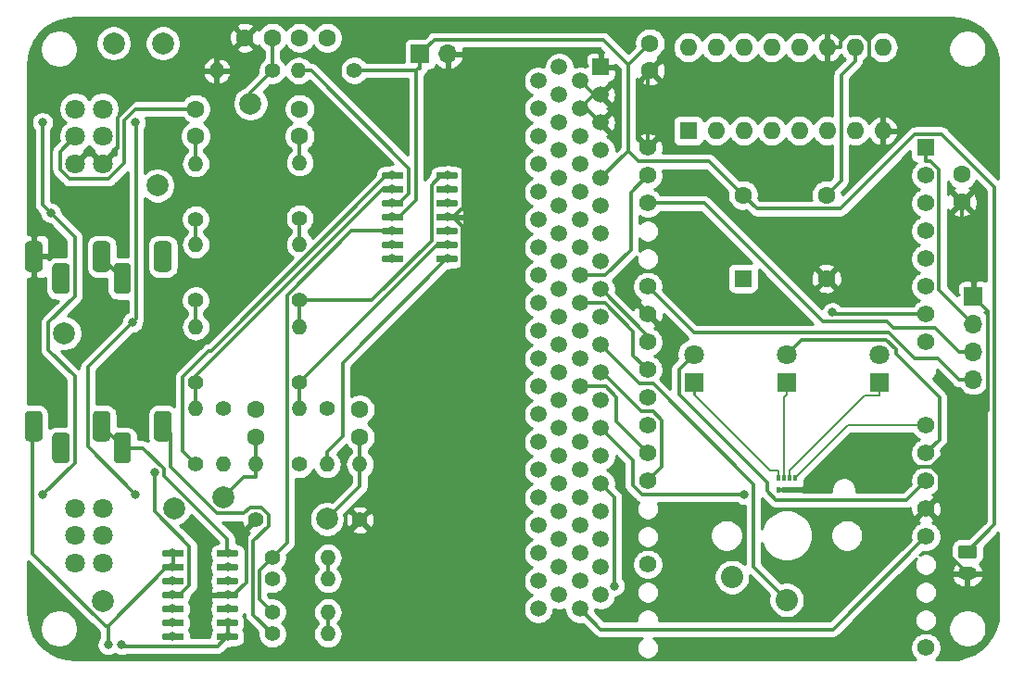
<source format=gbl>
G04 #@! TF.GenerationSoftware,KiCad,Pcbnew,(5.1.2)-1*
G04 #@! TF.CreationDate,2019-07-19T10:40:57+09:00*
G04 #@! TF.ProjectId,Chip_da_Tunetaro,43686970-5f64-4615-9f54-756e65746172,rev?*
G04 #@! TF.SameCoordinates,Original*
G04 #@! TF.FileFunction,Copper,L2,Bot*
G04 #@! TF.FilePolarity,Positive*
%FSLAX46Y46*%
G04 Gerber Fmt 4.6, Leading zero omitted, Abs format (unit mm)*
G04 Created by KiCad (PCBNEW (5.1.2)-1) date 2019-07-19 10:40:57*
%MOMM*%
%LPD*%
G04 APERTURE LIST*
%ADD10R,1.560000X1.560000*%
%ADD11C,1.560000*%
%ADD12C,1.600000*%
%ADD13R,1.500000X1.500000*%
%ADD14C,1.500000*%
%ADD15C,0.100000*%
%ADD16C,1.200000*%
%ADD17O,1.750000X1.200000*%
%ADD18R,1.700000X1.700000*%
%ADD19O,1.700000X1.700000*%
%ADD20R,0.400000X0.600000*%
%ADD21R,0.300000X0.600000*%
%ADD22C,2.032000*%
%ADD23R,1.600000X1.600000*%
%ADD24O,1.600000X1.600000*%
%ADD25R,1.800000X1.800000*%
%ADD26C,1.800000*%
%ADD27C,1.400000*%
%ADD28O,1.400000X1.400000*%
%ADD29C,0.600000*%
%ADD30C,2.000000*%
%ADD31C,0.800000*%
%ADD32C,0.300000*%
%ADD33C,0.200000*%
%ADD34C,0.250000*%
%ADD35C,0.254000*%
G04 APERTURE END LIST*
D10*
X172700000Y-82540000D03*
D11*
X172700000Y-85080000D03*
X172700000Y-128260000D03*
X172700000Y-87620000D03*
X172700000Y-90160000D03*
X172700000Y-92700000D03*
X172700000Y-95240000D03*
X172700000Y-97780000D03*
X172700000Y-100320000D03*
X172700000Y-107940000D03*
X172700000Y-110480000D03*
X172700000Y-113020000D03*
X172700000Y-115560000D03*
X172700000Y-118100000D03*
X147300000Y-120640000D03*
X147300000Y-113020000D03*
X147300000Y-110480000D03*
X147300000Y-107940000D03*
X147300000Y-105400000D03*
X147300000Y-102860000D03*
X147300000Y-100320000D03*
X147300000Y-97780000D03*
X147300000Y-95240000D03*
X147300000Y-87620000D03*
X147300000Y-85080000D03*
X147300000Y-82540000D03*
D12*
X176000000Y-85000000D03*
X176000000Y-87500000D03*
X147500000Y-75500000D03*
X147500000Y-73000000D03*
D13*
X143002000Y-75184000D03*
D14*
X139202000Y-75184000D03*
X141102000Y-76454000D03*
X137302000Y-76454000D03*
X143002000Y-77724000D03*
X139202000Y-77724000D03*
X141102000Y-78994000D03*
X137302000Y-78994000D03*
X143002000Y-80264000D03*
X139202000Y-80264000D03*
X141102000Y-81534000D03*
X137302000Y-81534000D03*
X143002000Y-82804000D03*
X139202000Y-82804000D03*
X141102000Y-84074000D03*
X137302000Y-84074000D03*
X143002000Y-85344000D03*
X139202000Y-85344000D03*
X141102000Y-86614000D03*
X137302000Y-86614000D03*
X143002000Y-87884000D03*
X139202000Y-87884000D03*
X141102000Y-89154000D03*
X137302000Y-89154000D03*
X143002000Y-90424000D03*
X139202000Y-90424000D03*
X141102000Y-91694000D03*
X137302000Y-91694000D03*
X143002000Y-92964000D03*
X139202000Y-92964000D03*
X141102000Y-94234000D03*
X137302000Y-94234000D03*
X143002000Y-95504000D03*
X139202000Y-95504000D03*
X141102000Y-96774000D03*
X137302000Y-96774000D03*
X143002000Y-98044000D03*
X139202000Y-98044000D03*
X141102000Y-99314000D03*
X137302000Y-99314000D03*
X143002000Y-100584000D03*
X139202000Y-100584000D03*
X141102000Y-101854000D03*
X137302000Y-101854000D03*
X143002000Y-103124000D03*
X139202000Y-103124000D03*
X141102000Y-104394000D03*
X137302000Y-104394000D03*
X143002000Y-105664000D03*
X139202000Y-105664000D03*
X141102000Y-106934000D03*
X137302000Y-106934000D03*
X143002000Y-108204000D03*
X139202000Y-108204000D03*
X141102000Y-109474000D03*
X137302000Y-109474000D03*
X143002000Y-110744000D03*
X139202000Y-110744000D03*
X141102000Y-112014000D03*
X137302000Y-112014000D03*
X143002000Y-113284000D03*
X139202000Y-113284000D03*
X141102000Y-114554000D03*
X137302000Y-114554000D03*
X143002000Y-115824000D03*
X139202000Y-115824000D03*
X141102000Y-117094000D03*
X137302000Y-117094000D03*
X143002000Y-118364000D03*
X139202000Y-118364000D03*
X141102000Y-119634000D03*
X137302000Y-119634000D03*
X143002000Y-120904000D03*
X139202000Y-120904000D03*
X141102000Y-122174000D03*
X137302000Y-122174000D03*
X143002000Y-123444000D03*
X139202000Y-123444000D03*
X141102000Y-124714000D03*
X137302000Y-124714000D03*
D15*
G36*
X177149505Y-118901204D02*
G01*
X177173773Y-118904804D01*
X177197572Y-118910765D01*
X177220671Y-118919030D01*
X177242850Y-118929520D01*
X177263893Y-118942132D01*
X177283599Y-118956747D01*
X177301777Y-118973223D01*
X177318253Y-118991401D01*
X177332868Y-119011107D01*
X177345480Y-119032150D01*
X177355970Y-119054329D01*
X177364235Y-119077428D01*
X177370196Y-119101227D01*
X177373796Y-119125495D01*
X177375000Y-119149999D01*
X177375000Y-119850001D01*
X177373796Y-119874505D01*
X177370196Y-119898773D01*
X177364235Y-119922572D01*
X177355970Y-119945671D01*
X177345480Y-119967850D01*
X177332868Y-119988893D01*
X177318253Y-120008599D01*
X177301777Y-120026777D01*
X177283599Y-120043253D01*
X177263893Y-120057868D01*
X177242850Y-120070480D01*
X177220671Y-120080970D01*
X177197572Y-120089235D01*
X177173773Y-120095196D01*
X177149505Y-120098796D01*
X177125001Y-120100000D01*
X175874999Y-120100000D01*
X175850495Y-120098796D01*
X175826227Y-120095196D01*
X175802428Y-120089235D01*
X175779329Y-120080970D01*
X175757150Y-120070480D01*
X175736107Y-120057868D01*
X175716401Y-120043253D01*
X175698223Y-120026777D01*
X175681747Y-120008599D01*
X175667132Y-119988893D01*
X175654520Y-119967850D01*
X175644030Y-119945671D01*
X175635765Y-119922572D01*
X175629804Y-119898773D01*
X175626204Y-119874505D01*
X175625000Y-119850001D01*
X175625000Y-119149999D01*
X175626204Y-119125495D01*
X175629804Y-119101227D01*
X175635765Y-119077428D01*
X175644030Y-119054329D01*
X175654520Y-119032150D01*
X175667132Y-119011107D01*
X175681747Y-118991401D01*
X175698223Y-118973223D01*
X175716401Y-118956747D01*
X175736107Y-118942132D01*
X175757150Y-118929520D01*
X175779329Y-118919030D01*
X175802428Y-118910765D01*
X175826227Y-118904804D01*
X175850495Y-118901204D01*
X175874999Y-118900000D01*
X177125001Y-118900000D01*
X177149505Y-118901204D01*
X177149505Y-118901204D01*
G37*
D16*
X176500000Y-119500000D03*
D17*
X176500000Y-121500000D03*
D18*
X177038000Y-96139000D03*
D19*
X177038000Y-98679000D03*
X177038000Y-101219000D03*
X177038000Y-103759000D03*
D20*
X160800000Y-112700000D03*
D21*
X160250000Y-112700000D03*
X159750000Y-112700000D03*
D20*
X159200000Y-112700000D03*
X159200000Y-113800000D03*
D21*
X159750000Y-113800000D03*
X160250000Y-113800000D03*
D20*
X160800000Y-113800000D03*
D22*
X155000000Y-121800000D03*
X160000000Y-123900000D03*
D23*
X151000000Y-81000000D03*
D24*
X168780000Y-73380000D03*
X153540000Y-81000000D03*
X166240000Y-73380000D03*
X156080000Y-81000000D03*
X163700000Y-73380000D03*
X158620000Y-81000000D03*
X161160000Y-73380000D03*
X161160000Y-81000000D03*
X158620000Y-73380000D03*
X163700000Y-81000000D03*
X156080000Y-73380000D03*
X166240000Y-81000000D03*
X153540000Y-73380000D03*
X168780000Y-81000000D03*
X151000000Y-73380000D03*
D23*
X156000000Y-94500000D03*
D12*
X156000000Y-86880000D03*
X163620000Y-86880000D03*
X163620000Y-94500000D03*
D25*
X151500000Y-104000000D03*
D26*
X151500000Y-101460000D03*
X160000000Y-101460000D03*
D25*
X160000000Y-104000000D03*
X168500000Y-104000000D03*
D26*
X168500000Y-101460000D03*
D12*
X118000000Y-72500000D03*
X115500000Y-72500000D03*
X110500000Y-72500000D03*
X113000000Y-72500000D03*
X111500000Y-109000000D03*
X111500000Y-106500000D03*
X106000000Y-79000000D03*
X106000000Y-81500000D03*
X121000000Y-106500000D03*
X121000000Y-109000000D03*
X115500000Y-81500000D03*
X115500000Y-79000000D03*
D27*
X113000000Y-127000000D03*
D28*
X118080000Y-127000000D03*
D27*
X113000000Y-122000000D03*
D28*
X118080000Y-122000000D03*
X118080000Y-125000000D03*
D27*
X113000000Y-125000000D03*
D28*
X118080000Y-120000000D03*
D27*
X113000000Y-120000000D03*
X120500000Y-75500000D03*
D28*
X115420000Y-75500000D03*
X107920000Y-75500000D03*
D27*
X113000000Y-75500000D03*
X108500000Y-106420000D03*
D28*
X108500000Y-111500000D03*
D27*
X106000000Y-104000000D03*
D28*
X106000000Y-98920000D03*
X106000000Y-84000000D03*
D27*
X106000000Y-89080000D03*
D28*
X111500000Y-111500000D03*
D27*
X111500000Y-116580000D03*
D28*
X106000000Y-106420000D03*
D27*
X106000000Y-111500000D03*
X106000000Y-96500000D03*
D28*
X106000000Y-91420000D03*
D27*
X118000000Y-106420000D03*
D28*
X118000000Y-111500000D03*
D27*
X115500000Y-104000000D03*
D28*
X115500000Y-98920000D03*
D27*
X115500000Y-89000000D03*
D28*
X115500000Y-83920000D03*
X121000000Y-111500000D03*
D27*
X121000000Y-116580000D03*
D28*
X115500000Y-106420000D03*
D27*
X115500000Y-111500000D03*
D28*
X115500000Y-91420000D03*
D27*
X115500000Y-96500000D03*
D15*
G36*
X109740703Y-126954722D02*
G01*
X109755264Y-126956882D01*
X109769543Y-126960459D01*
X109783403Y-126965418D01*
X109796710Y-126971712D01*
X109809336Y-126979280D01*
X109821159Y-126988048D01*
X109832066Y-126997934D01*
X109841952Y-127008841D01*
X109850720Y-127020664D01*
X109858288Y-127033290D01*
X109864582Y-127046597D01*
X109869541Y-127060457D01*
X109873118Y-127074736D01*
X109875278Y-127089297D01*
X109876000Y-127104000D01*
X109876000Y-127404000D01*
X109875278Y-127418703D01*
X109873118Y-127433264D01*
X109869541Y-127447543D01*
X109864582Y-127461403D01*
X109858288Y-127474710D01*
X109850720Y-127487336D01*
X109841952Y-127499159D01*
X109832066Y-127510066D01*
X109821159Y-127519952D01*
X109809336Y-127528720D01*
X109796710Y-127536288D01*
X109783403Y-127542582D01*
X109769543Y-127547541D01*
X109755264Y-127551118D01*
X109740703Y-127553278D01*
X109726000Y-127554000D01*
X108076000Y-127554000D01*
X108061297Y-127553278D01*
X108046736Y-127551118D01*
X108032457Y-127547541D01*
X108018597Y-127542582D01*
X108005290Y-127536288D01*
X107992664Y-127528720D01*
X107980841Y-127519952D01*
X107969934Y-127510066D01*
X107960048Y-127499159D01*
X107951280Y-127487336D01*
X107943712Y-127474710D01*
X107937418Y-127461403D01*
X107932459Y-127447543D01*
X107928882Y-127433264D01*
X107926722Y-127418703D01*
X107926000Y-127404000D01*
X107926000Y-127104000D01*
X107926722Y-127089297D01*
X107928882Y-127074736D01*
X107932459Y-127060457D01*
X107937418Y-127046597D01*
X107943712Y-127033290D01*
X107951280Y-127020664D01*
X107960048Y-127008841D01*
X107969934Y-126997934D01*
X107980841Y-126988048D01*
X107992664Y-126979280D01*
X108005290Y-126971712D01*
X108018597Y-126965418D01*
X108032457Y-126960459D01*
X108046736Y-126956882D01*
X108061297Y-126954722D01*
X108076000Y-126954000D01*
X109726000Y-126954000D01*
X109740703Y-126954722D01*
X109740703Y-126954722D01*
G37*
D29*
X108901000Y-127254000D03*
D15*
G36*
X109740703Y-125684722D02*
G01*
X109755264Y-125686882D01*
X109769543Y-125690459D01*
X109783403Y-125695418D01*
X109796710Y-125701712D01*
X109809336Y-125709280D01*
X109821159Y-125718048D01*
X109832066Y-125727934D01*
X109841952Y-125738841D01*
X109850720Y-125750664D01*
X109858288Y-125763290D01*
X109864582Y-125776597D01*
X109869541Y-125790457D01*
X109873118Y-125804736D01*
X109875278Y-125819297D01*
X109876000Y-125834000D01*
X109876000Y-126134000D01*
X109875278Y-126148703D01*
X109873118Y-126163264D01*
X109869541Y-126177543D01*
X109864582Y-126191403D01*
X109858288Y-126204710D01*
X109850720Y-126217336D01*
X109841952Y-126229159D01*
X109832066Y-126240066D01*
X109821159Y-126249952D01*
X109809336Y-126258720D01*
X109796710Y-126266288D01*
X109783403Y-126272582D01*
X109769543Y-126277541D01*
X109755264Y-126281118D01*
X109740703Y-126283278D01*
X109726000Y-126284000D01*
X108076000Y-126284000D01*
X108061297Y-126283278D01*
X108046736Y-126281118D01*
X108032457Y-126277541D01*
X108018597Y-126272582D01*
X108005290Y-126266288D01*
X107992664Y-126258720D01*
X107980841Y-126249952D01*
X107969934Y-126240066D01*
X107960048Y-126229159D01*
X107951280Y-126217336D01*
X107943712Y-126204710D01*
X107937418Y-126191403D01*
X107932459Y-126177543D01*
X107928882Y-126163264D01*
X107926722Y-126148703D01*
X107926000Y-126134000D01*
X107926000Y-125834000D01*
X107926722Y-125819297D01*
X107928882Y-125804736D01*
X107932459Y-125790457D01*
X107937418Y-125776597D01*
X107943712Y-125763290D01*
X107951280Y-125750664D01*
X107960048Y-125738841D01*
X107969934Y-125727934D01*
X107980841Y-125718048D01*
X107992664Y-125709280D01*
X108005290Y-125701712D01*
X108018597Y-125695418D01*
X108032457Y-125690459D01*
X108046736Y-125686882D01*
X108061297Y-125684722D01*
X108076000Y-125684000D01*
X109726000Y-125684000D01*
X109740703Y-125684722D01*
X109740703Y-125684722D01*
G37*
D29*
X108901000Y-125984000D03*
D15*
G36*
X109740703Y-124414722D02*
G01*
X109755264Y-124416882D01*
X109769543Y-124420459D01*
X109783403Y-124425418D01*
X109796710Y-124431712D01*
X109809336Y-124439280D01*
X109821159Y-124448048D01*
X109832066Y-124457934D01*
X109841952Y-124468841D01*
X109850720Y-124480664D01*
X109858288Y-124493290D01*
X109864582Y-124506597D01*
X109869541Y-124520457D01*
X109873118Y-124534736D01*
X109875278Y-124549297D01*
X109876000Y-124564000D01*
X109876000Y-124864000D01*
X109875278Y-124878703D01*
X109873118Y-124893264D01*
X109869541Y-124907543D01*
X109864582Y-124921403D01*
X109858288Y-124934710D01*
X109850720Y-124947336D01*
X109841952Y-124959159D01*
X109832066Y-124970066D01*
X109821159Y-124979952D01*
X109809336Y-124988720D01*
X109796710Y-124996288D01*
X109783403Y-125002582D01*
X109769543Y-125007541D01*
X109755264Y-125011118D01*
X109740703Y-125013278D01*
X109726000Y-125014000D01*
X108076000Y-125014000D01*
X108061297Y-125013278D01*
X108046736Y-125011118D01*
X108032457Y-125007541D01*
X108018597Y-125002582D01*
X108005290Y-124996288D01*
X107992664Y-124988720D01*
X107980841Y-124979952D01*
X107969934Y-124970066D01*
X107960048Y-124959159D01*
X107951280Y-124947336D01*
X107943712Y-124934710D01*
X107937418Y-124921403D01*
X107932459Y-124907543D01*
X107928882Y-124893264D01*
X107926722Y-124878703D01*
X107926000Y-124864000D01*
X107926000Y-124564000D01*
X107926722Y-124549297D01*
X107928882Y-124534736D01*
X107932459Y-124520457D01*
X107937418Y-124506597D01*
X107943712Y-124493290D01*
X107951280Y-124480664D01*
X107960048Y-124468841D01*
X107969934Y-124457934D01*
X107980841Y-124448048D01*
X107992664Y-124439280D01*
X108005290Y-124431712D01*
X108018597Y-124425418D01*
X108032457Y-124420459D01*
X108046736Y-124416882D01*
X108061297Y-124414722D01*
X108076000Y-124414000D01*
X109726000Y-124414000D01*
X109740703Y-124414722D01*
X109740703Y-124414722D01*
G37*
D29*
X108901000Y-124714000D03*
D15*
G36*
X109740703Y-123144722D02*
G01*
X109755264Y-123146882D01*
X109769543Y-123150459D01*
X109783403Y-123155418D01*
X109796710Y-123161712D01*
X109809336Y-123169280D01*
X109821159Y-123178048D01*
X109832066Y-123187934D01*
X109841952Y-123198841D01*
X109850720Y-123210664D01*
X109858288Y-123223290D01*
X109864582Y-123236597D01*
X109869541Y-123250457D01*
X109873118Y-123264736D01*
X109875278Y-123279297D01*
X109876000Y-123294000D01*
X109876000Y-123594000D01*
X109875278Y-123608703D01*
X109873118Y-123623264D01*
X109869541Y-123637543D01*
X109864582Y-123651403D01*
X109858288Y-123664710D01*
X109850720Y-123677336D01*
X109841952Y-123689159D01*
X109832066Y-123700066D01*
X109821159Y-123709952D01*
X109809336Y-123718720D01*
X109796710Y-123726288D01*
X109783403Y-123732582D01*
X109769543Y-123737541D01*
X109755264Y-123741118D01*
X109740703Y-123743278D01*
X109726000Y-123744000D01*
X108076000Y-123744000D01*
X108061297Y-123743278D01*
X108046736Y-123741118D01*
X108032457Y-123737541D01*
X108018597Y-123732582D01*
X108005290Y-123726288D01*
X107992664Y-123718720D01*
X107980841Y-123709952D01*
X107969934Y-123700066D01*
X107960048Y-123689159D01*
X107951280Y-123677336D01*
X107943712Y-123664710D01*
X107937418Y-123651403D01*
X107932459Y-123637543D01*
X107928882Y-123623264D01*
X107926722Y-123608703D01*
X107926000Y-123594000D01*
X107926000Y-123294000D01*
X107926722Y-123279297D01*
X107928882Y-123264736D01*
X107932459Y-123250457D01*
X107937418Y-123236597D01*
X107943712Y-123223290D01*
X107951280Y-123210664D01*
X107960048Y-123198841D01*
X107969934Y-123187934D01*
X107980841Y-123178048D01*
X107992664Y-123169280D01*
X108005290Y-123161712D01*
X108018597Y-123155418D01*
X108032457Y-123150459D01*
X108046736Y-123146882D01*
X108061297Y-123144722D01*
X108076000Y-123144000D01*
X109726000Y-123144000D01*
X109740703Y-123144722D01*
X109740703Y-123144722D01*
G37*
D29*
X108901000Y-123444000D03*
D15*
G36*
X109740703Y-121874722D02*
G01*
X109755264Y-121876882D01*
X109769543Y-121880459D01*
X109783403Y-121885418D01*
X109796710Y-121891712D01*
X109809336Y-121899280D01*
X109821159Y-121908048D01*
X109832066Y-121917934D01*
X109841952Y-121928841D01*
X109850720Y-121940664D01*
X109858288Y-121953290D01*
X109864582Y-121966597D01*
X109869541Y-121980457D01*
X109873118Y-121994736D01*
X109875278Y-122009297D01*
X109876000Y-122024000D01*
X109876000Y-122324000D01*
X109875278Y-122338703D01*
X109873118Y-122353264D01*
X109869541Y-122367543D01*
X109864582Y-122381403D01*
X109858288Y-122394710D01*
X109850720Y-122407336D01*
X109841952Y-122419159D01*
X109832066Y-122430066D01*
X109821159Y-122439952D01*
X109809336Y-122448720D01*
X109796710Y-122456288D01*
X109783403Y-122462582D01*
X109769543Y-122467541D01*
X109755264Y-122471118D01*
X109740703Y-122473278D01*
X109726000Y-122474000D01*
X108076000Y-122474000D01*
X108061297Y-122473278D01*
X108046736Y-122471118D01*
X108032457Y-122467541D01*
X108018597Y-122462582D01*
X108005290Y-122456288D01*
X107992664Y-122448720D01*
X107980841Y-122439952D01*
X107969934Y-122430066D01*
X107960048Y-122419159D01*
X107951280Y-122407336D01*
X107943712Y-122394710D01*
X107937418Y-122381403D01*
X107932459Y-122367543D01*
X107928882Y-122353264D01*
X107926722Y-122338703D01*
X107926000Y-122324000D01*
X107926000Y-122024000D01*
X107926722Y-122009297D01*
X107928882Y-121994736D01*
X107932459Y-121980457D01*
X107937418Y-121966597D01*
X107943712Y-121953290D01*
X107951280Y-121940664D01*
X107960048Y-121928841D01*
X107969934Y-121917934D01*
X107980841Y-121908048D01*
X107992664Y-121899280D01*
X108005290Y-121891712D01*
X108018597Y-121885418D01*
X108032457Y-121880459D01*
X108046736Y-121876882D01*
X108061297Y-121874722D01*
X108076000Y-121874000D01*
X109726000Y-121874000D01*
X109740703Y-121874722D01*
X109740703Y-121874722D01*
G37*
D29*
X108901000Y-122174000D03*
D15*
G36*
X109740703Y-120604722D02*
G01*
X109755264Y-120606882D01*
X109769543Y-120610459D01*
X109783403Y-120615418D01*
X109796710Y-120621712D01*
X109809336Y-120629280D01*
X109821159Y-120638048D01*
X109832066Y-120647934D01*
X109841952Y-120658841D01*
X109850720Y-120670664D01*
X109858288Y-120683290D01*
X109864582Y-120696597D01*
X109869541Y-120710457D01*
X109873118Y-120724736D01*
X109875278Y-120739297D01*
X109876000Y-120754000D01*
X109876000Y-121054000D01*
X109875278Y-121068703D01*
X109873118Y-121083264D01*
X109869541Y-121097543D01*
X109864582Y-121111403D01*
X109858288Y-121124710D01*
X109850720Y-121137336D01*
X109841952Y-121149159D01*
X109832066Y-121160066D01*
X109821159Y-121169952D01*
X109809336Y-121178720D01*
X109796710Y-121186288D01*
X109783403Y-121192582D01*
X109769543Y-121197541D01*
X109755264Y-121201118D01*
X109740703Y-121203278D01*
X109726000Y-121204000D01*
X108076000Y-121204000D01*
X108061297Y-121203278D01*
X108046736Y-121201118D01*
X108032457Y-121197541D01*
X108018597Y-121192582D01*
X108005290Y-121186288D01*
X107992664Y-121178720D01*
X107980841Y-121169952D01*
X107969934Y-121160066D01*
X107960048Y-121149159D01*
X107951280Y-121137336D01*
X107943712Y-121124710D01*
X107937418Y-121111403D01*
X107932459Y-121097543D01*
X107928882Y-121083264D01*
X107926722Y-121068703D01*
X107926000Y-121054000D01*
X107926000Y-120754000D01*
X107926722Y-120739297D01*
X107928882Y-120724736D01*
X107932459Y-120710457D01*
X107937418Y-120696597D01*
X107943712Y-120683290D01*
X107951280Y-120670664D01*
X107960048Y-120658841D01*
X107969934Y-120647934D01*
X107980841Y-120638048D01*
X107992664Y-120629280D01*
X108005290Y-120621712D01*
X108018597Y-120615418D01*
X108032457Y-120610459D01*
X108046736Y-120606882D01*
X108061297Y-120604722D01*
X108076000Y-120604000D01*
X109726000Y-120604000D01*
X109740703Y-120604722D01*
X109740703Y-120604722D01*
G37*
D29*
X108901000Y-120904000D03*
D15*
G36*
X109740703Y-119334722D02*
G01*
X109755264Y-119336882D01*
X109769543Y-119340459D01*
X109783403Y-119345418D01*
X109796710Y-119351712D01*
X109809336Y-119359280D01*
X109821159Y-119368048D01*
X109832066Y-119377934D01*
X109841952Y-119388841D01*
X109850720Y-119400664D01*
X109858288Y-119413290D01*
X109864582Y-119426597D01*
X109869541Y-119440457D01*
X109873118Y-119454736D01*
X109875278Y-119469297D01*
X109876000Y-119484000D01*
X109876000Y-119784000D01*
X109875278Y-119798703D01*
X109873118Y-119813264D01*
X109869541Y-119827543D01*
X109864582Y-119841403D01*
X109858288Y-119854710D01*
X109850720Y-119867336D01*
X109841952Y-119879159D01*
X109832066Y-119890066D01*
X109821159Y-119899952D01*
X109809336Y-119908720D01*
X109796710Y-119916288D01*
X109783403Y-119922582D01*
X109769543Y-119927541D01*
X109755264Y-119931118D01*
X109740703Y-119933278D01*
X109726000Y-119934000D01*
X108076000Y-119934000D01*
X108061297Y-119933278D01*
X108046736Y-119931118D01*
X108032457Y-119927541D01*
X108018597Y-119922582D01*
X108005290Y-119916288D01*
X107992664Y-119908720D01*
X107980841Y-119899952D01*
X107969934Y-119890066D01*
X107960048Y-119879159D01*
X107951280Y-119867336D01*
X107943712Y-119854710D01*
X107937418Y-119841403D01*
X107932459Y-119827543D01*
X107928882Y-119813264D01*
X107926722Y-119798703D01*
X107926000Y-119784000D01*
X107926000Y-119484000D01*
X107926722Y-119469297D01*
X107928882Y-119454736D01*
X107932459Y-119440457D01*
X107937418Y-119426597D01*
X107943712Y-119413290D01*
X107951280Y-119400664D01*
X107960048Y-119388841D01*
X107969934Y-119377934D01*
X107980841Y-119368048D01*
X107992664Y-119359280D01*
X108005290Y-119351712D01*
X108018597Y-119345418D01*
X108032457Y-119340459D01*
X108046736Y-119336882D01*
X108061297Y-119334722D01*
X108076000Y-119334000D01*
X109726000Y-119334000D01*
X109740703Y-119334722D01*
X109740703Y-119334722D01*
G37*
D29*
X108901000Y-119634000D03*
D15*
G36*
X104790703Y-119334722D02*
G01*
X104805264Y-119336882D01*
X104819543Y-119340459D01*
X104833403Y-119345418D01*
X104846710Y-119351712D01*
X104859336Y-119359280D01*
X104871159Y-119368048D01*
X104882066Y-119377934D01*
X104891952Y-119388841D01*
X104900720Y-119400664D01*
X104908288Y-119413290D01*
X104914582Y-119426597D01*
X104919541Y-119440457D01*
X104923118Y-119454736D01*
X104925278Y-119469297D01*
X104926000Y-119484000D01*
X104926000Y-119784000D01*
X104925278Y-119798703D01*
X104923118Y-119813264D01*
X104919541Y-119827543D01*
X104914582Y-119841403D01*
X104908288Y-119854710D01*
X104900720Y-119867336D01*
X104891952Y-119879159D01*
X104882066Y-119890066D01*
X104871159Y-119899952D01*
X104859336Y-119908720D01*
X104846710Y-119916288D01*
X104833403Y-119922582D01*
X104819543Y-119927541D01*
X104805264Y-119931118D01*
X104790703Y-119933278D01*
X104776000Y-119934000D01*
X103126000Y-119934000D01*
X103111297Y-119933278D01*
X103096736Y-119931118D01*
X103082457Y-119927541D01*
X103068597Y-119922582D01*
X103055290Y-119916288D01*
X103042664Y-119908720D01*
X103030841Y-119899952D01*
X103019934Y-119890066D01*
X103010048Y-119879159D01*
X103001280Y-119867336D01*
X102993712Y-119854710D01*
X102987418Y-119841403D01*
X102982459Y-119827543D01*
X102978882Y-119813264D01*
X102976722Y-119798703D01*
X102976000Y-119784000D01*
X102976000Y-119484000D01*
X102976722Y-119469297D01*
X102978882Y-119454736D01*
X102982459Y-119440457D01*
X102987418Y-119426597D01*
X102993712Y-119413290D01*
X103001280Y-119400664D01*
X103010048Y-119388841D01*
X103019934Y-119377934D01*
X103030841Y-119368048D01*
X103042664Y-119359280D01*
X103055290Y-119351712D01*
X103068597Y-119345418D01*
X103082457Y-119340459D01*
X103096736Y-119336882D01*
X103111297Y-119334722D01*
X103126000Y-119334000D01*
X104776000Y-119334000D01*
X104790703Y-119334722D01*
X104790703Y-119334722D01*
G37*
D29*
X103951000Y-119634000D03*
D15*
G36*
X104790703Y-120604722D02*
G01*
X104805264Y-120606882D01*
X104819543Y-120610459D01*
X104833403Y-120615418D01*
X104846710Y-120621712D01*
X104859336Y-120629280D01*
X104871159Y-120638048D01*
X104882066Y-120647934D01*
X104891952Y-120658841D01*
X104900720Y-120670664D01*
X104908288Y-120683290D01*
X104914582Y-120696597D01*
X104919541Y-120710457D01*
X104923118Y-120724736D01*
X104925278Y-120739297D01*
X104926000Y-120754000D01*
X104926000Y-121054000D01*
X104925278Y-121068703D01*
X104923118Y-121083264D01*
X104919541Y-121097543D01*
X104914582Y-121111403D01*
X104908288Y-121124710D01*
X104900720Y-121137336D01*
X104891952Y-121149159D01*
X104882066Y-121160066D01*
X104871159Y-121169952D01*
X104859336Y-121178720D01*
X104846710Y-121186288D01*
X104833403Y-121192582D01*
X104819543Y-121197541D01*
X104805264Y-121201118D01*
X104790703Y-121203278D01*
X104776000Y-121204000D01*
X103126000Y-121204000D01*
X103111297Y-121203278D01*
X103096736Y-121201118D01*
X103082457Y-121197541D01*
X103068597Y-121192582D01*
X103055290Y-121186288D01*
X103042664Y-121178720D01*
X103030841Y-121169952D01*
X103019934Y-121160066D01*
X103010048Y-121149159D01*
X103001280Y-121137336D01*
X102993712Y-121124710D01*
X102987418Y-121111403D01*
X102982459Y-121097543D01*
X102978882Y-121083264D01*
X102976722Y-121068703D01*
X102976000Y-121054000D01*
X102976000Y-120754000D01*
X102976722Y-120739297D01*
X102978882Y-120724736D01*
X102982459Y-120710457D01*
X102987418Y-120696597D01*
X102993712Y-120683290D01*
X103001280Y-120670664D01*
X103010048Y-120658841D01*
X103019934Y-120647934D01*
X103030841Y-120638048D01*
X103042664Y-120629280D01*
X103055290Y-120621712D01*
X103068597Y-120615418D01*
X103082457Y-120610459D01*
X103096736Y-120606882D01*
X103111297Y-120604722D01*
X103126000Y-120604000D01*
X104776000Y-120604000D01*
X104790703Y-120604722D01*
X104790703Y-120604722D01*
G37*
D29*
X103951000Y-120904000D03*
D15*
G36*
X104790703Y-121874722D02*
G01*
X104805264Y-121876882D01*
X104819543Y-121880459D01*
X104833403Y-121885418D01*
X104846710Y-121891712D01*
X104859336Y-121899280D01*
X104871159Y-121908048D01*
X104882066Y-121917934D01*
X104891952Y-121928841D01*
X104900720Y-121940664D01*
X104908288Y-121953290D01*
X104914582Y-121966597D01*
X104919541Y-121980457D01*
X104923118Y-121994736D01*
X104925278Y-122009297D01*
X104926000Y-122024000D01*
X104926000Y-122324000D01*
X104925278Y-122338703D01*
X104923118Y-122353264D01*
X104919541Y-122367543D01*
X104914582Y-122381403D01*
X104908288Y-122394710D01*
X104900720Y-122407336D01*
X104891952Y-122419159D01*
X104882066Y-122430066D01*
X104871159Y-122439952D01*
X104859336Y-122448720D01*
X104846710Y-122456288D01*
X104833403Y-122462582D01*
X104819543Y-122467541D01*
X104805264Y-122471118D01*
X104790703Y-122473278D01*
X104776000Y-122474000D01*
X103126000Y-122474000D01*
X103111297Y-122473278D01*
X103096736Y-122471118D01*
X103082457Y-122467541D01*
X103068597Y-122462582D01*
X103055290Y-122456288D01*
X103042664Y-122448720D01*
X103030841Y-122439952D01*
X103019934Y-122430066D01*
X103010048Y-122419159D01*
X103001280Y-122407336D01*
X102993712Y-122394710D01*
X102987418Y-122381403D01*
X102982459Y-122367543D01*
X102978882Y-122353264D01*
X102976722Y-122338703D01*
X102976000Y-122324000D01*
X102976000Y-122024000D01*
X102976722Y-122009297D01*
X102978882Y-121994736D01*
X102982459Y-121980457D01*
X102987418Y-121966597D01*
X102993712Y-121953290D01*
X103001280Y-121940664D01*
X103010048Y-121928841D01*
X103019934Y-121917934D01*
X103030841Y-121908048D01*
X103042664Y-121899280D01*
X103055290Y-121891712D01*
X103068597Y-121885418D01*
X103082457Y-121880459D01*
X103096736Y-121876882D01*
X103111297Y-121874722D01*
X103126000Y-121874000D01*
X104776000Y-121874000D01*
X104790703Y-121874722D01*
X104790703Y-121874722D01*
G37*
D29*
X103951000Y-122174000D03*
D15*
G36*
X104790703Y-123144722D02*
G01*
X104805264Y-123146882D01*
X104819543Y-123150459D01*
X104833403Y-123155418D01*
X104846710Y-123161712D01*
X104859336Y-123169280D01*
X104871159Y-123178048D01*
X104882066Y-123187934D01*
X104891952Y-123198841D01*
X104900720Y-123210664D01*
X104908288Y-123223290D01*
X104914582Y-123236597D01*
X104919541Y-123250457D01*
X104923118Y-123264736D01*
X104925278Y-123279297D01*
X104926000Y-123294000D01*
X104926000Y-123594000D01*
X104925278Y-123608703D01*
X104923118Y-123623264D01*
X104919541Y-123637543D01*
X104914582Y-123651403D01*
X104908288Y-123664710D01*
X104900720Y-123677336D01*
X104891952Y-123689159D01*
X104882066Y-123700066D01*
X104871159Y-123709952D01*
X104859336Y-123718720D01*
X104846710Y-123726288D01*
X104833403Y-123732582D01*
X104819543Y-123737541D01*
X104805264Y-123741118D01*
X104790703Y-123743278D01*
X104776000Y-123744000D01*
X103126000Y-123744000D01*
X103111297Y-123743278D01*
X103096736Y-123741118D01*
X103082457Y-123737541D01*
X103068597Y-123732582D01*
X103055290Y-123726288D01*
X103042664Y-123718720D01*
X103030841Y-123709952D01*
X103019934Y-123700066D01*
X103010048Y-123689159D01*
X103001280Y-123677336D01*
X102993712Y-123664710D01*
X102987418Y-123651403D01*
X102982459Y-123637543D01*
X102978882Y-123623264D01*
X102976722Y-123608703D01*
X102976000Y-123594000D01*
X102976000Y-123294000D01*
X102976722Y-123279297D01*
X102978882Y-123264736D01*
X102982459Y-123250457D01*
X102987418Y-123236597D01*
X102993712Y-123223290D01*
X103001280Y-123210664D01*
X103010048Y-123198841D01*
X103019934Y-123187934D01*
X103030841Y-123178048D01*
X103042664Y-123169280D01*
X103055290Y-123161712D01*
X103068597Y-123155418D01*
X103082457Y-123150459D01*
X103096736Y-123146882D01*
X103111297Y-123144722D01*
X103126000Y-123144000D01*
X104776000Y-123144000D01*
X104790703Y-123144722D01*
X104790703Y-123144722D01*
G37*
D29*
X103951000Y-123444000D03*
D15*
G36*
X104790703Y-124414722D02*
G01*
X104805264Y-124416882D01*
X104819543Y-124420459D01*
X104833403Y-124425418D01*
X104846710Y-124431712D01*
X104859336Y-124439280D01*
X104871159Y-124448048D01*
X104882066Y-124457934D01*
X104891952Y-124468841D01*
X104900720Y-124480664D01*
X104908288Y-124493290D01*
X104914582Y-124506597D01*
X104919541Y-124520457D01*
X104923118Y-124534736D01*
X104925278Y-124549297D01*
X104926000Y-124564000D01*
X104926000Y-124864000D01*
X104925278Y-124878703D01*
X104923118Y-124893264D01*
X104919541Y-124907543D01*
X104914582Y-124921403D01*
X104908288Y-124934710D01*
X104900720Y-124947336D01*
X104891952Y-124959159D01*
X104882066Y-124970066D01*
X104871159Y-124979952D01*
X104859336Y-124988720D01*
X104846710Y-124996288D01*
X104833403Y-125002582D01*
X104819543Y-125007541D01*
X104805264Y-125011118D01*
X104790703Y-125013278D01*
X104776000Y-125014000D01*
X103126000Y-125014000D01*
X103111297Y-125013278D01*
X103096736Y-125011118D01*
X103082457Y-125007541D01*
X103068597Y-125002582D01*
X103055290Y-124996288D01*
X103042664Y-124988720D01*
X103030841Y-124979952D01*
X103019934Y-124970066D01*
X103010048Y-124959159D01*
X103001280Y-124947336D01*
X102993712Y-124934710D01*
X102987418Y-124921403D01*
X102982459Y-124907543D01*
X102978882Y-124893264D01*
X102976722Y-124878703D01*
X102976000Y-124864000D01*
X102976000Y-124564000D01*
X102976722Y-124549297D01*
X102978882Y-124534736D01*
X102982459Y-124520457D01*
X102987418Y-124506597D01*
X102993712Y-124493290D01*
X103001280Y-124480664D01*
X103010048Y-124468841D01*
X103019934Y-124457934D01*
X103030841Y-124448048D01*
X103042664Y-124439280D01*
X103055290Y-124431712D01*
X103068597Y-124425418D01*
X103082457Y-124420459D01*
X103096736Y-124416882D01*
X103111297Y-124414722D01*
X103126000Y-124414000D01*
X104776000Y-124414000D01*
X104790703Y-124414722D01*
X104790703Y-124414722D01*
G37*
D29*
X103951000Y-124714000D03*
D15*
G36*
X104790703Y-125684722D02*
G01*
X104805264Y-125686882D01*
X104819543Y-125690459D01*
X104833403Y-125695418D01*
X104846710Y-125701712D01*
X104859336Y-125709280D01*
X104871159Y-125718048D01*
X104882066Y-125727934D01*
X104891952Y-125738841D01*
X104900720Y-125750664D01*
X104908288Y-125763290D01*
X104914582Y-125776597D01*
X104919541Y-125790457D01*
X104923118Y-125804736D01*
X104925278Y-125819297D01*
X104926000Y-125834000D01*
X104926000Y-126134000D01*
X104925278Y-126148703D01*
X104923118Y-126163264D01*
X104919541Y-126177543D01*
X104914582Y-126191403D01*
X104908288Y-126204710D01*
X104900720Y-126217336D01*
X104891952Y-126229159D01*
X104882066Y-126240066D01*
X104871159Y-126249952D01*
X104859336Y-126258720D01*
X104846710Y-126266288D01*
X104833403Y-126272582D01*
X104819543Y-126277541D01*
X104805264Y-126281118D01*
X104790703Y-126283278D01*
X104776000Y-126284000D01*
X103126000Y-126284000D01*
X103111297Y-126283278D01*
X103096736Y-126281118D01*
X103082457Y-126277541D01*
X103068597Y-126272582D01*
X103055290Y-126266288D01*
X103042664Y-126258720D01*
X103030841Y-126249952D01*
X103019934Y-126240066D01*
X103010048Y-126229159D01*
X103001280Y-126217336D01*
X102993712Y-126204710D01*
X102987418Y-126191403D01*
X102982459Y-126177543D01*
X102978882Y-126163264D01*
X102976722Y-126148703D01*
X102976000Y-126134000D01*
X102976000Y-125834000D01*
X102976722Y-125819297D01*
X102978882Y-125804736D01*
X102982459Y-125790457D01*
X102987418Y-125776597D01*
X102993712Y-125763290D01*
X103001280Y-125750664D01*
X103010048Y-125738841D01*
X103019934Y-125727934D01*
X103030841Y-125718048D01*
X103042664Y-125709280D01*
X103055290Y-125701712D01*
X103068597Y-125695418D01*
X103082457Y-125690459D01*
X103096736Y-125686882D01*
X103111297Y-125684722D01*
X103126000Y-125684000D01*
X104776000Y-125684000D01*
X104790703Y-125684722D01*
X104790703Y-125684722D01*
G37*
D29*
X103951000Y-125984000D03*
D15*
G36*
X104790703Y-126954722D02*
G01*
X104805264Y-126956882D01*
X104819543Y-126960459D01*
X104833403Y-126965418D01*
X104846710Y-126971712D01*
X104859336Y-126979280D01*
X104871159Y-126988048D01*
X104882066Y-126997934D01*
X104891952Y-127008841D01*
X104900720Y-127020664D01*
X104908288Y-127033290D01*
X104914582Y-127046597D01*
X104919541Y-127060457D01*
X104923118Y-127074736D01*
X104925278Y-127089297D01*
X104926000Y-127104000D01*
X104926000Y-127404000D01*
X104925278Y-127418703D01*
X104923118Y-127433264D01*
X104919541Y-127447543D01*
X104914582Y-127461403D01*
X104908288Y-127474710D01*
X104900720Y-127487336D01*
X104891952Y-127499159D01*
X104882066Y-127510066D01*
X104871159Y-127519952D01*
X104859336Y-127528720D01*
X104846710Y-127536288D01*
X104833403Y-127542582D01*
X104819543Y-127547541D01*
X104805264Y-127551118D01*
X104790703Y-127553278D01*
X104776000Y-127554000D01*
X103126000Y-127554000D01*
X103111297Y-127553278D01*
X103096736Y-127551118D01*
X103082457Y-127547541D01*
X103068597Y-127542582D01*
X103055290Y-127536288D01*
X103042664Y-127528720D01*
X103030841Y-127519952D01*
X103019934Y-127510066D01*
X103010048Y-127499159D01*
X103001280Y-127487336D01*
X102993712Y-127474710D01*
X102987418Y-127461403D01*
X102982459Y-127447543D01*
X102978882Y-127433264D01*
X102976722Y-127418703D01*
X102976000Y-127404000D01*
X102976000Y-127104000D01*
X102976722Y-127089297D01*
X102978882Y-127074736D01*
X102982459Y-127060457D01*
X102987418Y-127046597D01*
X102993712Y-127033290D01*
X103001280Y-127020664D01*
X103010048Y-127008841D01*
X103019934Y-126997934D01*
X103030841Y-126988048D01*
X103042664Y-126979280D01*
X103055290Y-126971712D01*
X103068597Y-126965418D01*
X103082457Y-126960459D01*
X103096736Y-126956882D01*
X103111297Y-126954722D01*
X103126000Y-126954000D01*
X104776000Y-126954000D01*
X104790703Y-126954722D01*
X104790703Y-126954722D01*
G37*
D29*
X103951000Y-127254000D03*
D15*
G36*
X124856703Y-92410722D02*
G01*
X124871264Y-92412882D01*
X124885543Y-92416459D01*
X124899403Y-92421418D01*
X124912710Y-92427712D01*
X124925336Y-92435280D01*
X124937159Y-92444048D01*
X124948066Y-92453934D01*
X124957952Y-92464841D01*
X124966720Y-92476664D01*
X124974288Y-92489290D01*
X124980582Y-92502597D01*
X124985541Y-92516457D01*
X124989118Y-92530736D01*
X124991278Y-92545297D01*
X124992000Y-92560000D01*
X124992000Y-92860000D01*
X124991278Y-92874703D01*
X124989118Y-92889264D01*
X124985541Y-92903543D01*
X124980582Y-92917403D01*
X124974288Y-92930710D01*
X124966720Y-92943336D01*
X124957952Y-92955159D01*
X124948066Y-92966066D01*
X124937159Y-92975952D01*
X124925336Y-92984720D01*
X124912710Y-92992288D01*
X124899403Y-92998582D01*
X124885543Y-93003541D01*
X124871264Y-93007118D01*
X124856703Y-93009278D01*
X124842000Y-93010000D01*
X123192000Y-93010000D01*
X123177297Y-93009278D01*
X123162736Y-93007118D01*
X123148457Y-93003541D01*
X123134597Y-92998582D01*
X123121290Y-92992288D01*
X123108664Y-92984720D01*
X123096841Y-92975952D01*
X123085934Y-92966066D01*
X123076048Y-92955159D01*
X123067280Y-92943336D01*
X123059712Y-92930710D01*
X123053418Y-92917403D01*
X123048459Y-92903543D01*
X123044882Y-92889264D01*
X123042722Y-92874703D01*
X123042000Y-92860000D01*
X123042000Y-92560000D01*
X123042722Y-92545297D01*
X123044882Y-92530736D01*
X123048459Y-92516457D01*
X123053418Y-92502597D01*
X123059712Y-92489290D01*
X123067280Y-92476664D01*
X123076048Y-92464841D01*
X123085934Y-92453934D01*
X123096841Y-92444048D01*
X123108664Y-92435280D01*
X123121290Y-92427712D01*
X123134597Y-92421418D01*
X123148457Y-92416459D01*
X123162736Y-92412882D01*
X123177297Y-92410722D01*
X123192000Y-92410000D01*
X124842000Y-92410000D01*
X124856703Y-92410722D01*
X124856703Y-92410722D01*
G37*
D29*
X124017000Y-92710000D03*
D15*
G36*
X124856703Y-91140722D02*
G01*
X124871264Y-91142882D01*
X124885543Y-91146459D01*
X124899403Y-91151418D01*
X124912710Y-91157712D01*
X124925336Y-91165280D01*
X124937159Y-91174048D01*
X124948066Y-91183934D01*
X124957952Y-91194841D01*
X124966720Y-91206664D01*
X124974288Y-91219290D01*
X124980582Y-91232597D01*
X124985541Y-91246457D01*
X124989118Y-91260736D01*
X124991278Y-91275297D01*
X124992000Y-91290000D01*
X124992000Y-91590000D01*
X124991278Y-91604703D01*
X124989118Y-91619264D01*
X124985541Y-91633543D01*
X124980582Y-91647403D01*
X124974288Y-91660710D01*
X124966720Y-91673336D01*
X124957952Y-91685159D01*
X124948066Y-91696066D01*
X124937159Y-91705952D01*
X124925336Y-91714720D01*
X124912710Y-91722288D01*
X124899403Y-91728582D01*
X124885543Y-91733541D01*
X124871264Y-91737118D01*
X124856703Y-91739278D01*
X124842000Y-91740000D01*
X123192000Y-91740000D01*
X123177297Y-91739278D01*
X123162736Y-91737118D01*
X123148457Y-91733541D01*
X123134597Y-91728582D01*
X123121290Y-91722288D01*
X123108664Y-91714720D01*
X123096841Y-91705952D01*
X123085934Y-91696066D01*
X123076048Y-91685159D01*
X123067280Y-91673336D01*
X123059712Y-91660710D01*
X123053418Y-91647403D01*
X123048459Y-91633543D01*
X123044882Y-91619264D01*
X123042722Y-91604703D01*
X123042000Y-91590000D01*
X123042000Y-91290000D01*
X123042722Y-91275297D01*
X123044882Y-91260736D01*
X123048459Y-91246457D01*
X123053418Y-91232597D01*
X123059712Y-91219290D01*
X123067280Y-91206664D01*
X123076048Y-91194841D01*
X123085934Y-91183934D01*
X123096841Y-91174048D01*
X123108664Y-91165280D01*
X123121290Y-91157712D01*
X123134597Y-91151418D01*
X123148457Y-91146459D01*
X123162736Y-91142882D01*
X123177297Y-91140722D01*
X123192000Y-91140000D01*
X124842000Y-91140000D01*
X124856703Y-91140722D01*
X124856703Y-91140722D01*
G37*
D29*
X124017000Y-91440000D03*
D15*
G36*
X124856703Y-89870722D02*
G01*
X124871264Y-89872882D01*
X124885543Y-89876459D01*
X124899403Y-89881418D01*
X124912710Y-89887712D01*
X124925336Y-89895280D01*
X124937159Y-89904048D01*
X124948066Y-89913934D01*
X124957952Y-89924841D01*
X124966720Y-89936664D01*
X124974288Y-89949290D01*
X124980582Y-89962597D01*
X124985541Y-89976457D01*
X124989118Y-89990736D01*
X124991278Y-90005297D01*
X124992000Y-90020000D01*
X124992000Y-90320000D01*
X124991278Y-90334703D01*
X124989118Y-90349264D01*
X124985541Y-90363543D01*
X124980582Y-90377403D01*
X124974288Y-90390710D01*
X124966720Y-90403336D01*
X124957952Y-90415159D01*
X124948066Y-90426066D01*
X124937159Y-90435952D01*
X124925336Y-90444720D01*
X124912710Y-90452288D01*
X124899403Y-90458582D01*
X124885543Y-90463541D01*
X124871264Y-90467118D01*
X124856703Y-90469278D01*
X124842000Y-90470000D01*
X123192000Y-90470000D01*
X123177297Y-90469278D01*
X123162736Y-90467118D01*
X123148457Y-90463541D01*
X123134597Y-90458582D01*
X123121290Y-90452288D01*
X123108664Y-90444720D01*
X123096841Y-90435952D01*
X123085934Y-90426066D01*
X123076048Y-90415159D01*
X123067280Y-90403336D01*
X123059712Y-90390710D01*
X123053418Y-90377403D01*
X123048459Y-90363543D01*
X123044882Y-90349264D01*
X123042722Y-90334703D01*
X123042000Y-90320000D01*
X123042000Y-90020000D01*
X123042722Y-90005297D01*
X123044882Y-89990736D01*
X123048459Y-89976457D01*
X123053418Y-89962597D01*
X123059712Y-89949290D01*
X123067280Y-89936664D01*
X123076048Y-89924841D01*
X123085934Y-89913934D01*
X123096841Y-89904048D01*
X123108664Y-89895280D01*
X123121290Y-89887712D01*
X123134597Y-89881418D01*
X123148457Y-89876459D01*
X123162736Y-89872882D01*
X123177297Y-89870722D01*
X123192000Y-89870000D01*
X124842000Y-89870000D01*
X124856703Y-89870722D01*
X124856703Y-89870722D01*
G37*
D29*
X124017000Y-90170000D03*
D15*
G36*
X124856703Y-88600722D02*
G01*
X124871264Y-88602882D01*
X124885543Y-88606459D01*
X124899403Y-88611418D01*
X124912710Y-88617712D01*
X124925336Y-88625280D01*
X124937159Y-88634048D01*
X124948066Y-88643934D01*
X124957952Y-88654841D01*
X124966720Y-88666664D01*
X124974288Y-88679290D01*
X124980582Y-88692597D01*
X124985541Y-88706457D01*
X124989118Y-88720736D01*
X124991278Y-88735297D01*
X124992000Y-88750000D01*
X124992000Y-89050000D01*
X124991278Y-89064703D01*
X124989118Y-89079264D01*
X124985541Y-89093543D01*
X124980582Y-89107403D01*
X124974288Y-89120710D01*
X124966720Y-89133336D01*
X124957952Y-89145159D01*
X124948066Y-89156066D01*
X124937159Y-89165952D01*
X124925336Y-89174720D01*
X124912710Y-89182288D01*
X124899403Y-89188582D01*
X124885543Y-89193541D01*
X124871264Y-89197118D01*
X124856703Y-89199278D01*
X124842000Y-89200000D01*
X123192000Y-89200000D01*
X123177297Y-89199278D01*
X123162736Y-89197118D01*
X123148457Y-89193541D01*
X123134597Y-89188582D01*
X123121290Y-89182288D01*
X123108664Y-89174720D01*
X123096841Y-89165952D01*
X123085934Y-89156066D01*
X123076048Y-89145159D01*
X123067280Y-89133336D01*
X123059712Y-89120710D01*
X123053418Y-89107403D01*
X123048459Y-89093543D01*
X123044882Y-89079264D01*
X123042722Y-89064703D01*
X123042000Y-89050000D01*
X123042000Y-88750000D01*
X123042722Y-88735297D01*
X123044882Y-88720736D01*
X123048459Y-88706457D01*
X123053418Y-88692597D01*
X123059712Y-88679290D01*
X123067280Y-88666664D01*
X123076048Y-88654841D01*
X123085934Y-88643934D01*
X123096841Y-88634048D01*
X123108664Y-88625280D01*
X123121290Y-88617712D01*
X123134597Y-88611418D01*
X123148457Y-88606459D01*
X123162736Y-88602882D01*
X123177297Y-88600722D01*
X123192000Y-88600000D01*
X124842000Y-88600000D01*
X124856703Y-88600722D01*
X124856703Y-88600722D01*
G37*
D29*
X124017000Y-88900000D03*
D15*
G36*
X124856703Y-87330722D02*
G01*
X124871264Y-87332882D01*
X124885543Y-87336459D01*
X124899403Y-87341418D01*
X124912710Y-87347712D01*
X124925336Y-87355280D01*
X124937159Y-87364048D01*
X124948066Y-87373934D01*
X124957952Y-87384841D01*
X124966720Y-87396664D01*
X124974288Y-87409290D01*
X124980582Y-87422597D01*
X124985541Y-87436457D01*
X124989118Y-87450736D01*
X124991278Y-87465297D01*
X124992000Y-87480000D01*
X124992000Y-87780000D01*
X124991278Y-87794703D01*
X124989118Y-87809264D01*
X124985541Y-87823543D01*
X124980582Y-87837403D01*
X124974288Y-87850710D01*
X124966720Y-87863336D01*
X124957952Y-87875159D01*
X124948066Y-87886066D01*
X124937159Y-87895952D01*
X124925336Y-87904720D01*
X124912710Y-87912288D01*
X124899403Y-87918582D01*
X124885543Y-87923541D01*
X124871264Y-87927118D01*
X124856703Y-87929278D01*
X124842000Y-87930000D01*
X123192000Y-87930000D01*
X123177297Y-87929278D01*
X123162736Y-87927118D01*
X123148457Y-87923541D01*
X123134597Y-87918582D01*
X123121290Y-87912288D01*
X123108664Y-87904720D01*
X123096841Y-87895952D01*
X123085934Y-87886066D01*
X123076048Y-87875159D01*
X123067280Y-87863336D01*
X123059712Y-87850710D01*
X123053418Y-87837403D01*
X123048459Y-87823543D01*
X123044882Y-87809264D01*
X123042722Y-87794703D01*
X123042000Y-87780000D01*
X123042000Y-87480000D01*
X123042722Y-87465297D01*
X123044882Y-87450736D01*
X123048459Y-87436457D01*
X123053418Y-87422597D01*
X123059712Y-87409290D01*
X123067280Y-87396664D01*
X123076048Y-87384841D01*
X123085934Y-87373934D01*
X123096841Y-87364048D01*
X123108664Y-87355280D01*
X123121290Y-87347712D01*
X123134597Y-87341418D01*
X123148457Y-87336459D01*
X123162736Y-87332882D01*
X123177297Y-87330722D01*
X123192000Y-87330000D01*
X124842000Y-87330000D01*
X124856703Y-87330722D01*
X124856703Y-87330722D01*
G37*
D29*
X124017000Y-87630000D03*
D15*
G36*
X124856703Y-86060722D02*
G01*
X124871264Y-86062882D01*
X124885543Y-86066459D01*
X124899403Y-86071418D01*
X124912710Y-86077712D01*
X124925336Y-86085280D01*
X124937159Y-86094048D01*
X124948066Y-86103934D01*
X124957952Y-86114841D01*
X124966720Y-86126664D01*
X124974288Y-86139290D01*
X124980582Y-86152597D01*
X124985541Y-86166457D01*
X124989118Y-86180736D01*
X124991278Y-86195297D01*
X124992000Y-86210000D01*
X124992000Y-86510000D01*
X124991278Y-86524703D01*
X124989118Y-86539264D01*
X124985541Y-86553543D01*
X124980582Y-86567403D01*
X124974288Y-86580710D01*
X124966720Y-86593336D01*
X124957952Y-86605159D01*
X124948066Y-86616066D01*
X124937159Y-86625952D01*
X124925336Y-86634720D01*
X124912710Y-86642288D01*
X124899403Y-86648582D01*
X124885543Y-86653541D01*
X124871264Y-86657118D01*
X124856703Y-86659278D01*
X124842000Y-86660000D01*
X123192000Y-86660000D01*
X123177297Y-86659278D01*
X123162736Y-86657118D01*
X123148457Y-86653541D01*
X123134597Y-86648582D01*
X123121290Y-86642288D01*
X123108664Y-86634720D01*
X123096841Y-86625952D01*
X123085934Y-86616066D01*
X123076048Y-86605159D01*
X123067280Y-86593336D01*
X123059712Y-86580710D01*
X123053418Y-86567403D01*
X123048459Y-86553543D01*
X123044882Y-86539264D01*
X123042722Y-86524703D01*
X123042000Y-86510000D01*
X123042000Y-86210000D01*
X123042722Y-86195297D01*
X123044882Y-86180736D01*
X123048459Y-86166457D01*
X123053418Y-86152597D01*
X123059712Y-86139290D01*
X123067280Y-86126664D01*
X123076048Y-86114841D01*
X123085934Y-86103934D01*
X123096841Y-86094048D01*
X123108664Y-86085280D01*
X123121290Y-86077712D01*
X123134597Y-86071418D01*
X123148457Y-86066459D01*
X123162736Y-86062882D01*
X123177297Y-86060722D01*
X123192000Y-86060000D01*
X124842000Y-86060000D01*
X124856703Y-86060722D01*
X124856703Y-86060722D01*
G37*
D29*
X124017000Y-86360000D03*
D15*
G36*
X124856703Y-84790722D02*
G01*
X124871264Y-84792882D01*
X124885543Y-84796459D01*
X124899403Y-84801418D01*
X124912710Y-84807712D01*
X124925336Y-84815280D01*
X124937159Y-84824048D01*
X124948066Y-84833934D01*
X124957952Y-84844841D01*
X124966720Y-84856664D01*
X124974288Y-84869290D01*
X124980582Y-84882597D01*
X124985541Y-84896457D01*
X124989118Y-84910736D01*
X124991278Y-84925297D01*
X124992000Y-84940000D01*
X124992000Y-85240000D01*
X124991278Y-85254703D01*
X124989118Y-85269264D01*
X124985541Y-85283543D01*
X124980582Y-85297403D01*
X124974288Y-85310710D01*
X124966720Y-85323336D01*
X124957952Y-85335159D01*
X124948066Y-85346066D01*
X124937159Y-85355952D01*
X124925336Y-85364720D01*
X124912710Y-85372288D01*
X124899403Y-85378582D01*
X124885543Y-85383541D01*
X124871264Y-85387118D01*
X124856703Y-85389278D01*
X124842000Y-85390000D01*
X123192000Y-85390000D01*
X123177297Y-85389278D01*
X123162736Y-85387118D01*
X123148457Y-85383541D01*
X123134597Y-85378582D01*
X123121290Y-85372288D01*
X123108664Y-85364720D01*
X123096841Y-85355952D01*
X123085934Y-85346066D01*
X123076048Y-85335159D01*
X123067280Y-85323336D01*
X123059712Y-85310710D01*
X123053418Y-85297403D01*
X123048459Y-85283543D01*
X123044882Y-85269264D01*
X123042722Y-85254703D01*
X123042000Y-85240000D01*
X123042000Y-84940000D01*
X123042722Y-84925297D01*
X123044882Y-84910736D01*
X123048459Y-84896457D01*
X123053418Y-84882597D01*
X123059712Y-84869290D01*
X123067280Y-84856664D01*
X123076048Y-84844841D01*
X123085934Y-84833934D01*
X123096841Y-84824048D01*
X123108664Y-84815280D01*
X123121290Y-84807712D01*
X123134597Y-84801418D01*
X123148457Y-84796459D01*
X123162736Y-84792882D01*
X123177297Y-84790722D01*
X123192000Y-84790000D01*
X124842000Y-84790000D01*
X124856703Y-84790722D01*
X124856703Y-84790722D01*
G37*
D29*
X124017000Y-85090000D03*
D15*
G36*
X129806703Y-84790722D02*
G01*
X129821264Y-84792882D01*
X129835543Y-84796459D01*
X129849403Y-84801418D01*
X129862710Y-84807712D01*
X129875336Y-84815280D01*
X129887159Y-84824048D01*
X129898066Y-84833934D01*
X129907952Y-84844841D01*
X129916720Y-84856664D01*
X129924288Y-84869290D01*
X129930582Y-84882597D01*
X129935541Y-84896457D01*
X129939118Y-84910736D01*
X129941278Y-84925297D01*
X129942000Y-84940000D01*
X129942000Y-85240000D01*
X129941278Y-85254703D01*
X129939118Y-85269264D01*
X129935541Y-85283543D01*
X129930582Y-85297403D01*
X129924288Y-85310710D01*
X129916720Y-85323336D01*
X129907952Y-85335159D01*
X129898066Y-85346066D01*
X129887159Y-85355952D01*
X129875336Y-85364720D01*
X129862710Y-85372288D01*
X129849403Y-85378582D01*
X129835543Y-85383541D01*
X129821264Y-85387118D01*
X129806703Y-85389278D01*
X129792000Y-85390000D01*
X128142000Y-85390000D01*
X128127297Y-85389278D01*
X128112736Y-85387118D01*
X128098457Y-85383541D01*
X128084597Y-85378582D01*
X128071290Y-85372288D01*
X128058664Y-85364720D01*
X128046841Y-85355952D01*
X128035934Y-85346066D01*
X128026048Y-85335159D01*
X128017280Y-85323336D01*
X128009712Y-85310710D01*
X128003418Y-85297403D01*
X127998459Y-85283543D01*
X127994882Y-85269264D01*
X127992722Y-85254703D01*
X127992000Y-85240000D01*
X127992000Y-84940000D01*
X127992722Y-84925297D01*
X127994882Y-84910736D01*
X127998459Y-84896457D01*
X128003418Y-84882597D01*
X128009712Y-84869290D01*
X128017280Y-84856664D01*
X128026048Y-84844841D01*
X128035934Y-84833934D01*
X128046841Y-84824048D01*
X128058664Y-84815280D01*
X128071290Y-84807712D01*
X128084597Y-84801418D01*
X128098457Y-84796459D01*
X128112736Y-84792882D01*
X128127297Y-84790722D01*
X128142000Y-84790000D01*
X129792000Y-84790000D01*
X129806703Y-84790722D01*
X129806703Y-84790722D01*
G37*
D29*
X128967000Y-85090000D03*
D15*
G36*
X129806703Y-86060722D02*
G01*
X129821264Y-86062882D01*
X129835543Y-86066459D01*
X129849403Y-86071418D01*
X129862710Y-86077712D01*
X129875336Y-86085280D01*
X129887159Y-86094048D01*
X129898066Y-86103934D01*
X129907952Y-86114841D01*
X129916720Y-86126664D01*
X129924288Y-86139290D01*
X129930582Y-86152597D01*
X129935541Y-86166457D01*
X129939118Y-86180736D01*
X129941278Y-86195297D01*
X129942000Y-86210000D01*
X129942000Y-86510000D01*
X129941278Y-86524703D01*
X129939118Y-86539264D01*
X129935541Y-86553543D01*
X129930582Y-86567403D01*
X129924288Y-86580710D01*
X129916720Y-86593336D01*
X129907952Y-86605159D01*
X129898066Y-86616066D01*
X129887159Y-86625952D01*
X129875336Y-86634720D01*
X129862710Y-86642288D01*
X129849403Y-86648582D01*
X129835543Y-86653541D01*
X129821264Y-86657118D01*
X129806703Y-86659278D01*
X129792000Y-86660000D01*
X128142000Y-86660000D01*
X128127297Y-86659278D01*
X128112736Y-86657118D01*
X128098457Y-86653541D01*
X128084597Y-86648582D01*
X128071290Y-86642288D01*
X128058664Y-86634720D01*
X128046841Y-86625952D01*
X128035934Y-86616066D01*
X128026048Y-86605159D01*
X128017280Y-86593336D01*
X128009712Y-86580710D01*
X128003418Y-86567403D01*
X127998459Y-86553543D01*
X127994882Y-86539264D01*
X127992722Y-86524703D01*
X127992000Y-86510000D01*
X127992000Y-86210000D01*
X127992722Y-86195297D01*
X127994882Y-86180736D01*
X127998459Y-86166457D01*
X128003418Y-86152597D01*
X128009712Y-86139290D01*
X128017280Y-86126664D01*
X128026048Y-86114841D01*
X128035934Y-86103934D01*
X128046841Y-86094048D01*
X128058664Y-86085280D01*
X128071290Y-86077712D01*
X128084597Y-86071418D01*
X128098457Y-86066459D01*
X128112736Y-86062882D01*
X128127297Y-86060722D01*
X128142000Y-86060000D01*
X129792000Y-86060000D01*
X129806703Y-86060722D01*
X129806703Y-86060722D01*
G37*
D29*
X128967000Y-86360000D03*
D15*
G36*
X129806703Y-87330722D02*
G01*
X129821264Y-87332882D01*
X129835543Y-87336459D01*
X129849403Y-87341418D01*
X129862710Y-87347712D01*
X129875336Y-87355280D01*
X129887159Y-87364048D01*
X129898066Y-87373934D01*
X129907952Y-87384841D01*
X129916720Y-87396664D01*
X129924288Y-87409290D01*
X129930582Y-87422597D01*
X129935541Y-87436457D01*
X129939118Y-87450736D01*
X129941278Y-87465297D01*
X129942000Y-87480000D01*
X129942000Y-87780000D01*
X129941278Y-87794703D01*
X129939118Y-87809264D01*
X129935541Y-87823543D01*
X129930582Y-87837403D01*
X129924288Y-87850710D01*
X129916720Y-87863336D01*
X129907952Y-87875159D01*
X129898066Y-87886066D01*
X129887159Y-87895952D01*
X129875336Y-87904720D01*
X129862710Y-87912288D01*
X129849403Y-87918582D01*
X129835543Y-87923541D01*
X129821264Y-87927118D01*
X129806703Y-87929278D01*
X129792000Y-87930000D01*
X128142000Y-87930000D01*
X128127297Y-87929278D01*
X128112736Y-87927118D01*
X128098457Y-87923541D01*
X128084597Y-87918582D01*
X128071290Y-87912288D01*
X128058664Y-87904720D01*
X128046841Y-87895952D01*
X128035934Y-87886066D01*
X128026048Y-87875159D01*
X128017280Y-87863336D01*
X128009712Y-87850710D01*
X128003418Y-87837403D01*
X127998459Y-87823543D01*
X127994882Y-87809264D01*
X127992722Y-87794703D01*
X127992000Y-87780000D01*
X127992000Y-87480000D01*
X127992722Y-87465297D01*
X127994882Y-87450736D01*
X127998459Y-87436457D01*
X128003418Y-87422597D01*
X128009712Y-87409290D01*
X128017280Y-87396664D01*
X128026048Y-87384841D01*
X128035934Y-87373934D01*
X128046841Y-87364048D01*
X128058664Y-87355280D01*
X128071290Y-87347712D01*
X128084597Y-87341418D01*
X128098457Y-87336459D01*
X128112736Y-87332882D01*
X128127297Y-87330722D01*
X128142000Y-87330000D01*
X129792000Y-87330000D01*
X129806703Y-87330722D01*
X129806703Y-87330722D01*
G37*
D29*
X128967000Y-87630000D03*
D15*
G36*
X129806703Y-88600722D02*
G01*
X129821264Y-88602882D01*
X129835543Y-88606459D01*
X129849403Y-88611418D01*
X129862710Y-88617712D01*
X129875336Y-88625280D01*
X129887159Y-88634048D01*
X129898066Y-88643934D01*
X129907952Y-88654841D01*
X129916720Y-88666664D01*
X129924288Y-88679290D01*
X129930582Y-88692597D01*
X129935541Y-88706457D01*
X129939118Y-88720736D01*
X129941278Y-88735297D01*
X129942000Y-88750000D01*
X129942000Y-89050000D01*
X129941278Y-89064703D01*
X129939118Y-89079264D01*
X129935541Y-89093543D01*
X129930582Y-89107403D01*
X129924288Y-89120710D01*
X129916720Y-89133336D01*
X129907952Y-89145159D01*
X129898066Y-89156066D01*
X129887159Y-89165952D01*
X129875336Y-89174720D01*
X129862710Y-89182288D01*
X129849403Y-89188582D01*
X129835543Y-89193541D01*
X129821264Y-89197118D01*
X129806703Y-89199278D01*
X129792000Y-89200000D01*
X128142000Y-89200000D01*
X128127297Y-89199278D01*
X128112736Y-89197118D01*
X128098457Y-89193541D01*
X128084597Y-89188582D01*
X128071290Y-89182288D01*
X128058664Y-89174720D01*
X128046841Y-89165952D01*
X128035934Y-89156066D01*
X128026048Y-89145159D01*
X128017280Y-89133336D01*
X128009712Y-89120710D01*
X128003418Y-89107403D01*
X127998459Y-89093543D01*
X127994882Y-89079264D01*
X127992722Y-89064703D01*
X127992000Y-89050000D01*
X127992000Y-88750000D01*
X127992722Y-88735297D01*
X127994882Y-88720736D01*
X127998459Y-88706457D01*
X128003418Y-88692597D01*
X128009712Y-88679290D01*
X128017280Y-88666664D01*
X128026048Y-88654841D01*
X128035934Y-88643934D01*
X128046841Y-88634048D01*
X128058664Y-88625280D01*
X128071290Y-88617712D01*
X128084597Y-88611418D01*
X128098457Y-88606459D01*
X128112736Y-88602882D01*
X128127297Y-88600722D01*
X128142000Y-88600000D01*
X129792000Y-88600000D01*
X129806703Y-88600722D01*
X129806703Y-88600722D01*
G37*
D29*
X128967000Y-88900000D03*
D15*
G36*
X129806703Y-89870722D02*
G01*
X129821264Y-89872882D01*
X129835543Y-89876459D01*
X129849403Y-89881418D01*
X129862710Y-89887712D01*
X129875336Y-89895280D01*
X129887159Y-89904048D01*
X129898066Y-89913934D01*
X129907952Y-89924841D01*
X129916720Y-89936664D01*
X129924288Y-89949290D01*
X129930582Y-89962597D01*
X129935541Y-89976457D01*
X129939118Y-89990736D01*
X129941278Y-90005297D01*
X129942000Y-90020000D01*
X129942000Y-90320000D01*
X129941278Y-90334703D01*
X129939118Y-90349264D01*
X129935541Y-90363543D01*
X129930582Y-90377403D01*
X129924288Y-90390710D01*
X129916720Y-90403336D01*
X129907952Y-90415159D01*
X129898066Y-90426066D01*
X129887159Y-90435952D01*
X129875336Y-90444720D01*
X129862710Y-90452288D01*
X129849403Y-90458582D01*
X129835543Y-90463541D01*
X129821264Y-90467118D01*
X129806703Y-90469278D01*
X129792000Y-90470000D01*
X128142000Y-90470000D01*
X128127297Y-90469278D01*
X128112736Y-90467118D01*
X128098457Y-90463541D01*
X128084597Y-90458582D01*
X128071290Y-90452288D01*
X128058664Y-90444720D01*
X128046841Y-90435952D01*
X128035934Y-90426066D01*
X128026048Y-90415159D01*
X128017280Y-90403336D01*
X128009712Y-90390710D01*
X128003418Y-90377403D01*
X127998459Y-90363543D01*
X127994882Y-90349264D01*
X127992722Y-90334703D01*
X127992000Y-90320000D01*
X127992000Y-90020000D01*
X127992722Y-90005297D01*
X127994882Y-89990736D01*
X127998459Y-89976457D01*
X128003418Y-89962597D01*
X128009712Y-89949290D01*
X128017280Y-89936664D01*
X128026048Y-89924841D01*
X128035934Y-89913934D01*
X128046841Y-89904048D01*
X128058664Y-89895280D01*
X128071290Y-89887712D01*
X128084597Y-89881418D01*
X128098457Y-89876459D01*
X128112736Y-89872882D01*
X128127297Y-89870722D01*
X128142000Y-89870000D01*
X129792000Y-89870000D01*
X129806703Y-89870722D01*
X129806703Y-89870722D01*
G37*
D29*
X128967000Y-90170000D03*
D15*
G36*
X129806703Y-91140722D02*
G01*
X129821264Y-91142882D01*
X129835543Y-91146459D01*
X129849403Y-91151418D01*
X129862710Y-91157712D01*
X129875336Y-91165280D01*
X129887159Y-91174048D01*
X129898066Y-91183934D01*
X129907952Y-91194841D01*
X129916720Y-91206664D01*
X129924288Y-91219290D01*
X129930582Y-91232597D01*
X129935541Y-91246457D01*
X129939118Y-91260736D01*
X129941278Y-91275297D01*
X129942000Y-91290000D01*
X129942000Y-91590000D01*
X129941278Y-91604703D01*
X129939118Y-91619264D01*
X129935541Y-91633543D01*
X129930582Y-91647403D01*
X129924288Y-91660710D01*
X129916720Y-91673336D01*
X129907952Y-91685159D01*
X129898066Y-91696066D01*
X129887159Y-91705952D01*
X129875336Y-91714720D01*
X129862710Y-91722288D01*
X129849403Y-91728582D01*
X129835543Y-91733541D01*
X129821264Y-91737118D01*
X129806703Y-91739278D01*
X129792000Y-91740000D01*
X128142000Y-91740000D01*
X128127297Y-91739278D01*
X128112736Y-91737118D01*
X128098457Y-91733541D01*
X128084597Y-91728582D01*
X128071290Y-91722288D01*
X128058664Y-91714720D01*
X128046841Y-91705952D01*
X128035934Y-91696066D01*
X128026048Y-91685159D01*
X128017280Y-91673336D01*
X128009712Y-91660710D01*
X128003418Y-91647403D01*
X127998459Y-91633543D01*
X127994882Y-91619264D01*
X127992722Y-91604703D01*
X127992000Y-91590000D01*
X127992000Y-91290000D01*
X127992722Y-91275297D01*
X127994882Y-91260736D01*
X127998459Y-91246457D01*
X128003418Y-91232597D01*
X128009712Y-91219290D01*
X128017280Y-91206664D01*
X128026048Y-91194841D01*
X128035934Y-91183934D01*
X128046841Y-91174048D01*
X128058664Y-91165280D01*
X128071290Y-91157712D01*
X128084597Y-91151418D01*
X128098457Y-91146459D01*
X128112736Y-91142882D01*
X128127297Y-91140722D01*
X128142000Y-91140000D01*
X129792000Y-91140000D01*
X129806703Y-91140722D01*
X129806703Y-91140722D01*
G37*
D29*
X128967000Y-91440000D03*
D15*
G36*
X129806703Y-92410722D02*
G01*
X129821264Y-92412882D01*
X129835543Y-92416459D01*
X129849403Y-92421418D01*
X129862710Y-92427712D01*
X129875336Y-92435280D01*
X129887159Y-92444048D01*
X129898066Y-92453934D01*
X129907952Y-92464841D01*
X129916720Y-92476664D01*
X129924288Y-92489290D01*
X129930582Y-92502597D01*
X129935541Y-92516457D01*
X129939118Y-92530736D01*
X129941278Y-92545297D01*
X129942000Y-92560000D01*
X129942000Y-92860000D01*
X129941278Y-92874703D01*
X129939118Y-92889264D01*
X129935541Y-92903543D01*
X129930582Y-92917403D01*
X129924288Y-92930710D01*
X129916720Y-92943336D01*
X129907952Y-92955159D01*
X129898066Y-92966066D01*
X129887159Y-92975952D01*
X129875336Y-92984720D01*
X129862710Y-92992288D01*
X129849403Y-92998582D01*
X129835543Y-93003541D01*
X129821264Y-93007118D01*
X129806703Y-93009278D01*
X129792000Y-93010000D01*
X128142000Y-93010000D01*
X128127297Y-93009278D01*
X128112736Y-93007118D01*
X128098457Y-93003541D01*
X128084597Y-92998582D01*
X128071290Y-92992288D01*
X128058664Y-92984720D01*
X128046841Y-92975952D01*
X128035934Y-92966066D01*
X128026048Y-92955159D01*
X128017280Y-92943336D01*
X128009712Y-92930710D01*
X128003418Y-92917403D01*
X127998459Y-92903543D01*
X127994882Y-92889264D01*
X127992722Y-92874703D01*
X127992000Y-92860000D01*
X127992000Y-92560000D01*
X127992722Y-92545297D01*
X127994882Y-92530736D01*
X127998459Y-92516457D01*
X128003418Y-92502597D01*
X128009712Y-92489290D01*
X128017280Y-92476664D01*
X128026048Y-92464841D01*
X128035934Y-92453934D01*
X128046841Y-92444048D01*
X128058664Y-92435280D01*
X128071290Y-92427712D01*
X128084597Y-92421418D01*
X128098457Y-92416459D01*
X128112736Y-92412882D01*
X128127297Y-92410722D01*
X128142000Y-92410000D01*
X129792000Y-92410000D01*
X129806703Y-92410722D01*
X129806703Y-92410722D01*
G37*
D29*
X128967000Y-92710000D03*
D15*
G36*
X94139207Y-108601926D02*
G01*
X94178036Y-108607686D01*
X94216114Y-108617224D01*
X94253073Y-108630448D01*
X94288559Y-108647231D01*
X94322228Y-108667412D01*
X94353757Y-108690796D01*
X94382843Y-108717157D01*
X94409204Y-108746243D01*
X94432588Y-108777772D01*
X94452769Y-108811441D01*
X94469552Y-108846927D01*
X94482776Y-108883886D01*
X94492314Y-108921964D01*
X94498074Y-108960793D01*
X94500000Y-109000000D01*
X94500000Y-111000000D01*
X94498074Y-111039207D01*
X94492314Y-111078036D01*
X94482776Y-111116114D01*
X94469552Y-111153073D01*
X94452769Y-111188559D01*
X94432588Y-111222228D01*
X94409204Y-111253757D01*
X94382843Y-111282843D01*
X94353757Y-111309204D01*
X94322228Y-111332588D01*
X94288559Y-111352769D01*
X94253073Y-111369552D01*
X94216114Y-111382776D01*
X94178036Y-111392314D01*
X94139207Y-111398074D01*
X94100000Y-111400000D01*
X93300000Y-111400000D01*
X93260793Y-111398074D01*
X93221964Y-111392314D01*
X93183886Y-111382776D01*
X93146927Y-111369552D01*
X93111441Y-111352769D01*
X93077772Y-111332588D01*
X93046243Y-111309204D01*
X93017157Y-111282843D01*
X92990796Y-111253757D01*
X92967412Y-111222228D01*
X92947231Y-111188559D01*
X92930448Y-111153073D01*
X92917224Y-111116114D01*
X92907686Y-111078036D01*
X92901926Y-111039207D01*
X92900000Y-111000000D01*
X92900000Y-109000000D01*
X92901926Y-108960793D01*
X92907686Y-108921964D01*
X92917224Y-108883886D01*
X92930448Y-108846927D01*
X92947231Y-108811441D01*
X92967412Y-108777772D01*
X92990796Y-108746243D01*
X93017157Y-108717157D01*
X93046243Y-108690796D01*
X93077772Y-108667412D01*
X93111441Y-108647231D01*
X93146927Y-108630448D01*
X93183886Y-108617224D01*
X93221964Y-108607686D01*
X93260793Y-108601926D01*
X93300000Y-108600000D01*
X94100000Y-108600000D01*
X94139207Y-108601926D01*
X94139207Y-108601926D01*
G37*
D12*
X93700000Y-110000000D03*
D15*
G36*
X103439207Y-106601926D02*
G01*
X103478036Y-106607686D01*
X103516114Y-106617224D01*
X103553073Y-106630448D01*
X103588559Y-106647231D01*
X103622228Y-106667412D01*
X103653757Y-106690796D01*
X103682843Y-106717157D01*
X103709204Y-106746243D01*
X103732588Y-106777772D01*
X103752769Y-106811441D01*
X103769552Y-106846927D01*
X103782776Y-106883886D01*
X103792314Y-106921964D01*
X103798074Y-106960793D01*
X103800000Y-107000000D01*
X103800000Y-109000000D01*
X103798074Y-109039207D01*
X103792314Y-109078036D01*
X103782776Y-109116114D01*
X103769552Y-109153073D01*
X103752769Y-109188559D01*
X103732588Y-109222228D01*
X103709204Y-109253757D01*
X103682843Y-109282843D01*
X103653757Y-109309204D01*
X103622228Y-109332588D01*
X103588559Y-109352769D01*
X103553073Y-109369552D01*
X103516114Y-109382776D01*
X103478036Y-109392314D01*
X103439207Y-109398074D01*
X103400000Y-109400000D01*
X102600000Y-109400000D01*
X102560793Y-109398074D01*
X102521964Y-109392314D01*
X102483886Y-109382776D01*
X102446927Y-109369552D01*
X102411441Y-109352769D01*
X102377772Y-109332588D01*
X102346243Y-109309204D01*
X102317157Y-109282843D01*
X102290796Y-109253757D01*
X102267412Y-109222228D01*
X102247231Y-109188559D01*
X102230448Y-109153073D01*
X102217224Y-109116114D01*
X102207686Y-109078036D01*
X102201926Y-109039207D01*
X102200000Y-109000000D01*
X102200000Y-107000000D01*
X102201926Y-106960793D01*
X102207686Y-106921964D01*
X102217224Y-106883886D01*
X102230448Y-106846927D01*
X102247231Y-106811441D01*
X102267412Y-106777772D01*
X102290796Y-106746243D01*
X102317157Y-106717157D01*
X102346243Y-106690796D01*
X102377772Y-106667412D01*
X102411441Y-106647231D01*
X102446927Y-106630448D01*
X102483886Y-106617224D01*
X102521964Y-106607686D01*
X102560793Y-106601926D01*
X102600000Y-106600000D01*
X103400000Y-106600000D01*
X103439207Y-106601926D01*
X103439207Y-106601926D01*
G37*
D12*
X103000000Y-108000000D03*
D15*
G36*
X99739207Y-108601926D02*
G01*
X99778036Y-108607686D01*
X99816114Y-108617224D01*
X99853073Y-108630448D01*
X99888559Y-108647231D01*
X99922228Y-108667412D01*
X99953757Y-108690796D01*
X99982843Y-108717157D01*
X100009204Y-108746243D01*
X100032588Y-108777772D01*
X100052769Y-108811441D01*
X100069552Y-108846927D01*
X100082776Y-108883886D01*
X100092314Y-108921964D01*
X100098074Y-108960793D01*
X100100000Y-109000000D01*
X100100000Y-111000000D01*
X100098074Y-111039207D01*
X100092314Y-111078036D01*
X100082776Y-111116114D01*
X100069552Y-111153073D01*
X100052769Y-111188559D01*
X100032588Y-111222228D01*
X100009204Y-111253757D01*
X99982843Y-111282843D01*
X99953757Y-111309204D01*
X99922228Y-111332588D01*
X99888559Y-111352769D01*
X99853073Y-111369552D01*
X99816114Y-111382776D01*
X99778036Y-111392314D01*
X99739207Y-111398074D01*
X99700000Y-111400000D01*
X98900000Y-111400000D01*
X98860793Y-111398074D01*
X98821964Y-111392314D01*
X98783886Y-111382776D01*
X98746927Y-111369552D01*
X98711441Y-111352769D01*
X98677772Y-111332588D01*
X98646243Y-111309204D01*
X98617157Y-111282843D01*
X98590796Y-111253757D01*
X98567412Y-111222228D01*
X98547231Y-111188559D01*
X98530448Y-111153073D01*
X98517224Y-111116114D01*
X98507686Y-111078036D01*
X98501926Y-111039207D01*
X98500000Y-111000000D01*
X98500000Y-109000000D01*
X98501926Y-108960793D01*
X98507686Y-108921964D01*
X98517224Y-108883886D01*
X98530448Y-108846927D01*
X98547231Y-108811441D01*
X98567412Y-108777772D01*
X98590796Y-108746243D01*
X98617157Y-108717157D01*
X98646243Y-108690796D01*
X98677772Y-108667412D01*
X98711441Y-108647231D01*
X98746927Y-108630448D01*
X98783886Y-108617224D01*
X98821964Y-108607686D01*
X98860793Y-108601926D01*
X98900000Y-108600000D01*
X99700000Y-108600000D01*
X99739207Y-108601926D01*
X99739207Y-108601926D01*
G37*
D12*
X99300000Y-110000000D03*
D15*
G36*
X97839207Y-106601926D02*
G01*
X97878036Y-106607686D01*
X97916114Y-106617224D01*
X97953073Y-106630448D01*
X97988559Y-106647231D01*
X98022228Y-106667412D01*
X98053757Y-106690796D01*
X98082843Y-106717157D01*
X98109204Y-106746243D01*
X98132588Y-106777772D01*
X98152769Y-106811441D01*
X98169552Y-106846927D01*
X98182776Y-106883886D01*
X98192314Y-106921964D01*
X98198074Y-106960793D01*
X98200000Y-107000000D01*
X98200000Y-109000000D01*
X98198074Y-109039207D01*
X98192314Y-109078036D01*
X98182776Y-109116114D01*
X98169552Y-109153073D01*
X98152769Y-109188559D01*
X98132588Y-109222228D01*
X98109204Y-109253757D01*
X98082843Y-109282843D01*
X98053757Y-109309204D01*
X98022228Y-109332588D01*
X97988559Y-109352769D01*
X97953073Y-109369552D01*
X97916114Y-109382776D01*
X97878036Y-109392314D01*
X97839207Y-109398074D01*
X97800000Y-109400000D01*
X97000000Y-109400000D01*
X96960793Y-109398074D01*
X96921964Y-109392314D01*
X96883886Y-109382776D01*
X96846927Y-109369552D01*
X96811441Y-109352769D01*
X96777772Y-109332588D01*
X96746243Y-109309204D01*
X96717157Y-109282843D01*
X96690796Y-109253757D01*
X96667412Y-109222228D01*
X96647231Y-109188559D01*
X96630448Y-109153073D01*
X96617224Y-109116114D01*
X96607686Y-109078036D01*
X96601926Y-109039207D01*
X96600000Y-109000000D01*
X96600000Y-107000000D01*
X96601926Y-106960793D01*
X96607686Y-106921964D01*
X96617224Y-106883886D01*
X96630448Y-106846927D01*
X96647231Y-106811441D01*
X96667412Y-106777772D01*
X96690796Y-106746243D01*
X96717157Y-106717157D01*
X96746243Y-106690796D01*
X96777772Y-106667412D01*
X96811441Y-106647231D01*
X96846927Y-106630448D01*
X96883886Y-106617224D01*
X96921964Y-106607686D01*
X96960793Y-106601926D01*
X97000000Y-106600000D01*
X97800000Y-106600000D01*
X97839207Y-106601926D01*
X97839207Y-106601926D01*
G37*
D12*
X97400000Y-108000000D03*
D15*
G36*
X91639207Y-106601926D02*
G01*
X91678036Y-106607686D01*
X91716114Y-106617224D01*
X91753073Y-106630448D01*
X91788559Y-106647231D01*
X91822228Y-106667412D01*
X91853757Y-106690796D01*
X91882843Y-106717157D01*
X91909204Y-106746243D01*
X91932588Y-106777772D01*
X91952769Y-106811441D01*
X91969552Y-106846927D01*
X91982776Y-106883886D01*
X91992314Y-106921964D01*
X91998074Y-106960793D01*
X92000000Y-107000000D01*
X92000000Y-109000000D01*
X91998074Y-109039207D01*
X91992314Y-109078036D01*
X91982776Y-109116114D01*
X91969552Y-109153073D01*
X91952769Y-109188559D01*
X91932588Y-109222228D01*
X91909204Y-109253757D01*
X91882843Y-109282843D01*
X91853757Y-109309204D01*
X91822228Y-109332588D01*
X91788559Y-109352769D01*
X91753073Y-109369552D01*
X91716114Y-109382776D01*
X91678036Y-109392314D01*
X91639207Y-109398074D01*
X91600000Y-109400000D01*
X90800000Y-109400000D01*
X90760793Y-109398074D01*
X90721964Y-109392314D01*
X90683886Y-109382776D01*
X90646927Y-109369552D01*
X90611441Y-109352769D01*
X90577772Y-109332588D01*
X90546243Y-109309204D01*
X90517157Y-109282843D01*
X90490796Y-109253757D01*
X90467412Y-109222228D01*
X90447231Y-109188559D01*
X90430448Y-109153073D01*
X90417224Y-109116114D01*
X90407686Y-109078036D01*
X90401926Y-109039207D01*
X90400000Y-109000000D01*
X90400000Y-107000000D01*
X90401926Y-106960793D01*
X90407686Y-106921964D01*
X90417224Y-106883886D01*
X90430448Y-106846927D01*
X90447231Y-106811441D01*
X90467412Y-106777772D01*
X90490796Y-106746243D01*
X90517157Y-106717157D01*
X90546243Y-106690796D01*
X90577772Y-106667412D01*
X90611441Y-106647231D01*
X90646927Y-106630448D01*
X90683886Y-106617224D01*
X90721964Y-106607686D01*
X90760793Y-106601926D01*
X90800000Y-106600000D01*
X91600000Y-106600000D01*
X91639207Y-106601926D01*
X91639207Y-106601926D01*
G37*
D12*
X91200000Y-108000000D03*
D15*
G36*
X91639207Y-91101926D02*
G01*
X91678036Y-91107686D01*
X91716114Y-91117224D01*
X91753073Y-91130448D01*
X91788559Y-91147231D01*
X91822228Y-91167412D01*
X91853757Y-91190796D01*
X91882843Y-91217157D01*
X91909204Y-91246243D01*
X91932588Y-91277772D01*
X91952769Y-91311441D01*
X91969552Y-91346927D01*
X91982776Y-91383886D01*
X91992314Y-91421964D01*
X91998074Y-91460793D01*
X92000000Y-91500000D01*
X92000000Y-93500000D01*
X91998074Y-93539207D01*
X91992314Y-93578036D01*
X91982776Y-93616114D01*
X91969552Y-93653073D01*
X91952769Y-93688559D01*
X91932588Y-93722228D01*
X91909204Y-93753757D01*
X91882843Y-93782843D01*
X91853757Y-93809204D01*
X91822228Y-93832588D01*
X91788559Y-93852769D01*
X91753073Y-93869552D01*
X91716114Y-93882776D01*
X91678036Y-93892314D01*
X91639207Y-93898074D01*
X91600000Y-93900000D01*
X90800000Y-93900000D01*
X90760793Y-93898074D01*
X90721964Y-93892314D01*
X90683886Y-93882776D01*
X90646927Y-93869552D01*
X90611441Y-93852769D01*
X90577772Y-93832588D01*
X90546243Y-93809204D01*
X90517157Y-93782843D01*
X90490796Y-93753757D01*
X90467412Y-93722228D01*
X90447231Y-93688559D01*
X90430448Y-93653073D01*
X90417224Y-93616114D01*
X90407686Y-93578036D01*
X90401926Y-93539207D01*
X90400000Y-93500000D01*
X90400000Y-91500000D01*
X90401926Y-91460793D01*
X90407686Y-91421964D01*
X90417224Y-91383886D01*
X90430448Y-91346927D01*
X90447231Y-91311441D01*
X90467412Y-91277772D01*
X90490796Y-91246243D01*
X90517157Y-91217157D01*
X90546243Y-91190796D01*
X90577772Y-91167412D01*
X90611441Y-91147231D01*
X90646927Y-91130448D01*
X90683886Y-91117224D01*
X90721964Y-91107686D01*
X90760793Y-91101926D01*
X90800000Y-91100000D01*
X91600000Y-91100000D01*
X91639207Y-91101926D01*
X91639207Y-91101926D01*
G37*
D12*
X91200000Y-92500000D03*
D15*
G36*
X97839207Y-91101926D02*
G01*
X97878036Y-91107686D01*
X97916114Y-91117224D01*
X97953073Y-91130448D01*
X97988559Y-91147231D01*
X98022228Y-91167412D01*
X98053757Y-91190796D01*
X98082843Y-91217157D01*
X98109204Y-91246243D01*
X98132588Y-91277772D01*
X98152769Y-91311441D01*
X98169552Y-91346927D01*
X98182776Y-91383886D01*
X98192314Y-91421964D01*
X98198074Y-91460793D01*
X98200000Y-91500000D01*
X98200000Y-93500000D01*
X98198074Y-93539207D01*
X98192314Y-93578036D01*
X98182776Y-93616114D01*
X98169552Y-93653073D01*
X98152769Y-93688559D01*
X98132588Y-93722228D01*
X98109204Y-93753757D01*
X98082843Y-93782843D01*
X98053757Y-93809204D01*
X98022228Y-93832588D01*
X97988559Y-93852769D01*
X97953073Y-93869552D01*
X97916114Y-93882776D01*
X97878036Y-93892314D01*
X97839207Y-93898074D01*
X97800000Y-93900000D01*
X97000000Y-93900000D01*
X96960793Y-93898074D01*
X96921964Y-93892314D01*
X96883886Y-93882776D01*
X96846927Y-93869552D01*
X96811441Y-93852769D01*
X96777772Y-93832588D01*
X96746243Y-93809204D01*
X96717157Y-93782843D01*
X96690796Y-93753757D01*
X96667412Y-93722228D01*
X96647231Y-93688559D01*
X96630448Y-93653073D01*
X96617224Y-93616114D01*
X96607686Y-93578036D01*
X96601926Y-93539207D01*
X96600000Y-93500000D01*
X96600000Y-91500000D01*
X96601926Y-91460793D01*
X96607686Y-91421964D01*
X96617224Y-91383886D01*
X96630448Y-91346927D01*
X96647231Y-91311441D01*
X96667412Y-91277772D01*
X96690796Y-91246243D01*
X96717157Y-91217157D01*
X96746243Y-91190796D01*
X96777772Y-91167412D01*
X96811441Y-91147231D01*
X96846927Y-91130448D01*
X96883886Y-91117224D01*
X96921964Y-91107686D01*
X96960793Y-91101926D01*
X97000000Y-91100000D01*
X97800000Y-91100000D01*
X97839207Y-91101926D01*
X97839207Y-91101926D01*
G37*
D12*
X97400000Y-92500000D03*
D15*
G36*
X99739207Y-93101926D02*
G01*
X99778036Y-93107686D01*
X99816114Y-93117224D01*
X99853073Y-93130448D01*
X99888559Y-93147231D01*
X99922228Y-93167412D01*
X99953757Y-93190796D01*
X99982843Y-93217157D01*
X100009204Y-93246243D01*
X100032588Y-93277772D01*
X100052769Y-93311441D01*
X100069552Y-93346927D01*
X100082776Y-93383886D01*
X100092314Y-93421964D01*
X100098074Y-93460793D01*
X100100000Y-93500000D01*
X100100000Y-95500000D01*
X100098074Y-95539207D01*
X100092314Y-95578036D01*
X100082776Y-95616114D01*
X100069552Y-95653073D01*
X100052769Y-95688559D01*
X100032588Y-95722228D01*
X100009204Y-95753757D01*
X99982843Y-95782843D01*
X99953757Y-95809204D01*
X99922228Y-95832588D01*
X99888559Y-95852769D01*
X99853073Y-95869552D01*
X99816114Y-95882776D01*
X99778036Y-95892314D01*
X99739207Y-95898074D01*
X99700000Y-95900000D01*
X98900000Y-95900000D01*
X98860793Y-95898074D01*
X98821964Y-95892314D01*
X98783886Y-95882776D01*
X98746927Y-95869552D01*
X98711441Y-95852769D01*
X98677772Y-95832588D01*
X98646243Y-95809204D01*
X98617157Y-95782843D01*
X98590796Y-95753757D01*
X98567412Y-95722228D01*
X98547231Y-95688559D01*
X98530448Y-95653073D01*
X98517224Y-95616114D01*
X98507686Y-95578036D01*
X98501926Y-95539207D01*
X98500000Y-95500000D01*
X98500000Y-93500000D01*
X98501926Y-93460793D01*
X98507686Y-93421964D01*
X98517224Y-93383886D01*
X98530448Y-93346927D01*
X98547231Y-93311441D01*
X98567412Y-93277772D01*
X98590796Y-93246243D01*
X98617157Y-93217157D01*
X98646243Y-93190796D01*
X98677772Y-93167412D01*
X98711441Y-93147231D01*
X98746927Y-93130448D01*
X98783886Y-93117224D01*
X98821964Y-93107686D01*
X98860793Y-93101926D01*
X98900000Y-93100000D01*
X99700000Y-93100000D01*
X99739207Y-93101926D01*
X99739207Y-93101926D01*
G37*
D12*
X99300000Y-94500000D03*
D15*
G36*
X103439207Y-91101926D02*
G01*
X103478036Y-91107686D01*
X103516114Y-91117224D01*
X103553073Y-91130448D01*
X103588559Y-91147231D01*
X103622228Y-91167412D01*
X103653757Y-91190796D01*
X103682843Y-91217157D01*
X103709204Y-91246243D01*
X103732588Y-91277772D01*
X103752769Y-91311441D01*
X103769552Y-91346927D01*
X103782776Y-91383886D01*
X103792314Y-91421964D01*
X103798074Y-91460793D01*
X103800000Y-91500000D01*
X103800000Y-93500000D01*
X103798074Y-93539207D01*
X103792314Y-93578036D01*
X103782776Y-93616114D01*
X103769552Y-93653073D01*
X103752769Y-93688559D01*
X103732588Y-93722228D01*
X103709204Y-93753757D01*
X103682843Y-93782843D01*
X103653757Y-93809204D01*
X103622228Y-93832588D01*
X103588559Y-93852769D01*
X103553073Y-93869552D01*
X103516114Y-93882776D01*
X103478036Y-93892314D01*
X103439207Y-93898074D01*
X103400000Y-93900000D01*
X102600000Y-93900000D01*
X102560793Y-93898074D01*
X102521964Y-93892314D01*
X102483886Y-93882776D01*
X102446927Y-93869552D01*
X102411441Y-93852769D01*
X102377772Y-93832588D01*
X102346243Y-93809204D01*
X102317157Y-93782843D01*
X102290796Y-93753757D01*
X102267412Y-93722228D01*
X102247231Y-93688559D01*
X102230448Y-93653073D01*
X102217224Y-93616114D01*
X102207686Y-93578036D01*
X102201926Y-93539207D01*
X102200000Y-93500000D01*
X102200000Y-91500000D01*
X102201926Y-91460793D01*
X102207686Y-91421964D01*
X102217224Y-91383886D01*
X102230448Y-91346927D01*
X102247231Y-91311441D01*
X102267412Y-91277772D01*
X102290796Y-91246243D01*
X102317157Y-91217157D01*
X102346243Y-91190796D01*
X102377772Y-91167412D01*
X102411441Y-91147231D01*
X102446927Y-91130448D01*
X102483886Y-91117224D01*
X102521964Y-91107686D01*
X102560793Y-91101926D01*
X102600000Y-91100000D01*
X103400000Y-91100000D01*
X103439207Y-91101926D01*
X103439207Y-91101926D01*
G37*
D12*
X103000000Y-92500000D03*
D15*
G36*
X94139207Y-93101926D02*
G01*
X94178036Y-93107686D01*
X94216114Y-93117224D01*
X94253073Y-93130448D01*
X94288559Y-93147231D01*
X94322228Y-93167412D01*
X94353757Y-93190796D01*
X94382843Y-93217157D01*
X94409204Y-93246243D01*
X94432588Y-93277772D01*
X94452769Y-93311441D01*
X94469552Y-93346927D01*
X94482776Y-93383886D01*
X94492314Y-93421964D01*
X94498074Y-93460793D01*
X94500000Y-93500000D01*
X94500000Y-95500000D01*
X94498074Y-95539207D01*
X94492314Y-95578036D01*
X94482776Y-95616114D01*
X94469552Y-95653073D01*
X94452769Y-95688559D01*
X94432588Y-95722228D01*
X94409204Y-95753757D01*
X94382843Y-95782843D01*
X94353757Y-95809204D01*
X94322228Y-95832588D01*
X94288559Y-95852769D01*
X94253073Y-95869552D01*
X94216114Y-95882776D01*
X94178036Y-95892314D01*
X94139207Y-95898074D01*
X94100000Y-95900000D01*
X93300000Y-95900000D01*
X93260793Y-95898074D01*
X93221964Y-95892314D01*
X93183886Y-95882776D01*
X93146927Y-95869552D01*
X93111441Y-95852769D01*
X93077772Y-95832588D01*
X93046243Y-95809204D01*
X93017157Y-95782843D01*
X92990796Y-95753757D01*
X92967412Y-95722228D01*
X92947231Y-95688559D01*
X92930448Y-95653073D01*
X92917224Y-95616114D01*
X92907686Y-95578036D01*
X92901926Y-95539207D01*
X92900000Y-95500000D01*
X92900000Y-93500000D01*
X92901926Y-93460793D01*
X92907686Y-93421964D01*
X92917224Y-93383886D01*
X92930448Y-93346927D01*
X92947231Y-93311441D01*
X92967412Y-93277772D01*
X92990796Y-93246243D01*
X93017157Y-93217157D01*
X93046243Y-93190796D01*
X93077772Y-93167412D01*
X93111441Y-93147231D01*
X93146927Y-93130448D01*
X93183886Y-93117224D01*
X93221964Y-93107686D01*
X93260793Y-93101926D01*
X93300000Y-93100000D01*
X94100000Y-93100000D01*
X94139207Y-93101926D01*
X94139207Y-93101926D01*
G37*
D12*
X93700000Y-94500000D03*
D26*
X95000000Y-120500000D03*
X95000000Y-118000000D03*
X95000000Y-115500000D03*
X97500000Y-120500000D03*
X97500000Y-118000000D03*
X97500000Y-115500000D03*
X97500000Y-79000000D03*
X97500000Y-81500000D03*
X97500000Y-84000000D03*
X95000000Y-79000000D03*
X95000000Y-81500000D03*
X95000000Y-84000000D03*
D18*
X126500000Y-74000000D03*
D19*
X129040000Y-74000000D03*
D30*
X97500000Y-124000000D03*
X104000000Y-115500000D03*
X111000000Y-78500000D03*
X94000000Y-99500000D03*
X108500000Y-114500000D03*
X102500000Y-86000000D03*
X98500000Y-73000000D03*
X118000000Y-116500000D03*
X103000000Y-73000000D03*
D31*
X129032000Y-88900000D03*
X108966000Y-123444000D03*
X102228200Y-112263700D03*
X123952000Y-88900000D03*
X103886000Y-123444000D03*
X164166600Y-97611200D03*
X156093000Y-114259300D03*
X144260800Y-122607800D03*
X100500000Y-80250000D03*
X100250000Y-98500000D03*
X100500000Y-114250000D03*
X92000000Y-80250000D03*
X92750000Y-88500000D03*
X92000000Y-114250000D03*
X129032000Y-87630000D03*
X129032000Y-90170000D03*
X123952000Y-87630000D03*
X123952000Y-90170000D03*
X108966000Y-124714000D03*
X103886000Y-122174000D03*
X103886000Y-120904000D03*
X103886000Y-119634000D03*
X98000000Y-128000000D03*
X108966000Y-125984000D03*
X108966000Y-127254000D03*
X99250000Y-128000000D03*
X103886000Y-127254000D03*
X103886000Y-125984000D03*
X108966000Y-119634000D03*
X108966000Y-120904000D03*
X123952000Y-85090000D03*
X123952000Y-86360000D03*
X123952000Y-92710000D03*
X123952000Y-91440000D03*
X129032000Y-92710000D03*
X129032000Y-91440000D03*
X129032000Y-85090000D03*
X129032000Y-86360000D03*
X108966000Y-122174000D03*
X103886000Y-124714000D03*
D32*
X172700000Y-115560000D02*
X174460000Y-117320000D01*
X174460000Y-117320000D02*
X174460000Y-119460000D01*
X174460000Y-119460000D02*
X176500000Y-121500000D01*
X173193500Y-111750000D02*
X173958600Y-112515100D01*
X173958600Y-112515100D02*
X173958600Y-114301400D01*
X173958600Y-114301400D02*
X172700000Y-115560000D01*
X163700000Y-73380000D02*
X164950300Y-73380000D01*
X168780000Y-81000000D02*
X168780000Y-79749700D01*
X168780000Y-79749700D02*
X167529700Y-78499400D01*
X167529700Y-78499400D02*
X167529700Y-72895200D01*
X167529700Y-72895200D02*
X166756700Y-72122200D01*
X166756700Y-72122200D02*
X165690000Y-72122200D01*
X165690000Y-72122200D02*
X164950300Y-72861900D01*
X164950300Y-72861900D02*
X164950300Y-73380000D01*
X147300000Y-82540000D02*
X147300000Y-75700000D01*
X147300000Y-75700000D02*
X147500000Y-75500000D01*
X129542400Y-88900000D02*
X130419000Y-88023400D01*
X130419000Y-88023400D02*
X130419000Y-76679300D01*
X130419000Y-76679300D02*
X129040000Y-75300300D01*
X129032000Y-88900000D02*
X129542400Y-88900000D01*
X121000000Y-116580000D02*
X130404700Y-107175300D01*
X130404700Y-107175300D02*
X130404700Y-89762300D01*
X130404700Y-89762300D02*
X129542400Y-88900000D01*
X129040000Y-74000000D02*
X129040000Y-75300300D01*
X128967000Y-88900000D02*
X129032000Y-88900000D01*
X141417000Y-78679000D02*
X141102000Y-78994000D01*
X142372000Y-77724000D02*
X141417000Y-78679000D01*
X141417000Y-78679000D02*
X143002000Y-80264000D01*
X143002000Y-77724000D02*
X142372000Y-77724000D01*
X141102000Y-76454000D02*
X142372000Y-77724000D01*
X160800000Y-113800000D02*
X160250000Y-113800000D01*
X173193500Y-111750000D02*
X164155100Y-111750000D01*
X164155100Y-111750000D02*
X162105100Y-113800000D01*
X162105100Y-113800000D02*
X160800000Y-113800000D01*
X111500000Y-116580000D02*
X110636300Y-117443700D01*
X110636300Y-117443700D02*
X110636300Y-122264200D01*
X110636300Y-122264200D02*
X109456500Y-123444000D01*
X109456500Y-123444000D02*
X108966000Y-123444000D01*
X107920000Y-75500000D02*
X107920000Y-74349700D01*
X110500000Y-72500000D02*
X108650300Y-74349700D01*
X108650300Y-74349700D02*
X107920000Y-74349700D01*
X107920000Y-75500000D02*
X103145400Y-75500000D01*
X103145400Y-75500000D02*
X98876400Y-79769000D01*
X98876400Y-79769000D02*
X98876400Y-82623600D01*
X98876400Y-82623600D02*
X97500000Y-84000000D01*
X173193500Y-111750000D02*
X178386900Y-106556600D01*
X178386900Y-106556600D02*
X178386900Y-97487900D01*
X178386900Y-97487900D02*
X177038000Y-96139000D01*
X177038000Y-96139000D02*
X177038000Y-94838700D01*
X177038000Y-94838700D02*
X176000000Y-93800700D01*
X176000000Y-93800700D02*
X176000000Y-87500000D01*
X159750000Y-113800000D02*
X159200000Y-113800000D01*
X160250000Y-113800000D02*
X159750000Y-113800000D01*
X108901000Y-123444000D02*
X108966000Y-123444000D01*
D33*
X151500000Y-105150000D02*
X158449700Y-112099700D01*
X158449700Y-112099700D02*
X159200000Y-112099700D01*
X159200000Y-112700000D02*
X159200000Y-112099700D01*
D34*
X151500000Y-104000000D02*
X151500000Y-105150000D01*
D32*
X151500000Y-101460000D02*
X150149600Y-102810400D01*
X150149600Y-102810400D02*
X150149600Y-105119100D01*
X150149600Y-105119100D02*
X158186000Y-113155500D01*
X158186000Y-113155500D02*
X158186000Y-113960000D01*
X158186000Y-113960000D02*
X158995900Y-114769900D01*
X158995900Y-114769900D02*
X170950100Y-114769900D01*
X170950100Y-114769900D02*
X172700000Y-113020000D01*
X160000000Y-101460000D02*
X161369200Y-100090800D01*
X161369200Y-100090800D02*
X169086200Y-100090800D01*
X169086200Y-100090800D02*
X169965500Y-100970100D01*
X169965500Y-100970100D02*
X169965500Y-101396900D01*
X169965500Y-101396900D02*
X173948300Y-105379700D01*
X173948300Y-105379700D02*
X173948300Y-109231700D01*
X173948300Y-109231700D02*
X172700000Y-110480000D01*
D33*
X159750000Y-105350000D02*
X159750000Y-112700000D01*
X160000000Y-104000000D02*
X160000000Y-105100000D01*
X160000000Y-105100000D02*
X159750000Y-105350000D01*
X160250000Y-112099700D02*
X167149400Y-105200300D01*
X167149400Y-105200300D02*
X168500000Y-105200300D01*
X160250000Y-112700000D02*
X160250000Y-112099700D01*
X168500000Y-104000000D02*
X168500000Y-105200300D01*
D32*
X126500000Y-74000000D02*
X126500000Y-75300300D01*
X126146600Y-75500000D02*
X120500000Y-75500000D01*
X126500000Y-75300300D02*
X126346300Y-75300300D01*
X126346300Y-75300300D02*
X126146600Y-75500000D01*
X124017000Y-88900000D02*
X124615000Y-88900000D01*
X124615000Y-88900000D02*
X126146600Y-87368400D01*
X126146600Y-87368400D02*
X126146600Y-75500000D01*
X123952000Y-88900000D02*
X124017000Y-88900000D01*
X156000000Y-86880000D02*
X157254100Y-88134100D01*
X157254100Y-88134100D02*
X164889300Y-88134100D01*
X164889300Y-88134100D02*
X171718300Y-81305100D01*
X171718300Y-81305100D02*
X174138900Y-81305100D01*
X174138900Y-81305100D02*
X178990200Y-86156400D01*
X178990200Y-86156400D02*
X178990200Y-117009800D01*
X178990200Y-117009800D02*
X176500000Y-119500000D01*
X145506600Y-82839400D02*
X146477200Y-83810000D01*
X146477200Y-83810000D02*
X152930000Y-83810000D01*
X152930000Y-83810000D02*
X156000000Y-86880000D01*
X145506600Y-82839400D02*
X145506600Y-74993200D01*
X143002000Y-85344000D02*
X145506600Y-82839400D01*
X102228200Y-112263700D02*
X102228200Y-115779400D01*
X102228200Y-115779400D02*
X105427500Y-118978700D01*
X105427500Y-118978700D02*
X105427500Y-122578800D01*
X105427500Y-122578800D02*
X104562300Y-123444000D01*
X104562300Y-123444000D02*
X103951000Y-123444000D01*
X145506600Y-74993200D02*
X147499800Y-73000000D01*
X147499800Y-73000000D02*
X147500000Y-73000000D01*
X126500000Y-74000000D02*
X127802400Y-72697600D01*
X127802400Y-72697600D02*
X143211000Y-72697600D01*
X143211000Y-72697600D02*
X145506600Y-74993200D01*
X103886000Y-123444000D02*
X103951000Y-123444000D01*
X147300000Y-85080000D02*
X145741800Y-86638200D01*
X145741800Y-86638200D02*
X145741800Y-91940700D01*
X145741800Y-91940700D02*
X143448500Y-94234000D01*
X143448500Y-94234000D02*
X141102000Y-94234000D01*
X143002000Y-95504000D02*
X143032200Y-95504000D01*
X143032200Y-95504000D02*
X147299900Y-99771700D01*
X147299900Y-99771700D02*
X147300000Y-99771700D01*
X147300000Y-99771700D02*
X147300000Y-100320000D01*
X141102000Y-96774000D02*
X143430200Y-96774000D01*
X143430200Y-96774000D02*
X145990400Y-99334200D01*
X145990400Y-99334200D02*
X145990400Y-101550400D01*
X145990400Y-101550400D02*
X147300000Y-102860000D01*
X172700000Y-82540000D02*
X172700000Y-83770300D01*
X177038000Y-98679000D02*
X173930300Y-95571300D01*
X173930300Y-95571300D02*
X173930300Y-84539100D01*
X173930300Y-84539100D02*
X173161500Y-83770300D01*
X173161500Y-83770300D02*
X172700000Y-83770300D01*
X160000000Y-123900000D02*
X156943300Y-120843300D01*
X156943300Y-120843300D02*
X156943300Y-113303200D01*
X156943300Y-113303200D02*
X147770100Y-104130000D01*
X147770100Y-104130000D02*
X146548000Y-104130000D01*
X146548000Y-104130000D02*
X143002000Y-100584000D01*
X143002000Y-103124000D02*
X143142900Y-103124000D01*
X143142900Y-103124000D02*
X146688900Y-106670000D01*
X146688900Y-106670000D02*
X147771300Y-106670000D01*
X147771300Y-106670000D02*
X148557200Y-107455900D01*
X148557200Y-107455900D02*
X148557200Y-111762800D01*
X148557200Y-111762800D02*
X147300000Y-113020000D01*
X141102000Y-104394000D02*
X143466900Y-104394000D01*
X143466900Y-104394000D02*
X144412900Y-105340000D01*
X144412900Y-105340000D02*
X144412900Y-107592900D01*
X144412900Y-107592900D02*
X147300000Y-110480000D01*
X172700000Y-97780000D02*
X164335400Y-97780000D01*
X164335400Y-97780000D02*
X164166600Y-97611200D01*
X143002000Y-108204000D02*
X145908900Y-111110900D01*
X145908900Y-111110900D02*
X145908900Y-113390500D01*
X145908900Y-113390500D02*
X146777700Y-114259300D01*
X146777700Y-114259300D02*
X156093000Y-114259300D01*
X143002000Y-113284000D02*
X144260800Y-114542800D01*
X144260800Y-114542800D02*
X144260800Y-122607800D01*
X100500000Y-80250000D02*
X100559300Y-80309300D01*
X100559300Y-80309300D02*
X100559300Y-98190700D01*
X100559300Y-98190700D02*
X100250000Y-98500000D01*
X100250000Y-98500000D02*
X96137200Y-102612800D01*
X96137200Y-102612800D02*
X96137200Y-109887200D01*
X96137200Y-109887200D02*
X100500000Y-114250000D01*
X92750000Y-88500000D02*
X94951800Y-90701800D01*
X94951800Y-90701800D02*
X94951800Y-96132100D01*
X94951800Y-96132100D02*
X92545600Y-98538300D01*
X92545600Y-98538300D02*
X92545600Y-101044100D01*
X92545600Y-101044100D02*
X94951800Y-103450300D01*
X94951800Y-103450300D02*
X94951800Y-111350700D01*
X94951800Y-111350700D02*
X92052500Y-114250000D01*
X92052500Y-114250000D02*
X92000000Y-114250000D01*
X92750000Y-88500000D02*
X92000000Y-87750000D01*
X92000000Y-87750000D02*
X92000000Y-80250000D01*
X141102000Y-124714000D02*
X142975000Y-126587000D01*
X142975000Y-126587000D02*
X164213000Y-126587000D01*
X164213000Y-126587000D02*
X172700000Y-118100000D01*
X175737700Y-101219000D02*
X173573000Y-99054300D01*
X173573000Y-99054300D02*
X169747500Y-99054300D01*
X169747500Y-99054300D02*
X169162500Y-98469300D01*
X169162500Y-98469300D02*
X163324700Y-98469300D01*
X163324700Y-98469300D02*
X152475400Y-87620000D01*
X152475400Y-87620000D02*
X147300000Y-87620000D01*
X177038000Y-101219000D02*
X175737700Y-101219000D01*
X175737700Y-103759000D02*
X173798100Y-101819400D01*
X173798100Y-101819400D02*
X171663700Y-101819400D01*
X171663700Y-101819400D02*
X169289000Y-99444700D01*
X169289000Y-99444700D02*
X151504700Y-99444700D01*
X151504700Y-99444700D02*
X147300000Y-95240000D01*
X177038000Y-103759000D02*
X175737700Y-103759000D01*
D33*
X172700000Y-107940000D02*
X165560000Y-107940000D01*
X165560000Y-107940000D02*
X160800000Y-112700000D01*
D32*
X166240000Y-73380000D02*
X166240000Y-74630300D01*
X163620000Y-86880000D02*
X164970000Y-85530000D01*
X164970000Y-85530000D02*
X164970000Y-75900300D01*
X164970000Y-75900300D02*
X166240000Y-74630300D01*
X115420000Y-75500000D02*
X116570300Y-75500000D01*
X124017000Y-87630000D02*
X124574200Y-87630000D01*
X124574200Y-87630000D02*
X125494600Y-86709600D01*
X125494600Y-86709600D02*
X125494600Y-84424300D01*
X125494600Y-84424300D02*
X116570300Y-75500000D01*
X123952000Y-87630000D02*
X124017000Y-87630000D01*
X113000000Y-120000000D02*
X114340300Y-118659700D01*
X114340300Y-118659700D02*
X114340300Y-96023900D01*
X114340300Y-96023900D02*
X120194200Y-90170000D01*
X120194200Y-90170000D02*
X123952000Y-90170000D01*
X113000000Y-120000000D02*
X111837000Y-121163000D01*
X111837000Y-121163000D02*
X111837000Y-123837000D01*
X111837000Y-123837000D02*
X113000000Y-125000000D01*
X124017000Y-90170000D02*
X123952000Y-90170000D01*
X128967000Y-90170000D02*
X129032000Y-90170000D01*
X113000000Y-75500000D02*
X113000000Y-72500000D01*
X111000000Y-78500000D02*
X111000000Y-77500000D01*
X111000000Y-77500000D02*
X113000000Y-75500000D01*
X103886000Y-122174000D02*
X103951000Y-122174000D01*
X108966000Y-124714000D02*
X108901000Y-124714000D01*
X129032000Y-87630000D02*
X128967000Y-87630000D01*
X111500000Y-111500000D02*
X111500000Y-112650300D01*
X108500000Y-114500000D02*
X110349700Y-112650300D01*
X110349700Y-112650300D02*
X111500000Y-112650300D01*
X111500000Y-111500000D02*
X111500000Y-109000000D01*
X95000000Y-81500000D02*
X93600400Y-82899600D01*
X93600400Y-82899600D02*
X93600400Y-84559200D01*
X93600400Y-84559200D02*
X94441800Y-85400600D01*
X94441800Y-85400600D02*
X98028200Y-85400600D01*
X98028200Y-85400600D02*
X99476800Y-83952000D01*
X99476800Y-83952000D02*
X99476800Y-80044200D01*
X99476800Y-80044200D02*
X100521000Y-79000000D01*
X100521000Y-79000000D02*
X106000000Y-79000000D01*
X106000000Y-84000000D02*
X106000000Y-81500000D01*
X118000000Y-116500000D02*
X121000000Y-113500000D01*
X121000000Y-113500000D02*
X121000000Y-111500000D01*
X121000000Y-111500000D02*
X121000000Y-109000000D01*
X115500000Y-83920000D02*
X115500000Y-81500000D01*
X98000000Y-126291600D02*
X97732800Y-126291600D01*
X97732800Y-126291600D02*
X91124100Y-119682900D01*
X91124100Y-119682900D02*
X91124100Y-108075900D01*
X91124100Y-108075900D02*
X91200000Y-108000000D01*
X103886000Y-120904000D02*
X103387600Y-120904000D01*
X103387600Y-120904000D02*
X98000000Y-126291600D01*
X98000000Y-126291600D02*
X98000000Y-128000000D01*
X103918500Y-120904000D02*
X103886000Y-120904000D01*
X103918500Y-120904000D02*
X103918500Y-119634000D01*
X103918500Y-120904000D02*
X103951000Y-120904000D01*
X103918500Y-119634000D02*
X103951000Y-119634000D01*
X103886000Y-119634000D02*
X103918500Y-119634000D01*
X108901000Y-127254000D02*
X108031900Y-128123100D01*
X108031900Y-128123100D02*
X99373100Y-128123100D01*
X99373100Y-128123100D02*
X99250000Y-128000000D01*
X108933500Y-127254000D02*
X108901000Y-127254000D01*
X108933500Y-125984000D02*
X108901000Y-125984000D01*
X108966000Y-125984000D02*
X108933500Y-125984000D01*
X108966000Y-127254000D02*
X108933500Y-127254000D01*
X108933500Y-125984000D02*
X108933500Y-127254000D01*
X99300000Y-94500000D02*
X97400000Y-92600000D01*
X97400000Y-92600000D02*
X97400000Y-92500000D01*
X113000000Y-127000000D02*
X111236600Y-125236600D01*
X111236600Y-125236600D02*
X111236600Y-118524200D01*
X111236600Y-118524200D02*
X112654600Y-117106200D01*
X112654600Y-117106200D02*
X112654600Y-116092300D01*
X112654600Y-116092300D02*
X111989500Y-115427200D01*
X111989500Y-115427200D02*
X110961200Y-115427200D01*
X110961200Y-115427200D02*
X110408800Y-115979600D01*
X110408800Y-115979600D02*
X107911600Y-115979600D01*
X107911600Y-115979600D02*
X103678800Y-111746800D01*
X103678800Y-111746800D02*
X103678800Y-108678800D01*
X103678800Y-108678800D02*
X103000000Y-108000000D01*
X103886000Y-127254000D02*
X103951000Y-127254000D01*
X118080000Y-125000000D02*
X118080000Y-127000000D01*
X103886000Y-125984000D02*
X103951000Y-125984000D01*
X108901000Y-119634000D02*
X108901000Y-118349100D01*
X108901000Y-118349100D02*
X103078500Y-112526600D01*
X103078500Y-112526600D02*
X103078500Y-111911500D01*
X103078500Y-111911500D02*
X101167000Y-110000000D01*
X101167000Y-110000000D02*
X99300000Y-110000000D01*
X108966000Y-119634000D02*
X108901000Y-119634000D01*
X97400000Y-108000000D02*
X99300000Y-109900000D01*
X99300000Y-109900000D02*
X99300000Y-110000000D01*
X118080000Y-120000000D02*
X118080000Y-122000000D01*
X108966000Y-120904000D02*
X108901000Y-120904000D01*
X123952000Y-85090000D02*
X123456900Y-85090000D01*
X123456900Y-85090000D02*
X107424700Y-101122200D01*
X107424700Y-101122200D02*
X107212300Y-101122200D01*
X107212300Y-101122200D02*
X104816900Y-103517600D01*
X104816900Y-103517600D02*
X104816900Y-110316900D01*
X104816900Y-110316900D02*
X106000000Y-111500000D01*
X124017000Y-85090000D02*
X123952000Y-85090000D01*
X123952000Y-86360000D02*
X123095100Y-86360000D01*
X123095100Y-86360000D02*
X106000000Y-103455100D01*
X106000000Y-103455100D02*
X106000000Y-104000000D01*
X124017000Y-86360000D02*
X123952000Y-86360000D01*
X106000000Y-106420000D02*
X106000000Y-104000000D01*
X106000000Y-96500000D02*
X106000000Y-98920000D01*
X123952000Y-92710000D02*
X124017000Y-92710000D01*
X106000000Y-89080000D02*
X106000000Y-91420000D01*
X123952000Y-91440000D02*
X124017000Y-91440000D01*
X128967000Y-92710000D02*
X119439900Y-102237100D01*
X119439900Y-102237100D02*
X119439900Y-108909800D01*
X119439900Y-108909800D02*
X118000000Y-110349700D01*
X129032000Y-92710000D02*
X128967000Y-92710000D01*
X118000000Y-111500000D02*
X118000000Y-110349700D01*
X115500000Y-106420000D02*
X115500000Y-104000000D01*
X128967000Y-91440000D02*
X128060000Y-91440000D01*
X128060000Y-91440000D02*
X115500000Y-104000000D01*
X129032000Y-91440000D02*
X128967000Y-91440000D01*
X115500000Y-96500000D02*
X115500000Y-97769700D01*
X128967000Y-85090000D02*
X128402400Y-85090000D01*
X128402400Y-85090000D02*
X127541000Y-85951400D01*
X127541000Y-85951400D02*
X127541000Y-91060000D01*
X127541000Y-91060000D02*
X122101000Y-96500000D01*
X122101000Y-96500000D02*
X115500000Y-96500000D01*
X115500000Y-98920000D02*
X115500000Y-97769700D01*
X129032000Y-85090000D02*
X128967000Y-85090000D01*
X115500000Y-91420000D02*
X115500000Y-89000000D01*
X129032000Y-86360000D02*
X128967000Y-86360000D01*
X108966000Y-122174000D02*
X108901000Y-122174000D01*
X103886000Y-124714000D02*
X103951000Y-124714000D01*
D35*
G36*
X143244997Y-73841754D02*
G01*
X143129000Y-73957750D01*
X143129000Y-75057000D01*
X144228250Y-75057000D01*
X144344247Y-74941004D01*
X144721601Y-75318358D01*
X144721600Y-82514242D01*
X144387000Y-82848842D01*
X144387000Y-82667589D01*
X144333775Y-82400011D01*
X144229371Y-82147957D01*
X144077799Y-81921114D01*
X143884886Y-81728201D01*
X143658043Y-81576629D01*
X143558721Y-81535489D01*
X143600832Y-81520277D01*
X143713863Y-81459860D01*
X143779388Y-81220993D01*
X143002000Y-80443605D01*
X142987858Y-80457748D01*
X142808253Y-80278143D01*
X142822395Y-80264000D01*
X143181605Y-80264000D01*
X143958993Y-81041388D01*
X144197860Y-80975863D01*
X144313760Y-80728884D01*
X144379250Y-80464040D01*
X144391812Y-80191508D01*
X144350965Y-79921762D01*
X144258277Y-79665168D01*
X144197860Y-79552137D01*
X143958993Y-79486612D01*
X143181605Y-80264000D01*
X142822395Y-80264000D01*
X142808253Y-80249858D01*
X142987858Y-80070253D01*
X143002000Y-80084395D01*
X143779388Y-79307007D01*
X143713863Y-79068140D01*
X143558904Y-78995422D01*
X143600832Y-78980277D01*
X143713863Y-78919860D01*
X143779388Y-78680993D01*
X143002000Y-77903605D01*
X142987858Y-77917748D01*
X142808253Y-77738143D01*
X142822395Y-77724000D01*
X143181605Y-77724000D01*
X143958993Y-78501388D01*
X144197860Y-78435863D01*
X144313760Y-78188884D01*
X144379250Y-77924040D01*
X144391812Y-77651508D01*
X144350965Y-77381762D01*
X144258277Y-77125168D01*
X144197860Y-77012137D01*
X143958993Y-76946612D01*
X143181605Y-77724000D01*
X142822395Y-77724000D01*
X142808253Y-77709858D01*
X142987858Y-77530253D01*
X143002000Y-77544395D01*
X143779388Y-76767007D01*
X143725867Y-76571899D01*
X143752000Y-76572072D01*
X143876482Y-76559812D01*
X143996180Y-76523502D01*
X144106494Y-76464537D01*
X144203185Y-76385185D01*
X144282537Y-76288494D01*
X144341502Y-76178180D01*
X144377812Y-76058482D01*
X144390072Y-75934000D01*
X144387000Y-75469750D01*
X144228250Y-75311000D01*
X143129000Y-75311000D01*
X143129000Y-75331000D01*
X142875000Y-75331000D01*
X142875000Y-75311000D01*
X142855000Y-75311000D01*
X142855000Y-75057000D01*
X142875000Y-75057000D01*
X142875000Y-73957750D01*
X142716250Y-73799000D01*
X142252000Y-73795928D01*
X142127518Y-73808188D01*
X142007820Y-73844498D01*
X141897506Y-73903463D01*
X141800815Y-73982815D01*
X141721463Y-74079506D01*
X141662498Y-74189820D01*
X141626188Y-74309518D01*
X141613928Y-74434000D01*
X141617000Y-74898250D01*
X141775748Y-75056998D01*
X141617000Y-75056998D01*
X141617000Y-75165758D01*
X141566884Y-75142240D01*
X141302040Y-75076750D01*
X141029508Y-75064188D01*
X140759762Y-75105035D01*
X140587000Y-75167441D01*
X140587000Y-75047589D01*
X140533775Y-74780011D01*
X140429371Y-74527957D01*
X140277799Y-74301114D01*
X140084886Y-74108201D01*
X139858043Y-73956629D01*
X139605989Y-73852225D01*
X139338411Y-73799000D01*
X139065589Y-73799000D01*
X138798011Y-73852225D01*
X138545957Y-73956629D01*
X138319114Y-74108201D01*
X138126201Y-74301114D01*
X137974629Y-74527957D01*
X137870225Y-74780011D01*
X137817000Y-75047589D01*
X137817000Y-75168207D01*
X137705989Y-75122225D01*
X137438411Y-75069000D01*
X137165589Y-75069000D01*
X136898011Y-75122225D01*
X136645957Y-75226629D01*
X136419114Y-75378201D01*
X136226201Y-75571114D01*
X136074629Y-75797957D01*
X135970225Y-76050011D01*
X135917000Y-76317589D01*
X135917000Y-76590411D01*
X135970225Y-76857989D01*
X136074629Y-77110043D01*
X136226201Y-77336886D01*
X136419114Y-77529799D01*
X136645957Y-77681371D01*
X136748873Y-77724000D01*
X136645957Y-77766629D01*
X136419114Y-77918201D01*
X136226201Y-78111114D01*
X136074629Y-78337957D01*
X135970225Y-78590011D01*
X135917000Y-78857589D01*
X135917000Y-79130411D01*
X135970225Y-79397989D01*
X136074629Y-79650043D01*
X136226201Y-79876886D01*
X136419114Y-80069799D01*
X136645957Y-80221371D01*
X136748873Y-80264000D01*
X136645957Y-80306629D01*
X136419114Y-80458201D01*
X136226201Y-80651114D01*
X136074629Y-80877957D01*
X135970225Y-81130011D01*
X135917000Y-81397589D01*
X135917000Y-81670411D01*
X135970225Y-81937989D01*
X136074629Y-82190043D01*
X136226201Y-82416886D01*
X136419114Y-82609799D01*
X136645957Y-82761371D01*
X136748873Y-82804000D01*
X136645957Y-82846629D01*
X136419114Y-82998201D01*
X136226201Y-83191114D01*
X136074629Y-83417957D01*
X135970225Y-83670011D01*
X135917000Y-83937589D01*
X135917000Y-84210411D01*
X135970225Y-84477989D01*
X136074629Y-84730043D01*
X136226201Y-84956886D01*
X136419114Y-85149799D01*
X136645957Y-85301371D01*
X136748873Y-85344000D01*
X136645957Y-85386629D01*
X136419114Y-85538201D01*
X136226201Y-85731114D01*
X136074629Y-85957957D01*
X135970225Y-86210011D01*
X135917000Y-86477589D01*
X135917000Y-86750411D01*
X135970225Y-87017989D01*
X136074629Y-87270043D01*
X136226201Y-87496886D01*
X136419114Y-87689799D01*
X136645957Y-87841371D01*
X136748873Y-87884000D01*
X136645957Y-87926629D01*
X136419114Y-88078201D01*
X136226201Y-88271114D01*
X136074629Y-88497957D01*
X135970225Y-88750011D01*
X135917000Y-89017589D01*
X135917000Y-89290411D01*
X135970225Y-89557989D01*
X136074629Y-89810043D01*
X136226201Y-90036886D01*
X136419114Y-90229799D01*
X136645957Y-90381371D01*
X136748873Y-90424000D01*
X136645957Y-90466629D01*
X136419114Y-90618201D01*
X136226201Y-90811114D01*
X136074629Y-91037957D01*
X135970225Y-91290011D01*
X135917000Y-91557589D01*
X135917000Y-91830411D01*
X135970225Y-92097989D01*
X136074629Y-92350043D01*
X136226201Y-92576886D01*
X136419114Y-92769799D01*
X136645957Y-92921371D01*
X136748873Y-92964000D01*
X136645957Y-93006629D01*
X136419114Y-93158201D01*
X136226201Y-93351114D01*
X136074629Y-93577957D01*
X135970225Y-93830011D01*
X135917000Y-94097589D01*
X135917000Y-94370411D01*
X135970225Y-94637989D01*
X136074629Y-94890043D01*
X136226201Y-95116886D01*
X136419114Y-95309799D01*
X136645957Y-95461371D01*
X136748873Y-95504000D01*
X136645957Y-95546629D01*
X136419114Y-95698201D01*
X136226201Y-95891114D01*
X136074629Y-96117957D01*
X135970225Y-96370011D01*
X135917000Y-96637589D01*
X135917000Y-96910411D01*
X135970225Y-97177989D01*
X136074629Y-97430043D01*
X136226201Y-97656886D01*
X136419114Y-97849799D01*
X136645957Y-98001371D01*
X136748873Y-98044000D01*
X136645957Y-98086629D01*
X136419114Y-98238201D01*
X136226201Y-98431114D01*
X136074629Y-98657957D01*
X135970225Y-98910011D01*
X135917000Y-99177589D01*
X135917000Y-99450411D01*
X135970225Y-99717989D01*
X136074629Y-99970043D01*
X136226201Y-100196886D01*
X136419114Y-100389799D01*
X136645957Y-100541371D01*
X136748873Y-100584000D01*
X136645957Y-100626629D01*
X136419114Y-100778201D01*
X136226201Y-100971114D01*
X136074629Y-101197957D01*
X135970225Y-101450011D01*
X135917000Y-101717589D01*
X135917000Y-101990411D01*
X135970225Y-102257989D01*
X136074629Y-102510043D01*
X136226201Y-102736886D01*
X136419114Y-102929799D01*
X136645957Y-103081371D01*
X136748873Y-103124000D01*
X136645957Y-103166629D01*
X136419114Y-103318201D01*
X136226201Y-103511114D01*
X136074629Y-103737957D01*
X135970225Y-103990011D01*
X135917000Y-104257589D01*
X135917000Y-104530411D01*
X135970225Y-104797989D01*
X136074629Y-105050043D01*
X136226201Y-105276886D01*
X136419114Y-105469799D01*
X136645957Y-105621371D01*
X136748873Y-105664000D01*
X136645957Y-105706629D01*
X136419114Y-105858201D01*
X136226201Y-106051114D01*
X136074629Y-106277957D01*
X135970225Y-106530011D01*
X135917000Y-106797589D01*
X135917000Y-107070411D01*
X135970225Y-107337989D01*
X136074629Y-107590043D01*
X136226201Y-107816886D01*
X136419114Y-108009799D01*
X136645957Y-108161371D01*
X136748873Y-108204000D01*
X136645957Y-108246629D01*
X136419114Y-108398201D01*
X136226201Y-108591114D01*
X136074629Y-108817957D01*
X135970225Y-109070011D01*
X135917000Y-109337589D01*
X135917000Y-109610411D01*
X135970225Y-109877989D01*
X136074629Y-110130043D01*
X136226201Y-110356886D01*
X136419114Y-110549799D01*
X136645957Y-110701371D01*
X136748873Y-110744000D01*
X136645957Y-110786629D01*
X136419114Y-110938201D01*
X136226201Y-111131114D01*
X136074629Y-111357957D01*
X135970225Y-111610011D01*
X135917000Y-111877589D01*
X135917000Y-112150411D01*
X135970225Y-112417989D01*
X136074629Y-112670043D01*
X136226201Y-112896886D01*
X136419114Y-113089799D01*
X136645957Y-113241371D01*
X136748873Y-113284000D01*
X136645957Y-113326629D01*
X136419114Y-113478201D01*
X136226201Y-113671114D01*
X136074629Y-113897957D01*
X135970225Y-114150011D01*
X135917000Y-114417589D01*
X135917000Y-114690411D01*
X135970225Y-114957989D01*
X136074629Y-115210043D01*
X136226201Y-115436886D01*
X136419114Y-115629799D01*
X136645957Y-115781371D01*
X136748873Y-115824000D01*
X136645957Y-115866629D01*
X136419114Y-116018201D01*
X136226201Y-116211114D01*
X136074629Y-116437957D01*
X135970225Y-116690011D01*
X135917000Y-116957589D01*
X135917000Y-117230411D01*
X135970225Y-117497989D01*
X136074629Y-117750043D01*
X136226201Y-117976886D01*
X136419114Y-118169799D01*
X136645957Y-118321371D01*
X136748873Y-118364000D01*
X136645957Y-118406629D01*
X136419114Y-118558201D01*
X136226201Y-118751114D01*
X136074629Y-118977957D01*
X135970225Y-119230011D01*
X135917000Y-119497589D01*
X135917000Y-119770411D01*
X135970225Y-120037989D01*
X136074629Y-120290043D01*
X136226201Y-120516886D01*
X136419114Y-120709799D01*
X136645957Y-120861371D01*
X136748873Y-120904000D01*
X136645957Y-120946629D01*
X136419114Y-121098201D01*
X136226201Y-121291114D01*
X136074629Y-121517957D01*
X135970225Y-121770011D01*
X135917000Y-122037589D01*
X135917000Y-122310411D01*
X135970225Y-122577989D01*
X136074629Y-122830043D01*
X136226201Y-123056886D01*
X136419114Y-123249799D01*
X136645957Y-123401371D01*
X136748873Y-123444000D01*
X136645957Y-123486629D01*
X136419114Y-123638201D01*
X136226201Y-123831114D01*
X136074629Y-124057957D01*
X135970225Y-124310011D01*
X135917000Y-124577589D01*
X135917000Y-124850411D01*
X135970225Y-125117989D01*
X136074629Y-125370043D01*
X136226201Y-125596886D01*
X136419114Y-125789799D01*
X136645957Y-125941371D01*
X136898011Y-126045775D01*
X137165589Y-126099000D01*
X137438411Y-126099000D01*
X137705989Y-126045775D01*
X137958043Y-125941371D01*
X138184886Y-125789799D01*
X138377799Y-125596886D01*
X138529371Y-125370043D01*
X138633775Y-125117989D01*
X138687000Y-124850411D01*
X138687000Y-124729793D01*
X138798011Y-124775775D01*
X139065589Y-124829000D01*
X139338411Y-124829000D01*
X139605989Y-124775775D01*
X139717000Y-124729793D01*
X139717000Y-124850411D01*
X139770225Y-125117989D01*
X139874629Y-125370043D01*
X140026201Y-125596886D01*
X140219114Y-125789799D01*
X140445957Y-125941371D01*
X140698011Y-126045775D01*
X140965589Y-126099000D01*
X141238411Y-126099000D01*
X141353875Y-126076033D01*
X142392658Y-127114816D01*
X142417236Y-127144764D01*
X142447184Y-127169342D01*
X142447187Y-127169345D01*
X142468758Y-127187048D01*
X142536767Y-127242862D01*
X142673140Y-127315754D01*
X142821113Y-127360641D01*
X142936439Y-127372000D01*
X142936446Y-127372000D01*
X142974999Y-127375797D01*
X143013552Y-127372000D01*
X146766036Y-127372000D01*
X146640226Y-127456063D01*
X146496063Y-127600226D01*
X146382795Y-127769744D01*
X146304774Y-127958102D01*
X146265000Y-128158061D01*
X146265000Y-128361939D01*
X146304774Y-128561898D01*
X146382795Y-128750256D01*
X146496063Y-128919774D01*
X146640226Y-129063937D01*
X146809744Y-129177205D01*
X146998102Y-129255226D01*
X147198061Y-129295000D01*
X147401939Y-129295000D01*
X147601898Y-129255226D01*
X147790256Y-129177205D01*
X147959774Y-129063937D01*
X148103937Y-128919774D01*
X148217205Y-128750256D01*
X148295226Y-128561898D01*
X148335000Y-128361939D01*
X148335000Y-128158061D01*
X148295226Y-127958102D01*
X148217205Y-127769744D01*
X148103937Y-127600226D01*
X147959774Y-127456063D01*
X147833964Y-127372000D01*
X164174447Y-127372000D01*
X164213000Y-127375797D01*
X164251553Y-127372000D01*
X164251561Y-127372000D01*
X164366887Y-127360641D01*
X164514860Y-127315754D01*
X164651233Y-127242862D01*
X164770764Y-127144764D01*
X164795347Y-127114810D01*
X166292096Y-125618061D01*
X171665000Y-125618061D01*
X171665000Y-125821939D01*
X171704774Y-126021898D01*
X171782795Y-126210256D01*
X171896063Y-126379774D01*
X172040226Y-126523937D01*
X172209744Y-126637205D01*
X172398102Y-126715226D01*
X172598061Y-126755000D01*
X172801939Y-126755000D01*
X173001898Y-126715226D01*
X173190256Y-126637205D01*
X173359774Y-126523937D01*
X173503937Y-126379774D01*
X173537784Y-126329117D01*
X174765000Y-126329117D01*
X174765000Y-126670883D01*
X174831675Y-127006081D01*
X174962463Y-127321831D01*
X175152337Y-127605998D01*
X175394002Y-127847663D01*
X175678169Y-128037537D01*
X175993919Y-128168325D01*
X176329117Y-128235000D01*
X176670883Y-128235000D01*
X177006081Y-128168325D01*
X177321831Y-128037537D01*
X177605998Y-127847663D01*
X177847663Y-127605998D01*
X178037537Y-127321831D01*
X178168325Y-127006081D01*
X178235000Y-126670883D01*
X178235000Y-126329117D01*
X178168325Y-125993919D01*
X178037537Y-125678169D01*
X177847663Y-125394002D01*
X177605998Y-125152337D01*
X177321831Y-124962463D01*
X177006081Y-124831675D01*
X176670883Y-124765000D01*
X176329117Y-124765000D01*
X175993919Y-124831675D01*
X175678169Y-124962463D01*
X175394002Y-125152337D01*
X175152337Y-125394002D01*
X174962463Y-125678169D01*
X174831675Y-125993919D01*
X174765000Y-126329117D01*
X173537784Y-126329117D01*
X173617205Y-126210256D01*
X173695226Y-126021898D01*
X173735000Y-125821939D01*
X173735000Y-125618061D01*
X173695226Y-125418102D01*
X173617205Y-125229744D01*
X173503937Y-125060226D01*
X173359774Y-124916063D01*
X173190256Y-124802795D01*
X173001898Y-124724774D01*
X172801939Y-124685000D01*
X172598061Y-124685000D01*
X172398102Y-124724774D01*
X172209744Y-124802795D01*
X172040226Y-124916063D01*
X171896063Y-125060226D01*
X171782795Y-125229744D01*
X171704774Y-125418102D01*
X171665000Y-125618061D01*
X166292096Y-125618061D01*
X168832096Y-123078061D01*
X171665000Y-123078061D01*
X171665000Y-123281939D01*
X171704774Y-123481898D01*
X171782795Y-123670256D01*
X171896063Y-123839774D01*
X172040226Y-123983937D01*
X172209744Y-124097205D01*
X172398102Y-124175226D01*
X172598061Y-124215000D01*
X172801939Y-124215000D01*
X173001898Y-124175226D01*
X173190256Y-124097205D01*
X173359774Y-123983937D01*
X173503937Y-123839774D01*
X173617205Y-123670256D01*
X173695226Y-123481898D01*
X173735000Y-123281939D01*
X173735000Y-123078061D01*
X173695226Y-122878102D01*
X173617205Y-122689744D01*
X173503937Y-122520226D01*
X173359774Y-122376063D01*
X173190256Y-122262795D01*
X173001898Y-122184774D01*
X172801939Y-122145000D01*
X172598061Y-122145000D01*
X172398102Y-122184774D01*
X172209744Y-122262795D01*
X172040226Y-122376063D01*
X171896063Y-122520226D01*
X171782795Y-122689744D01*
X171704774Y-122878102D01*
X171665000Y-123078061D01*
X168832096Y-123078061D01*
X170092548Y-121817609D01*
X175031538Y-121817609D01*
X175035409Y-121855282D01*
X175127579Y-122080533D01*
X175261922Y-122283474D01*
X175433275Y-122456307D01*
X175635054Y-122592390D01*
X175859504Y-122686493D01*
X176098000Y-122735000D01*
X176373000Y-122735000D01*
X176373000Y-121627000D01*
X176627000Y-121627000D01*
X176627000Y-122735000D01*
X176902000Y-122735000D01*
X177140496Y-122686493D01*
X177364946Y-122592390D01*
X177566725Y-122456307D01*
X177738078Y-122283474D01*
X177872421Y-122080533D01*
X177964591Y-121855282D01*
X177968462Y-121817609D01*
X177843731Y-121627000D01*
X176627000Y-121627000D01*
X176373000Y-121627000D01*
X175156269Y-121627000D01*
X175031538Y-121817609D01*
X170092548Y-121817609D01*
X171827865Y-120082292D01*
X171782795Y-120149744D01*
X171704774Y-120338102D01*
X171665000Y-120538061D01*
X171665000Y-120741939D01*
X171704774Y-120941898D01*
X171782795Y-121130256D01*
X171896063Y-121299774D01*
X172040226Y-121443937D01*
X172209744Y-121557205D01*
X172398102Y-121635226D01*
X172598061Y-121675000D01*
X172801939Y-121675000D01*
X173001898Y-121635226D01*
X173190256Y-121557205D01*
X173359774Y-121443937D01*
X173503937Y-121299774D01*
X173617205Y-121130256D01*
X173695226Y-120941898D01*
X173735000Y-120741939D01*
X173735000Y-120538061D01*
X173695226Y-120338102D01*
X173617205Y-120149744D01*
X173503937Y-119980226D01*
X173359774Y-119836063D01*
X173190256Y-119722795D01*
X173001898Y-119644774D01*
X172801939Y-119605000D01*
X172598061Y-119605000D01*
X172398102Y-119644774D01*
X172209744Y-119722795D01*
X172142292Y-119767865D01*
X172422611Y-119487546D01*
X172560635Y-119515000D01*
X172839365Y-119515000D01*
X173112740Y-119460623D01*
X173370254Y-119353957D01*
X173602010Y-119199103D01*
X173799103Y-119002010D01*
X173953957Y-118770254D01*
X174060623Y-118512740D01*
X174115000Y-118239365D01*
X174115000Y-117960635D01*
X174060623Y-117687260D01*
X173953957Y-117429746D01*
X173799103Y-117197990D01*
X173602010Y-117000897D01*
X173370254Y-116846043D01*
X173334475Y-116831223D01*
X173429655Y-116780349D01*
X173498816Y-116538421D01*
X172700000Y-115739605D01*
X171901184Y-116538421D01*
X171970345Y-116780349D01*
X172072279Y-116828425D01*
X172029746Y-116846043D01*
X171797990Y-117000897D01*
X171600897Y-117197990D01*
X171446043Y-117429746D01*
X171339377Y-117687260D01*
X171285000Y-117960635D01*
X171285000Y-118239365D01*
X171312454Y-118377389D01*
X163887843Y-125802000D01*
X148335000Y-125802000D01*
X148335000Y-125618061D01*
X148295226Y-125418102D01*
X148217205Y-125229744D01*
X148103937Y-125060226D01*
X147959774Y-124916063D01*
X147790256Y-124802795D01*
X147601898Y-124724774D01*
X147401939Y-124685000D01*
X147198061Y-124685000D01*
X146998102Y-124724774D01*
X146809744Y-124802795D01*
X146640226Y-124916063D01*
X146496063Y-125060226D01*
X146382795Y-125229744D01*
X146304774Y-125418102D01*
X146265000Y-125618061D01*
X146265000Y-125802000D01*
X143300158Y-125802000D01*
X142464033Y-124965875D01*
X142487000Y-124850411D01*
X142487000Y-124729793D01*
X142598011Y-124775775D01*
X142865589Y-124829000D01*
X143138411Y-124829000D01*
X143405989Y-124775775D01*
X143658043Y-124671371D01*
X143884886Y-124519799D01*
X144077799Y-124326886D01*
X144229371Y-124100043D01*
X144333775Y-123847989D01*
X144375078Y-123640346D01*
X144562698Y-123603026D01*
X144751056Y-123525005D01*
X144920574Y-123411737D01*
X145064737Y-123267574D01*
X145178005Y-123098056D01*
X145186287Y-123078061D01*
X146265000Y-123078061D01*
X146265000Y-123281939D01*
X146304774Y-123481898D01*
X146382795Y-123670256D01*
X146496063Y-123839774D01*
X146640226Y-123983937D01*
X146809744Y-124097205D01*
X146998102Y-124175226D01*
X147198061Y-124215000D01*
X147401939Y-124215000D01*
X147601898Y-124175226D01*
X147790256Y-124097205D01*
X147959774Y-123983937D01*
X148103937Y-123839774D01*
X148217205Y-123670256D01*
X148295226Y-123481898D01*
X148335000Y-123281939D01*
X148335000Y-123078061D01*
X148295226Y-122878102D01*
X148217205Y-122689744D01*
X148103937Y-122520226D01*
X147959774Y-122376063D01*
X147790256Y-122262795D01*
X147601898Y-122184774D01*
X147401939Y-122145000D01*
X147198061Y-122145000D01*
X146998102Y-122184774D01*
X146809744Y-122262795D01*
X146640226Y-122376063D01*
X146496063Y-122520226D01*
X146382795Y-122689744D01*
X146304774Y-122878102D01*
X146265000Y-123078061D01*
X145186287Y-123078061D01*
X145256026Y-122909698D01*
X145295800Y-122709739D01*
X145295800Y-122505861D01*
X145256026Y-122305902D01*
X145178005Y-122117544D01*
X145064737Y-121948026D01*
X145045800Y-121929089D01*
X145045800Y-120500635D01*
X145885000Y-120500635D01*
X145885000Y-120779365D01*
X145939377Y-121052740D01*
X146046043Y-121310254D01*
X146200897Y-121542010D01*
X146397990Y-121739103D01*
X146629746Y-121893957D01*
X146887260Y-122000623D01*
X147160635Y-122055000D01*
X147439365Y-122055000D01*
X147712740Y-122000623D01*
X147970254Y-121893957D01*
X148202010Y-121739103D01*
X148399103Y-121542010D01*
X148553957Y-121310254D01*
X148660623Y-121052740D01*
X148715000Y-120779365D01*
X148715000Y-120500635D01*
X148660623Y-120227260D01*
X148553957Y-119969746D01*
X148399103Y-119737990D01*
X148202010Y-119540897D01*
X147970254Y-119386043D01*
X147712740Y-119279377D01*
X147439365Y-119225000D01*
X147160635Y-119225000D01*
X146887260Y-119279377D01*
X146629746Y-119386043D01*
X146397990Y-119540897D01*
X146200897Y-119737990D01*
X146046043Y-119969746D01*
X145939377Y-120227260D01*
X145885000Y-120500635D01*
X145045800Y-120500635D01*
X145045800Y-117998061D01*
X146265000Y-117998061D01*
X146265000Y-118201939D01*
X146304774Y-118401898D01*
X146382795Y-118590256D01*
X146496063Y-118759774D01*
X146640226Y-118903937D01*
X146809744Y-119017205D01*
X146998102Y-119095226D01*
X147198061Y-119135000D01*
X147401939Y-119135000D01*
X147601898Y-119095226D01*
X147790256Y-119017205D01*
X147959774Y-118903937D01*
X148103937Y-118759774D01*
X148217205Y-118590256D01*
X148295226Y-118401898D01*
X148335000Y-118201939D01*
X148335000Y-117998061D01*
X148306276Y-117853652D01*
X153014100Y-117853652D01*
X153014100Y-118146348D01*
X153071202Y-118433421D01*
X153183212Y-118703838D01*
X153345826Y-118947206D01*
X153552794Y-119154174D01*
X153796162Y-119316788D01*
X154066579Y-119428798D01*
X154353652Y-119485900D01*
X154646348Y-119485900D01*
X154933421Y-119428798D01*
X155203838Y-119316788D01*
X155447206Y-119154174D01*
X155654174Y-118947206D01*
X155816788Y-118703838D01*
X155928798Y-118433421D01*
X155985900Y-118146348D01*
X155985900Y-117853652D01*
X155928798Y-117566579D01*
X155816788Y-117296162D01*
X155654174Y-117052794D01*
X155447206Y-116845826D01*
X155203838Y-116683212D01*
X154933421Y-116571202D01*
X154646348Y-116514100D01*
X154353652Y-116514100D01*
X154066579Y-116571202D01*
X153796162Y-116683212D01*
X153552794Y-116845826D01*
X153345826Y-117052794D01*
X153183212Y-117296162D01*
X153071202Y-117566579D01*
X153014100Y-117853652D01*
X148306276Y-117853652D01*
X148295226Y-117798102D01*
X148217205Y-117609744D01*
X148103937Y-117440226D01*
X147959774Y-117296063D01*
X147790256Y-117182795D01*
X147601898Y-117104774D01*
X147401939Y-117065000D01*
X147198061Y-117065000D01*
X146998102Y-117104774D01*
X146809744Y-117182795D01*
X146640226Y-117296063D01*
X146496063Y-117440226D01*
X146382795Y-117609744D01*
X146304774Y-117798102D01*
X146265000Y-117998061D01*
X145045800Y-117998061D01*
X145045800Y-114581352D01*
X145049597Y-114542799D01*
X145045800Y-114504246D01*
X145045800Y-114504239D01*
X145034441Y-114388913D01*
X144989554Y-114240940D01*
X144916662Y-114104567D01*
X144853670Y-114027812D01*
X144843145Y-114014987D01*
X144843142Y-114014984D01*
X144818564Y-113985036D01*
X144788617Y-113960459D01*
X144364033Y-113535875D01*
X144387000Y-113420411D01*
X144387000Y-113147589D01*
X144333775Y-112880011D01*
X144229371Y-112627957D01*
X144077799Y-112401114D01*
X143884886Y-112208201D01*
X143658043Y-112056629D01*
X143555127Y-112014000D01*
X143658043Y-111971371D01*
X143884886Y-111819799D01*
X144077799Y-111626886D01*
X144229371Y-111400043D01*
X144333775Y-111147989D01*
X144387000Y-110880411D01*
X144387000Y-110699158D01*
X145123900Y-111436058D01*
X145123901Y-113351937D01*
X145120103Y-113390500D01*
X145135259Y-113544386D01*
X145180146Y-113692359D01*
X145197880Y-113725537D01*
X145253039Y-113828733D01*
X145279491Y-113860964D01*
X145326555Y-113918312D01*
X145326559Y-113918316D01*
X145351137Y-113948264D01*
X145381085Y-113972842D01*
X146195353Y-114787110D01*
X146219936Y-114817064D01*
X146339467Y-114915162D01*
X146419592Y-114957989D01*
X146447500Y-114972906D01*
X146382795Y-115069744D01*
X146304774Y-115258102D01*
X146265000Y-115458061D01*
X146265000Y-115661939D01*
X146304774Y-115861898D01*
X146382795Y-116050256D01*
X146496063Y-116219774D01*
X146640226Y-116363937D01*
X146809744Y-116477205D01*
X146998102Y-116555226D01*
X147198061Y-116595000D01*
X147401939Y-116595000D01*
X147601898Y-116555226D01*
X147790256Y-116477205D01*
X147959774Y-116363937D01*
X148103937Y-116219774D01*
X148217205Y-116050256D01*
X148295226Y-115861898D01*
X148335000Y-115661939D01*
X148335000Y-115458061D01*
X148295226Y-115258102D01*
X148217205Y-115069744D01*
X148200204Y-115044300D01*
X155414289Y-115044300D01*
X155433226Y-115063237D01*
X155602744Y-115176505D01*
X155791102Y-115254526D01*
X155991061Y-115294300D01*
X156158301Y-115294300D01*
X156158300Y-120623434D01*
X156052451Y-120517585D01*
X155782042Y-120336903D01*
X155481579Y-120212447D01*
X155162609Y-120149000D01*
X154837391Y-120149000D01*
X154518421Y-120212447D01*
X154217958Y-120336903D01*
X153947549Y-120517585D01*
X153717585Y-120747549D01*
X153536903Y-121017958D01*
X153412447Y-121318421D01*
X153349000Y-121637391D01*
X153349000Y-121962609D01*
X153412447Y-122281579D01*
X153536903Y-122582042D01*
X153717585Y-122852451D01*
X153947549Y-123082415D01*
X154217958Y-123263097D01*
X154518421Y-123387553D01*
X154837391Y-123451000D01*
X155162609Y-123451000D01*
X155481579Y-123387553D01*
X155782042Y-123263097D01*
X156052451Y-123082415D01*
X156282415Y-122852451D01*
X156463097Y-122582042D01*
X156587553Y-122281579D01*
X156651000Y-121962609D01*
X156651000Y-121661157D01*
X158411753Y-123421910D01*
X158349000Y-123737391D01*
X158349000Y-124062609D01*
X158412447Y-124381579D01*
X158536903Y-124682042D01*
X158717585Y-124952451D01*
X158947549Y-125182415D01*
X159217958Y-125363097D01*
X159518421Y-125487553D01*
X159837391Y-125551000D01*
X160162609Y-125551000D01*
X160481579Y-125487553D01*
X160782042Y-125363097D01*
X161052451Y-125182415D01*
X161282415Y-124952451D01*
X161463097Y-124682042D01*
X161587553Y-124381579D01*
X161651000Y-124062609D01*
X161651000Y-123737391D01*
X161587553Y-123418421D01*
X161463097Y-123117958D01*
X161282415Y-122847549D01*
X161052451Y-122617585D01*
X160782042Y-122436903D01*
X160481579Y-122312447D01*
X160162609Y-122249000D01*
X159837391Y-122249000D01*
X159521910Y-122311753D01*
X157728300Y-120518143D01*
X157728300Y-118622533D01*
X157740790Y-118685324D01*
X157917900Y-119112905D01*
X158175024Y-119497719D01*
X158502281Y-119824976D01*
X158887095Y-120082100D01*
X159314676Y-120259210D01*
X159768594Y-120349500D01*
X160231406Y-120349500D01*
X160685324Y-120259210D01*
X161112905Y-120082100D01*
X161497719Y-119824976D01*
X161824976Y-119497719D01*
X162082100Y-119112905D01*
X162259210Y-118685324D01*
X162349500Y-118231406D01*
X162349500Y-117853652D01*
X164014100Y-117853652D01*
X164014100Y-118146348D01*
X164071202Y-118433421D01*
X164183212Y-118703838D01*
X164345826Y-118947206D01*
X164552794Y-119154174D01*
X164796162Y-119316788D01*
X165066579Y-119428798D01*
X165353652Y-119485900D01*
X165646348Y-119485900D01*
X165933421Y-119428798D01*
X166203838Y-119316788D01*
X166447206Y-119154174D01*
X166654174Y-118947206D01*
X166816788Y-118703838D01*
X166928798Y-118433421D01*
X166985900Y-118146348D01*
X166985900Y-117853652D01*
X166928798Y-117566579D01*
X166816788Y-117296162D01*
X166654174Y-117052794D01*
X166447206Y-116845826D01*
X166203838Y-116683212D01*
X165933421Y-116571202D01*
X165646348Y-116514100D01*
X165353652Y-116514100D01*
X165066579Y-116571202D01*
X164796162Y-116683212D01*
X164552794Y-116845826D01*
X164345826Y-117052794D01*
X164183212Y-117296162D01*
X164071202Y-117566579D01*
X164014100Y-117853652D01*
X162349500Y-117853652D01*
X162349500Y-117768594D01*
X162259210Y-117314676D01*
X162082100Y-116887095D01*
X161824976Y-116502281D01*
X161497719Y-116175024D01*
X161112905Y-115917900D01*
X160685324Y-115740790D01*
X160231406Y-115650500D01*
X159768594Y-115650500D01*
X159314676Y-115740790D01*
X158887095Y-115917900D01*
X158502281Y-116175024D01*
X158175024Y-116502281D01*
X157917900Y-116887095D01*
X157740790Y-117314676D01*
X157728300Y-117377467D01*
X157728300Y-114612457D01*
X158413553Y-115297710D01*
X158438136Y-115327664D01*
X158557667Y-115425762D01*
X158675412Y-115488697D01*
X158694040Y-115498654D01*
X158842013Y-115543542D01*
X158916926Y-115550920D01*
X158957339Y-115554900D01*
X158957344Y-115554900D01*
X158995900Y-115558697D01*
X159034456Y-115554900D01*
X170911547Y-115554900D01*
X170950100Y-115558697D01*
X170988653Y-115554900D01*
X170988661Y-115554900D01*
X171103987Y-115543541D01*
X171251960Y-115498654D01*
X171287222Y-115479807D01*
X171279943Y-115631303D01*
X171321140Y-115906972D01*
X171415325Y-116169308D01*
X171479651Y-116289655D01*
X171721579Y-116358816D01*
X172520395Y-115560000D01*
X172879605Y-115560000D01*
X173678421Y-116358816D01*
X173920349Y-116289655D01*
X174039248Y-116037557D01*
X174106681Y-115767106D01*
X174120057Y-115488697D01*
X174078860Y-115213028D01*
X173984675Y-114950692D01*
X173920349Y-114830345D01*
X173678421Y-114761184D01*
X172879605Y-115560000D01*
X172520395Y-115560000D01*
X172506253Y-115545858D01*
X172685858Y-115366253D01*
X172700000Y-115380395D01*
X173498816Y-114581579D01*
X173429655Y-114339651D01*
X173327721Y-114291575D01*
X173370254Y-114273957D01*
X173602010Y-114119103D01*
X173799103Y-113922010D01*
X173953957Y-113690254D01*
X174060623Y-113432740D01*
X174115000Y-113159365D01*
X174115000Y-112880635D01*
X174060623Y-112607260D01*
X173953957Y-112349746D01*
X173799103Y-112117990D01*
X173602010Y-111920897D01*
X173370254Y-111766043D01*
X173331523Y-111750000D01*
X173370254Y-111733957D01*
X173602010Y-111579103D01*
X173799103Y-111382010D01*
X173953957Y-111150254D01*
X174060623Y-110892740D01*
X174115000Y-110619365D01*
X174115000Y-110340635D01*
X174087546Y-110202611D01*
X174476110Y-109814047D01*
X174506064Y-109789464D01*
X174604162Y-109669933D01*
X174677054Y-109533560D01*
X174698832Y-109461768D01*
X174721942Y-109385587D01*
X174729893Y-109304855D01*
X174733300Y-109270261D01*
X174733300Y-109270256D01*
X174737097Y-109231700D01*
X174733300Y-109193144D01*
X174733300Y-105418256D01*
X174737097Y-105379700D01*
X174733300Y-105341140D01*
X174733300Y-105341139D01*
X174729057Y-105298061D01*
X174721942Y-105225813D01*
X174677054Y-105077840D01*
X174662196Y-105050043D01*
X174604162Y-104941467D01*
X174506064Y-104821936D01*
X174476111Y-104797354D01*
X173349535Y-103670778D01*
X173359774Y-103663937D01*
X173503937Y-103519774D01*
X173617205Y-103350256D01*
X173695226Y-103161898D01*
X173735000Y-102961939D01*
X173735000Y-102866457D01*
X175155353Y-104286810D01*
X175179936Y-104316764D01*
X175299467Y-104414862D01*
X175413728Y-104475935D01*
X175435840Y-104487754D01*
X175583813Y-104532642D01*
X175658726Y-104540020D01*
X175699139Y-104544000D01*
X175699144Y-104544000D01*
X175737700Y-104547797D01*
X175773892Y-104544233D01*
X175797294Y-104588014D01*
X175982866Y-104814134D01*
X176208986Y-104999706D01*
X176466966Y-105137599D01*
X176746889Y-105222513D01*
X176965050Y-105244000D01*
X177110950Y-105244000D01*
X177329111Y-105222513D01*
X177609034Y-105137599D01*
X177867014Y-104999706D01*
X178093134Y-104814134D01*
X178205201Y-104677581D01*
X178205201Y-116684642D01*
X176627915Y-118261928D01*
X175874999Y-118261928D01*
X175701745Y-118278992D01*
X175535149Y-118329528D01*
X175381613Y-118411595D01*
X175247038Y-118522038D01*
X175136595Y-118656613D01*
X175054528Y-118810149D01*
X175003992Y-118976745D01*
X174986928Y-119149999D01*
X174986928Y-119850001D01*
X175003992Y-120023255D01*
X175054528Y-120189851D01*
X175136595Y-120343387D01*
X175247038Y-120477962D01*
X175381613Y-120588405D01*
X175386406Y-120590967D01*
X175261922Y-120716526D01*
X175127579Y-120919467D01*
X175035409Y-121144718D01*
X175031538Y-121182391D01*
X175156269Y-121373000D01*
X176373000Y-121373000D01*
X176373000Y-121353000D01*
X176627000Y-121353000D01*
X176627000Y-121373000D01*
X177843731Y-121373000D01*
X177968462Y-121182391D01*
X177964591Y-121144718D01*
X177872421Y-120919467D01*
X177738078Y-120716526D01*
X177613594Y-120590967D01*
X177618387Y-120588405D01*
X177752962Y-120477962D01*
X177863405Y-120343387D01*
X177945472Y-120189851D01*
X177996008Y-120023255D01*
X178013072Y-119850001D01*
X178013072Y-119149999D01*
X178008328Y-119101829D01*
X179340000Y-117770157D01*
X179340000Y-124970608D01*
X179268827Y-125768083D01*
X179065344Y-126511890D01*
X178733363Y-127207904D01*
X178283374Y-127834130D01*
X177729597Y-128370777D01*
X177089549Y-128800871D01*
X176383447Y-129110829D01*
X175628543Y-129292065D01*
X174975793Y-129340000D01*
X173621113Y-129340000D01*
X173799103Y-129162010D01*
X173953957Y-128930254D01*
X174060623Y-128672740D01*
X174115000Y-128399365D01*
X174115000Y-128120635D01*
X174060623Y-127847260D01*
X173953957Y-127589746D01*
X173799103Y-127357990D01*
X173602010Y-127160897D01*
X173370254Y-127006043D01*
X173112740Y-126899377D01*
X172839365Y-126845000D01*
X172560635Y-126845000D01*
X172287260Y-126899377D01*
X172029746Y-127006043D01*
X171797990Y-127160897D01*
X171600897Y-127357990D01*
X171446043Y-127589746D01*
X171339377Y-127847260D01*
X171285000Y-128120635D01*
X171285000Y-128399365D01*
X171339377Y-128672740D01*
X171446043Y-128930254D01*
X171600897Y-129162010D01*
X171778887Y-129340000D01*
X95029392Y-129340000D01*
X94231917Y-129268827D01*
X93488110Y-129065344D01*
X92792096Y-128733363D01*
X92165870Y-128283374D01*
X91629223Y-127729597D01*
X91199129Y-127089549D01*
X90889171Y-126383447D01*
X90876128Y-126329117D01*
X91765000Y-126329117D01*
X91765000Y-126670883D01*
X91831675Y-127006081D01*
X91962463Y-127321831D01*
X92152337Y-127605998D01*
X92394002Y-127847663D01*
X92678169Y-128037537D01*
X92993919Y-128168325D01*
X93329117Y-128235000D01*
X93670883Y-128235000D01*
X94006081Y-128168325D01*
X94321831Y-128037537D01*
X94605998Y-127847663D01*
X94847663Y-127605998D01*
X95037537Y-127321831D01*
X95168325Y-127006081D01*
X95235000Y-126670883D01*
X95235000Y-126329117D01*
X95168325Y-125993919D01*
X95037537Y-125678169D01*
X94847663Y-125394002D01*
X94605998Y-125152337D01*
X94321831Y-124962463D01*
X94006081Y-124831675D01*
X93670883Y-124765000D01*
X93329117Y-124765000D01*
X92993919Y-124831675D01*
X92678169Y-124962463D01*
X92394002Y-125152337D01*
X92152337Y-125394002D01*
X91962463Y-125678169D01*
X91831675Y-125993919D01*
X91765000Y-126329117D01*
X90876128Y-126329117D01*
X90707935Y-125628543D01*
X90660000Y-124975793D01*
X90660000Y-120328957D01*
X97150458Y-126819416D01*
X97175036Y-126849364D01*
X97204984Y-126873942D01*
X97204987Y-126873945D01*
X97215000Y-126882163D01*
X97215001Y-127321288D01*
X97196063Y-127340226D01*
X97082795Y-127509744D01*
X97004774Y-127698102D01*
X96965000Y-127898061D01*
X96965000Y-128101939D01*
X97004774Y-128301898D01*
X97082795Y-128490256D01*
X97196063Y-128659774D01*
X97340226Y-128803937D01*
X97509744Y-128917205D01*
X97698102Y-128995226D01*
X97898061Y-129035000D01*
X98101939Y-129035000D01*
X98301898Y-128995226D01*
X98490256Y-128917205D01*
X98625000Y-128827172D01*
X98759744Y-128917205D01*
X98948102Y-128995226D01*
X99148061Y-129035000D01*
X99351939Y-129035000D01*
X99551898Y-128995226D01*
X99740256Y-128917205D01*
X99753883Y-128908100D01*
X107993347Y-128908100D01*
X108031900Y-128911897D01*
X108070453Y-128908100D01*
X108070461Y-128908100D01*
X108185787Y-128896741D01*
X108333760Y-128851854D01*
X108470133Y-128778962D01*
X108589664Y-128680864D01*
X108614247Y-128650910D01*
X108976157Y-128289000D01*
X109067939Y-128289000D01*
X109267898Y-128249226D01*
X109405879Y-128192072D01*
X109726000Y-128192072D01*
X109879745Y-128176929D01*
X110027582Y-128132084D01*
X110163829Y-128059258D01*
X110283251Y-127961251D01*
X110381258Y-127841829D01*
X110454084Y-127705582D01*
X110498929Y-127557745D01*
X110514072Y-127404000D01*
X110514072Y-127104000D01*
X110498929Y-126950255D01*
X110454084Y-126802418D01*
X110381258Y-126666171D01*
X110342546Y-126619000D01*
X110381258Y-126571829D01*
X110454084Y-126435582D01*
X110498929Y-126287745D01*
X110514072Y-126134000D01*
X110514072Y-125834000D01*
X110498929Y-125680255D01*
X110454084Y-125532418D01*
X110381258Y-125396171D01*
X110342546Y-125349000D01*
X110381258Y-125301829D01*
X110451600Y-125170229D01*
X110451600Y-125198047D01*
X110447803Y-125236600D01*
X110451600Y-125275153D01*
X110451600Y-125275160D01*
X110462959Y-125390486D01*
X110507846Y-125538459D01*
X110580738Y-125674832D01*
X110678836Y-125794364D01*
X110708790Y-125818947D01*
X111680489Y-126790647D01*
X111665000Y-126868514D01*
X111665000Y-127131486D01*
X111716304Y-127389405D01*
X111816939Y-127632359D01*
X111963038Y-127851013D01*
X112148987Y-128036962D01*
X112367641Y-128183061D01*
X112610595Y-128283696D01*
X112868514Y-128335000D01*
X113131486Y-128335000D01*
X113389405Y-128283696D01*
X113632359Y-128183061D01*
X113851013Y-128036962D01*
X114036962Y-127851013D01*
X114183061Y-127632359D01*
X114283696Y-127389405D01*
X114335000Y-127131486D01*
X114335000Y-126868514D01*
X114283696Y-126610595D01*
X114183061Y-126367641D01*
X114036962Y-126148987D01*
X113887975Y-126000000D01*
X114036962Y-125851013D01*
X114183061Y-125632359D01*
X114283696Y-125389405D01*
X114335000Y-125131486D01*
X114335000Y-125000000D01*
X116738541Y-125000000D01*
X116764317Y-125261706D01*
X116840653Y-125513354D01*
X116964618Y-125745275D01*
X117131445Y-125948555D01*
X117194131Y-126000000D01*
X117131445Y-126051445D01*
X116964618Y-126254725D01*
X116840653Y-126486646D01*
X116764317Y-126738294D01*
X116738541Y-127000000D01*
X116764317Y-127261706D01*
X116840653Y-127513354D01*
X116964618Y-127745275D01*
X117131445Y-127948555D01*
X117334725Y-128115382D01*
X117566646Y-128239347D01*
X117818294Y-128315683D01*
X118014421Y-128335000D01*
X118145579Y-128335000D01*
X118341706Y-128315683D01*
X118593354Y-128239347D01*
X118825275Y-128115382D01*
X119028555Y-127948555D01*
X119195382Y-127745275D01*
X119319347Y-127513354D01*
X119395683Y-127261706D01*
X119421459Y-127000000D01*
X119395683Y-126738294D01*
X119319347Y-126486646D01*
X119195382Y-126254725D01*
X119028555Y-126051445D01*
X118965869Y-126000000D01*
X119028555Y-125948555D01*
X119195382Y-125745275D01*
X119319347Y-125513354D01*
X119395683Y-125261706D01*
X119421459Y-125000000D01*
X119395683Y-124738294D01*
X119319347Y-124486646D01*
X119195382Y-124254725D01*
X119028555Y-124051445D01*
X118825275Y-123884618D01*
X118593354Y-123760653D01*
X118341706Y-123684317D01*
X118145579Y-123665000D01*
X118014421Y-123665000D01*
X117818294Y-123684317D01*
X117566646Y-123760653D01*
X117334725Y-123884618D01*
X117131445Y-124051445D01*
X116964618Y-124254725D01*
X116840653Y-124486646D01*
X116764317Y-124738294D01*
X116738541Y-125000000D01*
X114335000Y-125000000D01*
X114335000Y-124868514D01*
X114283696Y-124610595D01*
X114183061Y-124367641D01*
X114036962Y-124148987D01*
X113851013Y-123963038D01*
X113632359Y-123816939D01*
X113389405Y-123716304D01*
X113131486Y-123665000D01*
X112868514Y-123665000D01*
X112790646Y-123680489D01*
X112622000Y-123511843D01*
X112622000Y-123285965D01*
X112868514Y-123335000D01*
X113131486Y-123335000D01*
X113389405Y-123283696D01*
X113632359Y-123183061D01*
X113851013Y-123036962D01*
X114036962Y-122851013D01*
X114183061Y-122632359D01*
X114283696Y-122389405D01*
X114335000Y-122131486D01*
X114335000Y-121868514D01*
X114283696Y-121610595D01*
X114183061Y-121367641D01*
X114036962Y-121148987D01*
X113887975Y-121000000D01*
X114036962Y-120851013D01*
X114183061Y-120632359D01*
X114283696Y-120389405D01*
X114335000Y-120131486D01*
X114335000Y-120000000D01*
X116738541Y-120000000D01*
X116764317Y-120261706D01*
X116840653Y-120513354D01*
X116964618Y-120745275D01*
X117131445Y-120948555D01*
X117194131Y-121000000D01*
X117131445Y-121051445D01*
X116964618Y-121254725D01*
X116840653Y-121486646D01*
X116764317Y-121738294D01*
X116738541Y-122000000D01*
X116764317Y-122261706D01*
X116840653Y-122513354D01*
X116964618Y-122745275D01*
X117131445Y-122948555D01*
X117334725Y-123115382D01*
X117566646Y-123239347D01*
X117818294Y-123315683D01*
X118014421Y-123335000D01*
X118145579Y-123335000D01*
X118341706Y-123315683D01*
X118593354Y-123239347D01*
X118825275Y-123115382D01*
X119028555Y-122948555D01*
X119195382Y-122745275D01*
X119319347Y-122513354D01*
X119395683Y-122261706D01*
X119421459Y-122000000D01*
X119395683Y-121738294D01*
X119319347Y-121486646D01*
X119195382Y-121254725D01*
X119028555Y-121051445D01*
X118965869Y-121000000D01*
X119028555Y-120948555D01*
X119195382Y-120745275D01*
X119319347Y-120513354D01*
X119395683Y-120261706D01*
X119421459Y-120000000D01*
X119395683Y-119738294D01*
X119319347Y-119486646D01*
X119195382Y-119254725D01*
X119028555Y-119051445D01*
X118825275Y-118884618D01*
X118593354Y-118760653D01*
X118341706Y-118684317D01*
X118145579Y-118665000D01*
X118014421Y-118665000D01*
X117818294Y-118684317D01*
X117566646Y-118760653D01*
X117334725Y-118884618D01*
X117131445Y-119051445D01*
X116964618Y-119254725D01*
X116840653Y-119486646D01*
X116764317Y-119738294D01*
X116738541Y-120000000D01*
X114335000Y-120000000D01*
X114335000Y-119868514D01*
X114319511Y-119790647D01*
X114868117Y-119242041D01*
X114898064Y-119217464D01*
X114928761Y-119180061D01*
X114946750Y-119158141D01*
X114996162Y-119097933D01*
X115069054Y-118961560D01*
X115110158Y-118826059D01*
X115113941Y-118813588D01*
X115118432Y-118767989D01*
X115125300Y-118698261D01*
X115125300Y-118698254D01*
X115129097Y-118659701D01*
X115125300Y-118621148D01*
X115125300Y-112786621D01*
X115368514Y-112835000D01*
X115631486Y-112835000D01*
X115889405Y-112783696D01*
X116132359Y-112683061D01*
X116351013Y-112536962D01*
X116536962Y-112351013D01*
X116683061Y-112132359D01*
X116748690Y-111973917D01*
X116760653Y-112013354D01*
X116884618Y-112245275D01*
X117051445Y-112448555D01*
X117254725Y-112615382D01*
X117486646Y-112739347D01*
X117738294Y-112815683D01*
X117934421Y-112835000D01*
X118065579Y-112835000D01*
X118261706Y-112815683D01*
X118513354Y-112739347D01*
X118745275Y-112615382D01*
X118948555Y-112448555D01*
X119115382Y-112245275D01*
X119239347Y-112013354D01*
X119315683Y-111761706D01*
X119341459Y-111500000D01*
X119315683Y-111238294D01*
X119239347Y-110986646D01*
X119115382Y-110754725D01*
X118948555Y-110551445D01*
X118926507Y-110533351D01*
X119749072Y-109710785D01*
X119885363Y-109914759D01*
X120085241Y-110114637D01*
X120215001Y-110201339D01*
X120215000Y-110417219D01*
X120051445Y-110551445D01*
X119884618Y-110754725D01*
X119760653Y-110986646D01*
X119684317Y-111238294D01*
X119658541Y-111500000D01*
X119684317Y-111761706D01*
X119760653Y-112013354D01*
X119884618Y-112245275D01*
X120051445Y-112448555D01*
X120215000Y-112582781D01*
X120215000Y-113174843D01*
X118464483Y-114925360D01*
X118161033Y-114865000D01*
X117838967Y-114865000D01*
X117523088Y-114927832D01*
X117225537Y-115051082D01*
X116957748Y-115230013D01*
X116730013Y-115457748D01*
X116551082Y-115725537D01*
X116427832Y-116023088D01*
X116365000Y-116338967D01*
X116365000Y-116661033D01*
X116427832Y-116976912D01*
X116551082Y-117274463D01*
X116730013Y-117542252D01*
X116957748Y-117769987D01*
X117225537Y-117948918D01*
X117523088Y-118072168D01*
X117838967Y-118135000D01*
X118161033Y-118135000D01*
X118476912Y-118072168D01*
X118774463Y-117948918D01*
X119042252Y-117769987D01*
X119269987Y-117542252D01*
X119297370Y-117501269D01*
X120258336Y-117501269D01*
X120317797Y-117735037D01*
X120556242Y-117845934D01*
X120811740Y-117908183D01*
X121074473Y-117919390D01*
X121334344Y-117879125D01*
X121581366Y-117788935D01*
X121682203Y-117735037D01*
X121741664Y-117501269D01*
X121000000Y-116759605D01*
X120258336Y-117501269D01*
X119297370Y-117501269D01*
X119448918Y-117274463D01*
X119572168Y-116976912D01*
X119635000Y-116661033D01*
X119635000Y-116654473D01*
X119660610Y-116654473D01*
X119700875Y-116914344D01*
X119791065Y-117161366D01*
X119844963Y-117262203D01*
X120078731Y-117321664D01*
X120820395Y-116580000D01*
X121179605Y-116580000D01*
X121921269Y-117321664D01*
X122155037Y-117262203D01*
X122265934Y-117023758D01*
X122328183Y-116768260D01*
X122339390Y-116505527D01*
X122299125Y-116245656D01*
X122208935Y-115998634D01*
X122155037Y-115897797D01*
X121921269Y-115838336D01*
X121179605Y-116580000D01*
X120820395Y-116580000D01*
X120078731Y-115838336D01*
X119844963Y-115897797D01*
X119734066Y-116136242D01*
X119671817Y-116391740D01*
X119660610Y-116654473D01*
X119635000Y-116654473D01*
X119635000Y-116338967D01*
X119574640Y-116035517D01*
X119951426Y-115658731D01*
X120258336Y-115658731D01*
X121000000Y-116400395D01*
X121741664Y-115658731D01*
X121682203Y-115424963D01*
X121443758Y-115314066D01*
X121188260Y-115251817D01*
X120925527Y-115240610D01*
X120665656Y-115280875D01*
X120418634Y-115371065D01*
X120317797Y-115424963D01*
X120258336Y-115658731D01*
X119951426Y-115658731D01*
X121527811Y-114082346D01*
X121557764Y-114057764D01*
X121655862Y-113938233D01*
X121728754Y-113801860D01*
X121743272Y-113754002D01*
X121773642Y-113653887D01*
X121781139Y-113577764D01*
X121785000Y-113538561D01*
X121785000Y-113538556D01*
X121788797Y-113500000D01*
X121785000Y-113461444D01*
X121785000Y-112582781D01*
X121948555Y-112448555D01*
X122115382Y-112245275D01*
X122239347Y-112013354D01*
X122315683Y-111761706D01*
X122341459Y-111500000D01*
X122315683Y-111238294D01*
X122239347Y-110986646D01*
X122115382Y-110754725D01*
X121948555Y-110551445D01*
X121785000Y-110417219D01*
X121785000Y-110201339D01*
X121914759Y-110114637D01*
X122114637Y-109914759D01*
X122271680Y-109679727D01*
X122379853Y-109418574D01*
X122435000Y-109141335D01*
X122435000Y-108858665D01*
X122379853Y-108581426D01*
X122271680Y-108320273D01*
X122114637Y-108085241D01*
X121914759Y-107885363D01*
X121712173Y-107750000D01*
X121914759Y-107614637D01*
X122114637Y-107414759D01*
X122271680Y-107179727D01*
X122379853Y-106918574D01*
X122435000Y-106641335D01*
X122435000Y-106358665D01*
X122379853Y-106081426D01*
X122271680Y-105820273D01*
X122114637Y-105585241D01*
X121914759Y-105385363D01*
X121679727Y-105228320D01*
X121418574Y-105120147D01*
X121141335Y-105065000D01*
X120858665Y-105065000D01*
X120581426Y-105120147D01*
X120320273Y-105228320D01*
X120224900Y-105292046D01*
X120224900Y-102562257D01*
X129042158Y-93745000D01*
X129133939Y-93745000D01*
X129333898Y-93705226D01*
X129471879Y-93648072D01*
X129792000Y-93648072D01*
X129945745Y-93632929D01*
X130093582Y-93588084D01*
X130229829Y-93515258D01*
X130349251Y-93417251D01*
X130447258Y-93297829D01*
X130520084Y-93161582D01*
X130564929Y-93013745D01*
X130580072Y-92860000D01*
X130580072Y-92560000D01*
X130564929Y-92406255D01*
X130520084Y-92258418D01*
X130447258Y-92122171D01*
X130408546Y-92075000D01*
X130447258Y-92027829D01*
X130520084Y-91891582D01*
X130564929Y-91743745D01*
X130580072Y-91590000D01*
X130580072Y-91290000D01*
X130564929Y-91136255D01*
X130520084Y-90988418D01*
X130447258Y-90852171D01*
X130408546Y-90805000D01*
X130447258Y-90757829D01*
X130520084Y-90621582D01*
X130564929Y-90473745D01*
X130580072Y-90320000D01*
X130580072Y-90020000D01*
X130564929Y-89866255D01*
X130520084Y-89718418D01*
X130448270Y-89584064D01*
X130472537Y-89554494D01*
X130531502Y-89444180D01*
X130567812Y-89324482D01*
X130580072Y-89200000D01*
X130577000Y-89185750D01*
X130418250Y-89027000D01*
X129094000Y-89027000D01*
X129094000Y-89047000D01*
X128840000Y-89047000D01*
X128840000Y-89027000D01*
X128820000Y-89027000D01*
X128820000Y-88773000D01*
X128840000Y-88773000D01*
X128840000Y-88753000D01*
X129094000Y-88753000D01*
X129094000Y-88773000D01*
X130418250Y-88773000D01*
X130577000Y-88614250D01*
X130580072Y-88600000D01*
X130567812Y-88475518D01*
X130531502Y-88355820D01*
X130472537Y-88245506D01*
X130448270Y-88215936D01*
X130520084Y-88081582D01*
X130564929Y-87933745D01*
X130580072Y-87780000D01*
X130580072Y-87480000D01*
X130564929Y-87326255D01*
X130520084Y-87178418D01*
X130447258Y-87042171D01*
X130408546Y-86995000D01*
X130447258Y-86947829D01*
X130520084Y-86811582D01*
X130564929Y-86663745D01*
X130580072Y-86510000D01*
X130580072Y-86210000D01*
X130564929Y-86056255D01*
X130520084Y-85908418D01*
X130447258Y-85772171D01*
X130408546Y-85725000D01*
X130447258Y-85677829D01*
X130520084Y-85541582D01*
X130564929Y-85393745D01*
X130580072Y-85240000D01*
X130580072Y-84940000D01*
X130564929Y-84786255D01*
X130520084Y-84638418D01*
X130447258Y-84502171D01*
X130349251Y-84382749D01*
X130229829Y-84284742D01*
X130093582Y-84211916D01*
X129945745Y-84167071D01*
X129792000Y-84151928D01*
X129471879Y-84151928D01*
X129333898Y-84094774D01*
X129133939Y-84055000D01*
X128930061Y-84055000D01*
X128730102Y-84094774D01*
X128592121Y-84151928D01*
X128142000Y-84151928D01*
X127988255Y-84167071D01*
X127840418Y-84211916D01*
X127704171Y-84284742D01*
X127584749Y-84382749D01*
X127486742Y-84502171D01*
X127413916Y-84638418D01*
X127369071Y-84786255D01*
X127353928Y-84940000D01*
X127353928Y-85028315D01*
X127013190Y-85369053D01*
X126983236Y-85393636D01*
X126931600Y-85456554D01*
X126931600Y-75959707D01*
X126938233Y-75956162D01*
X127057764Y-75858064D01*
X127155862Y-75738533D01*
X127228754Y-75602160D01*
X127263362Y-75488072D01*
X127350000Y-75488072D01*
X127474482Y-75475812D01*
X127594180Y-75439502D01*
X127704494Y-75380537D01*
X127801185Y-75301185D01*
X127880537Y-75204494D01*
X127939502Y-75094180D01*
X127963966Y-75013534D01*
X128039731Y-75097588D01*
X128273080Y-75271641D01*
X128535901Y-75396825D01*
X128683110Y-75441476D01*
X128913000Y-75320155D01*
X128913000Y-74127000D01*
X129167000Y-74127000D01*
X129167000Y-75320155D01*
X129396890Y-75441476D01*
X129544099Y-75396825D01*
X129806920Y-75271641D01*
X130040269Y-75097588D01*
X130235178Y-74881355D01*
X130384157Y-74631252D01*
X130481481Y-74356891D01*
X130360814Y-74127000D01*
X129167000Y-74127000D01*
X128913000Y-74127000D01*
X128893000Y-74127000D01*
X128893000Y-73873000D01*
X128913000Y-73873000D01*
X128913000Y-73853000D01*
X129167000Y-73853000D01*
X129167000Y-73873000D01*
X130360814Y-73873000D01*
X130481481Y-73643109D01*
X130424544Y-73482600D01*
X142885843Y-73482600D01*
X143244997Y-73841754D01*
X143244997Y-73841754D01*
G37*
X143244997Y-73841754D02*
X143129000Y-73957750D01*
X143129000Y-75057000D01*
X144228250Y-75057000D01*
X144344247Y-74941004D01*
X144721601Y-75318358D01*
X144721600Y-82514242D01*
X144387000Y-82848842D01*
X144387000Y-82667589D01*
X144333775Y-82400011D01*
X144229371Y-82147957D01*
X144077799Y-81921114D01*
X143884886Y-81728201D01*
X143658043Y-81576629D01*
X143558721Y-81535489D01*
X143600832Y-81520277D01*
X143713863Y-81459860D01*
X143779388Y-81220993D01*
X143002000Y-80443605D01*
X142987858Y-80457748D01*
X142808253Y-80278143D01*
X142822395Y-80264000D01*
X143181605Y-80264000D01*
X143958993Y-81041388D01*
X144197860Y-80975863D01*
X144313760Y-80728884D01*
X144379250Y-80464040D01*
X144391812Y-80191508D01*
X144350965Y-79921762D01*
X144258277Y-79665168D01*
X144197860Y-79552137D01*
X143958993Y-79486612D01*
X143181605Y-80264000D01*
X142822395Y-80264000D01*
X142808253Y-80249858D01*
X142987858Y-80070253D01*
X143002000Y-80084395D01*
X143779388Y-79307007D01*
X143713863Y-79068140D01*
X143558904Y-78995422D01*
X143600832Y-78980277D01*
X143713863Y-78919860D01*
X143779388Y-78680993D01*
X143002000Y-77903605D01*
X142987858Y-77917748D01*
X142808253Y-77738143D01*
X142822395Y-77724000D01*
X143181605Y-77724000D01*
X143958993Y-78501388D01*
X144197860Y-78435863D01*
X144313760Y-78188884D01*
X144379250Y-77924040D01*
X144391812Y-77651508D01*
X144350965Y-77381762D01*
X144258277Y-77125168D01*
X144197860Y-77012137D01*
X143958993Y-76946612D01*
X143181605Y-77724000D01*
X142822395Y-77724000D01*
X142808253Y-77709858D01*
X142987858Y-77530253D01*
X143002000Y-77544395D01*
X143779388Y-76767007D01*
X143725867Y-76571899D01*
X143752000Y-76572072D01*
X143876482Y-76559812D01*
X143996180Y-76523502D01*
X144106494Y-76464537D01*
X144203185Y-76385185D01*
X144282537Y-76288494D01*
X144341502Y-76178180D01*
X144377812Y-76058482D01*
X144390072Y-75934000D01*
X144387000Y-75469750D01*
X144228250Y-75311000D01*
X143129000Y-75311000D01*
X143129000Y-75331000D01*
X142875000Y-75331000D01*
X142875000Y-75311000D01*
X142855000Y-75311000D01*
X142855000Y-75057000D01*
X142875000Y-75057000D01*
X142875000Y-73957750D01*
X142716250Y-73799000D01*
X142252000Y-73795928D01*
X142127518Y-73808188D01*
X142007820Y-73844498D01*
X141897506Y-73903463D01*
X141800815Y-73982815D01*
X141721463Y-74079506D01*
X141662498Y-74189820D01*
X141626188Y-74309518D01*
X141613928Y-74434000D01*
X141617000Y-74898250D01*
X141775748Y-75056998D01*
X141617000Y-75056998D01*
X141617000Y-75165758D01*
X141566884Y-75142240D01*
X141302040Y-75076750D01*
X141029508Y-75064188D01*
X140759762Y-75105035D01*
X140587000Y-75167441D01*
X140587000Y-75047589D01*
X140533775Y-74780011D01*
X140429371Y-74527957D01*
X140277799Y-74301114D01*
X140084886Y-74108201D01*
X139858043Y-73956629D01*
X139605989Y-73852225D01*
X139338411Y-73799000D01*
X139065589Y-73799000D01*
X138798011Y-73852225D01*
X138545957Y-73956629D01*
X138319114Y-74108201D01*
X138126201Y-74301114D01*
X137974629Y-74527957D01*
X137870225Y-74780011D01*
X137817000Y-75047589D01*
X137817000Y-75168207D01*
X137705989Y-75122225D01*
X137438411Y-75069000D01*
X137165589Y-75069000D01*
X136898011Y-75122225D01*
X136645957Y-75226629D01*
X136419114Y-75378201D01*
X136226201Y-75571114D01*
X136074629Y-75797957D01*
X135970225Y-76050011D01*
X135917000Y-76317589D01*
X135917000Y-76590411D01*
X135970225Y-76857989D01*
X136074629Y-77110043D01*
X136226201Y-77336886D01*
X136419114Y-77529799D01*
X136645957Y-77681371D01*
X136748873Y-77724000D01*
X136645957Y-77766629D01*
X136419114Y-77918201D01*
X136226201Y-78111114D01*
X136074629Y-78337957D01*
X135970225Y-78590011D01*
X135917000Y-78857589D01*
X135917000Y-79130411D01*
X135970225Y-79397989D01*
X136074629Y-79650043D01*
X136226201Y-79876886D01*
X136419114Y-80069799D01*
X136645957Y-80221371D01*
X136748873Y-80264000D01*
X136645957Y-80306629D01*
X136419114Y-80458201D01*
X136226201Y-80651114D01*
X136074629Y-80877957D01*
X135970225Y-81130011D01*
X135917000Y-81397589D01*
X135917000Y-81670411D01*
X135970225Y-81937989D01*
X136074629Y-82190043D01*
X136226201Y-82416886D01*
X136419114Y-82609799D01*
X136645957Y-82761371D01*
X136748873Y-82804000D01*
X136645957Y-82846629D01*
X136419114Y-82998201D01*
X136226201Y-83191114D01*
X136074629Y-83417957D01*
X135970225Y-83670011D01*
X135917000Y-83937589D01*
X135917000Y-84210411D01*
X135970225Y-84477989D01*
X136074629Y-84730043D01*
X136226201Y-84956886D01*
X136419114Y-85149799D01*
X136645957Y-85301371D01*
X136748873Y-85344000D01*
X136645957Y-85386629D01*
X136419114Y-85538201D01*
X136226201Y-85731114D01*
X136074629Y-85957957D01*
X135970225Y-86210011D01*
X135917000Y-86477589D01*
X135917000Y-86750411D01*
X135970225Y-87017989D01*
X136074629Y-87270043D01*
X136226201Y-87496886D01*
X136419114Y-87689799D01*
X136645957Y-87841371D01*
X136748873Y-87884000D01*
X136645957Y-87926629D01*
X136419114Y-88078201D01*
X136226201Y-88271114D01*
X136074629Y-88497957D01*
X135970225Y-88750011D01*
X135917000Y-89017589D01*
X135917000Y-89290411D01*
X135970225Y-89557989D01*
X136074629Y-89810043D01*
X136226201Y-90036886D01*
X136419114Y-90229799D01*
X136645957Y-90381371D01*
X136748873Y-90424000D01*
X136645957Y-90466629D01*
X136419114Y-90618201D01*
X136226201Y-90811114D01*
X136074629Y-91037957D01*
X135970225Y-91290011D01*
X135917000Y-91557589D01*
X135917000Y-91830411D01*
X135970225Y-92097989D01*
X136074629Y-92350043D01*
X136226201Y-92576886D01*
X136419114Y-92769799D01*
X136645957Y-92921371D01*
X136748873Y-92964000D01*
X136645957Y-93006629D01*
X136419114Y-93158201D01*
X136226201Y-93351114D01*
X136074629Y-93577957D01*
X135970225Y-93830011D01*
X135917000Y-94097589D01*
X135917000Y-94370411D01*
X135970225Y-94637989D01*
X136074629Y-94890043D01*
X136226201Y-95116886D01*
X136419114Y-95309799D01*
X136645957Y-95461371D01*
X136748873Y-95504000D01*
X136645957Y-95546629D01*
X136419114Y-95698201D01*
X136226201Y-95891114D01*
X136074629Y-96117957D01*
X135970225Y-96370011D01*
X135917000Y-96637589D01*
X135917000Y-96910411D01*
X135970225Y-97177989D01*
X136074629Y-97430043D01*
X136226201Y-97656886D01*
X136419114Y-97849799D01*
X136645957Y-98001371D01*
X136748873Y-98044000D01*
X136645957Y-98086629D01*
X136419114Y-98238201D01*
X136226201Y-98431114D01*
X136074629Y-98657957D01*
X135970225Y-98910011D01*
X135917000Y-99177589D01*
X135917000Y-99450411D01*
X135970225Y-99717989D01*
X136074629Y-99970043D01*
X136226201Y-100196886D01*
X136419114Y-100389799D01*
X136645957Y-100541371D01*
X136748873Y-100584000D01*
X136645957Y-100626629D01*
X136419114Y-100778201D01*
X136226201Y-100971114D01*
X136074629Y-101197957D01*
X135970225Y-101450011D01*
X135917000Y-101717589D01*
X135917000Y-101990411D01*
X135970225Y-102257989D01*
X136074629Y-102510043D01*
X136226201Y-102736886D01*
X136419114Y-102929799D01*
X136645957Y-103081371D01*
X136748873Y-103124000D01*
X136645957Y-103166629D01*
X136419114Y-103318201D01*
X136226201Y-103511114D01*
X136074629Y-103737957D01*
X135970225Y-103990011D01*
X135917000Y-104257589D01*
X135917000Y-104530411D01*
X135970225Y-104797989D01*
X136074629Y-105050043D01*
X136226201Y-105276886D01*
X136419114Y-105469799D01*
X136645957Y-105621371D01*
X136748873Y-105664000D01*
X136645957Y-105706629D01*
X136419114Y-105858201D01*
X136226201Y-106051114D01*
X136074629Y-106277957D01*
X135970225Y-106530011D01*
X135917000Y-106797589D01*
X135917000Y-107070411D01*
X135970225Y-107337989D01*
X136074629Y-107590043D01*
X136226201Y-107816886D01*
X136419114Y-108009799D01*
X136645957Y-108161371D01*
X136748873Y-108204000D01*
X136645957Y-108246629D01*
X136419114Y-108398201D01*
X136226201Y-108591114D01*
X136074629Y-108817957D01*
X135970225Y-109070011D01*
X135917000Y-109337589D01*
X135917000Y-109610411D01*
X135970225Y-109877989D01*
X136074629Y-110130043D01*
X136226201Y-110356886D01*
X136419114Y-110549799D01*
X136645957Y-110701371D01*
X136748873Y-110744000D01*
X136645957Y-110786629D01*
X136419114Y-110938201D01*
X136226201Y-111131114D01*
X136074629Y-111357957D01*
X135970225Y-111610011D01*
X135917000Y-111877589D01*
X135917000Y-112150411D01*
X135970225Y-112417989D01*
X136074629Y-112670043D01*
X136226201Y-112896886D01*
X136419114Y-113089799D01*
X136645957Y-113241371D01*
X136748873Y-113284000D01*
X136645957Y-113326629D01*
X136419114Y-113478201D01*
X136226201Y-113671114D01*
X136074629Y-113897957D01*
X135970225Y-114150011D01*
X135917000Y-114417589D01*
X135917000Y-114690411D01*
X135970225Y-114957989D01*
X136074629Y-115210043D01*
X136226201Y-115436886D01*
X136419114Y-115629799D01*
X136645957Y-115781371D01*
X136748873Y-115824000D01*
X136645957Y-115866629D01*
X136419114Y-116018201D01*
X136226201Y-116211114D01*
X136074629Y-116437957D01*
X135970225Y-116690011D01*
X135917000Y-116957589D01*
X135917000Y-117230411D01*
X135970225Y-117497989D01*
X136074629Y-117750043D01*
X136226201Y-117976886D01*
X136419114Y-118169799D01*
X136645957Y-118321371D01*
X136748873Y-118364000D01*
X136645957Y-118406629D01*
X136419114Y-118558201D01*
X136226201Y-118751114D01*
X136074629Y-118977957D01*
X135970225Y-119230011D01*
X135917000Y-119497589D01*
X135917000Y-119770411D01*
X135970225Y-120037989D01*
X136074629Y-120290043D01*
X136226201Y-120516886D01*
X136419114Y-120709799D01*
X136645957Y-120861371D01*
X136748873Y-120904000D01*
X136645957Y-120946629D01*
X136419114Y-121098201D01*
X136226201Y-121291114D01*
X136074629Y-121517957D01*
X135970225Y-121770011D01*
X135917000Y-122037589D01*
X135917000Y-122310411D01*
X135970225Y-122577989D01*
X136074629Y-122830043D01*
X136226201Y-123056886D01*
X136419114Y-123249799D01*
X136645957Y-123401371D01*
X136748873Y-123444000D01*
X136645957Y-123486629D01*
X136419114Y-123638201D01*
X136226201Y-123831114D01*
X136074629Y-124057957D01*
X135970225Y-124310011D01*
X135917000Y-124577589D01*
X135917000Y-124850411D01*
X135970225Y-125117989D01*
X136074629Y-125370043D01*
X136226201Y-125596886D01*
X136419114Y-125789799D01*
X136645957Y-125941371D01*
X136898011Y-126045775D01*
X137165589Y-126099000D01*
X137438411Y-126099000D01*
X137705989Y-126045775D01*
X137958043Y-125941371D01*
X138184886Y-125789799D01*
X138377799Y-125596886D01*
X138529371Y-125370043D01*
X138633775Y-125117989D01*
X138687000Y-124850411D01*
X138687000Y-124729793D01*
X138798011Y-124775775D01*
X139065589Y-124829000D01*
X139338411Y-124829000D01*
X139605989Y-124775775D01*
X139717000Y-124729793D01*
X139717000Y-124850411D01*
X139770225Y-125117989D01*
X139874629Y-125370043D01*
X140026201Y-125596886D01*
X140219114Y-125789799D01*
X140445957Y-125941371D01*
X140698011Y-126045775D01*
X140965589Y-126099000D01*
X141238411Y-126099000D01*
X141353875Y-126076033D01*
X142392658Y-127114816D01*
X142417236Y-127144764D01*
X142447184Y-127169342D01*
X142447187Y-127169345D01*
X142468758Y-127187048D01*
X142536767Y-127242862D01*
X142673140Y-127315754D01*
X142821113Y-127360641D01*
X142936439Y-127372000D01*
X142936446Y-127372000D01*
X142974999Y-127375797D01*
X143013552Y-127372000D01*
X146766036Y-127372000D01*
X146640226Y-127456063D01*
X146496063Y-127600226D01*
X146382795Y-127769744D01*
X146304774Y-127958102D01*
X146265000Y-128158061D01*
X146265000Y-128361939D01*
X146304774Y-128561898D01*
X146382795Y-128750256D01*
X146496063Y-128919774D01*
X146640226Y-129063937D01*
X146809744Y-129177205D01*
X146998102Y-129255226D01*
X147198061Y-129295000D01*
X147401939Y-129295000D01*
X147601898Y-129255226D01*
X147790256Y-129177205D01*
X147959774Y-129063937D01*
X148103937Y-128919774D01*
X148217205Y-128750256D01*
X148295226Y-128561898D01*
X148335000Y-128361939D01*
X148335000Y-128158061D01*
X148295226Y-127958102D01*
X148217205Y-127769744D01*
X148103937Y-127600226D01*
X147959774Y-127456063D01*
X147833964Y-127372000D01*
X164174447Y-127372000D01*
X164213000Y-127375797D01*
X164251553Y-127372000D01*
X164251561Y-127372000D01*
X164366887Y-127360641D01*
X164514860Y-127315754D01*
X164651233Y-127242862D01*
X164770764Y-127144764D01*
X164795347Y-127114810D01*
X166292096Y-125618061D01*
X171665000Y-125618061D01*
X171665000Y-125821939D01*
X171704774Y-126021898D01*
X171782795Y-126210256D01*
X171896063Y-126379774D01*
X172040226Y-126523937D01*
X172209744Y-126637205D01*
X172398102Y-126715226D01*
X172598061Y-126755000D01*
X172801939Y-126755000D01*
X173001898Y-126715226D01*
X173190256Y-126637205D01*
X173359774Y-126523937D01*
X173503937Y-126379774D01*
X173537784Y-126329117D01*
X174765000Y-126329117D01*
X174765000Y-126670883D01*
X174831675Y-127006081D01*
X174962463Y-127321831D01*
X175152337Y-127605998D01*
X175394002Y-127847663D01*
X175678169Y-128037537D01*
X175993919Y-128168325D01*
X176329117Y-128235000D01*
X176670883Y-128235000D01*
X177006081Y-128168325D01*
X177321831Y-128037537D01*
X177605998Y-127847663D01*
X177847663Y-127605998D01*
X178037537Y-127321831D01*
X178168325Y-127006081D01*
X178235000Y-126670883D01*
X178235000Y-126329117D01*
X178168325Y-125993919D01*
X178037537Y-125678169D01*
X177847663Y-125394002D01*
X177605998Y-125152337D01*
X177321831Y-124962463D01*
X177006081Y-124831675D01*
X176670883Y-124765000D01*
X176329117Y-124765000D01*
X175993919Y-124831675D01*
X175678169Y-124962463D01*
X175394002Y-125152337D01*
X175152337Y-125394002D01*
X174962463Y-125678169D01*
X174831675Y-125993919D01*
X174765000Y-126329117D01*
X173537784Y-126329117D01*
X173617205Y-126210256D01*
X173695226Y-126021898D01*
X173735000Y-125821939D01*
X173735000Y-125618061D01*
X173695226Y-125418102D01*
X173617205Y-125229744D01*
X173503937Y-125060226D01*
X173359774Y-124916063D01*
X173190256Y-124802795D01*
X173001898Y-124724774D01*
X172801939Y-124685000D01*
X172598061Y-124685000D01*
X172398102Y-124724774D01*
X172209744Y-124802795D01*
X172040226Y-124916063D01*
X171896063Y-125060226D01*
X171782795Y-125229744D01*
X171704774Y-125418102D01*
X171665000Y-125618061D01*
X166292096Y-125618061D01*
X168832096Y-123078061D01*
X171665000Y-123078061D01*
X171665000Y-123281939D01*
X171704774Y-123481898D01*
X171782795Y-123670256D01*
X171896063Y-123839774D01*
X172040226Y-123983937D01*
X172209744Y-124097205D01*
X172398102Y-124175226D01*
X172598061Y-124215000D01*
X172801939Y-124215000D01*
X173001898Y-124175226D01*
X173190256Y-124097205D01*
X173359774Y-123983937D01*
X173503937Y-123839774D01*
X173617205Y-123670256D01*
X173695226Y-123481898D01*
X173735000Y-123281939D01*
X173735000Y-123078061D01*
X173695226Y-122878102D01*
X173617205Y-122689744D01*
X173503937Y-122520226D01*
X173359774Y-122376063D01*
X173190256Y-122262795D01*
X173001898Y-122184774D01*
X172801939Y-122145000D01*
X172598061Y-122145000D01*
X172398102Y-122184774D01*
X172209744Y-122262795D01*
X172040226Y-122376063D01*
X171896063Y-122520226D01*
X171782795Y-122689744D01*
X171704774Y-122878102D01*
X171665000Y-123078061D01*
X168832096Y-123078061D01*
X170092548Y-121817609D01*
X175031538Y-121817609D01*
X175035409Y-121855282D01*
X175127579Y-122080533D01*
X175261922Y-122283474D01*
X175433275Y-122456307D01*
X175635054Y-122592390D01*
X175859504Y-122686493D01*
X176098000Y-122735000D01*
X176373000Y-122735000D01*
X176373000Y-121627000D01*
X176627000Y-121627000D01*
X176627000Y-122735000D01*
X176902000Y-122735000D01*
X177140496Y-122686493D01*
X177364946Y-122592390D01*
X177566725Y-122456307D01*
X177738078Y-122283474D01*
X177872421Y-122080533D01*
X177964591Y-121855282D01*
X177968462Y-121817609D01*
X177843731Y-121627000D01*
X176627000Y-121627000D01*
X176373000Y-121627000D01*
X175156269Y-121627000D01*
X175031538Y-121817609D01*
X170092548Y-121817609D01*
X171827865Y-120082292D01*
X171782795Y-120149744D01*
X171704774Y-120338102D01*
X171665000Y-120538061D01*
X171665000Y-120741939D01*
X171704774Y-120941898D01*
X171782795Y-121130256D01*
X171896063Y-121299774D01*
X172040226Y-121443937D01*
X172209744Y-121557205D01*
X172398102Y-121635226D01*
X172598061Y-121675000D01*
X172801939Y-121675000D01*
X173001898Y-121635226D01*
X173190256Y-121557205D01*
X173359774Y-121443937D01*
X173503937Y-121299774D01*
X173617205Y-121130256D01*
X173695226Y-120941898D01*
X173735000Y-120741939D01*
X173735000Y-120538061D01*
X173695226Y-120338102D01*
X173617205Y-120149744D01*
X173503937Y-119980226D01*
X173359774Y-119836063D01*
X173190256Y-119722795D01*
X173001898Y-119644774D01*
X172801939Y-119605000D01*
X172598061Y-119605000D01*
X172398102Y-119644774D01*
X172209744Y-119722795D01*
X172142292Y-119767865D01*
X172422611Y-119487546D01*
X172560635Y-119515000D01*
X172839365Y-119515000D01*
X173112740Y-119460623D01*
X173370254Y-119353957D01*
X173602010Y-119199103D01*
X173799103Y-119002010D01*
X173953957Y-118770254D01*
X174060623Y-118512740D01*
X174115000Y-118239365D01*
X174115000Y-117960635D01*
X174060623Y-117687260D01*
X173953957Y-117429746D01*
X173799103Y-117197990D01*
X173602010Y-117000897D01*
X173370254Y-116846043D01*
X173334475Y-116831223D01*
X173429655Y-116780349D01*
X173498816Y-116538421D01*
X172700000Y-115739605D01*
X171901184Y-116538421D01*
X171970345Y-116780349D01*
X172072279Y-116828425D01*
X172029746Y-116846043D01*
X171797990Y-117000897D01*
X171600897Y-117197990D01*
X171446043Y-117429746D01*
X171339377Y-117687260D01*
X171285000Y-117960635D01*
X171285000Y-118239365D01*
X171312454Y-118377389D01*
X163887843Y-125802000D01*
X148335000Y-125802000D01*
X148335000Y-125618061D01*
X148295226Y-125418102D01*
X148217205Y-125229744D01*
X148103937Y-125060226D01*
X147959774Y-124916063D01*
X147790256Y-124802795D01*
X147601898Y-124724774D01*
X147401939Y-124685000D01*
X147198061Y-124685000D01*
X146998102Y-124724774D01*
X146809744Y-124802795D01*
X146640226Y-124916063D01*
X146496063Y-125060226D01*
X146382795Y-125229744D01*
X146304774Y-125418102D01*
X146265000Y-125618061D01*
X146265000Y-125802000D01*
X143300158Y-125802000D01*
X142464033Y-124965875D01*
X142487000Y-124850411D01*
X142487000Y-124729793D01*
X142598011Y-124775775D01*
X142865589Y-124829000D01*
X143138411Y-124829000D01*
X143405989Y-124775775D01*
X143658043Y-124671371D01*
X143884886Y-124519799D01*
X144077799Y-124326886D01*
X144229371Y-124100043D01*
X144333775Y-123847989D01*
X144375078Y-123640346D01*
X144562698Y-123603026D01*
X144751056Y-123525005D01*
X144920574Y-123411737D01*
X145064737Y-123267574D01*
X145178005Y-123098056D01*
X145186287Y-123078061D01*
X146265000Y-123078061D01*
X146265000Y-123281939D01*
X146304774Y-123481898D01*
X146382795Y-123670256D01*
X146496063Y-123839774D01*
X146640226Y-123983937D01*
X146809744Y-124097205D01*
X146998102Y-124175226D01*
X147198061Y-124215000D01*
X147401939Y-124215000D01*
X147601898Y-124175226D01*
X147790256Y-124097205D01*
X147959774Y-123983937D01*
X148103937Y-123839774D01*
X148217205Y-123670256D01*
X148295226Y-123481898D01*
X148335000Y-123281939D01*
X148335000Y-123078061D01*
X148295226Y-122878102D01*
X148217205Y-122689744D01*
X148103937Y-122520226D01*
X147959774Y-122376063D01*
X147790256Y-122262795D01*
X147601898Y-122184774D01*
X147401939Y-122145000D01*
X147198061Y-122145000D01*
X146998102Y-122184774D01*
X146809744Y-122262795D01*
X146640226Y-122376063D01*
X146496063Y-122520226D01*
X146382795Y-122689744D01*
X146304774Y-122878102D01*
X146265000Y-123078061D01*
X145186287Y-123078061D01*
X145256026Y-122909698D01*
X145295800Y-122709739D01*
X145295800Y-122505861D01*
X145256026Y-122305902D01*
X145178005Y-122117544D01*
X145064737Y-121948026D01*
X145045800Y-121929089D01*
X145045800Y-120500635D01*
X145885000Y-120500635D01*
X145885000Y-120779365D01*
X145939377Y-121052740D01*
X146046043Y-121310254D01*
X146200897Y-121542010D01*
X146397990Y-121739103D01*
X146629746Y-121893957D01*
X146887260Y-122000623D01*
X147160635Y-122055000D01*
X147439365Y-122055000D01*
X147712740Y-122000623D01*
X147970254Y-121893957D01*
X148202010Y-121739103D01*
X148399103Y-121542010D01*
X148553957Y-121310254D01*
X148660623Y-121052740D01*
X148715000Y-120779365D01*
X148715000Y-120500635D01*
X148660623Y-120227260D01*
X148553957Y-119969746D01*
X148399103Y-119737990D01*
X148202010Y-119540897D01*
X147970254Y-119386043D01*
X147712740Y-119279377D01*
X147439365Y-119225000D01*
X147160635Y-119225000D01*
X146887260Y-119279377D01*
X146629746Y-119386043D01*
X146397990Y-119540897D01*
X146200897Y-119737990D01*
X146046043Y-119969746D01*
X145939377Y-120227260D01*
X145885000Y-120500635D01*
X145045800Y-120500635D01*
X145045800Y-117998061D01*
X146265000Y-117998061D01*
X146265000Y-118201939D01*
X146304774Y-118401898D01*
X146382795Y-118590256D01*
X146496063Y-118759774D01*
X146640226Y-118903937D01*
X146809744Y-119017205D01*
X146998102Y-119095226D01*
X147198061Y-119135000D01*
X147401939Y-119135000D01*
X147601898Y-119095226D01*
X147790256Y-119017205D01*
X147959774Y-118903937D01*
X148103937Y-118759774D01*
X148217205Y-118590256D01*
X148295226Y-118401898D01*
X148335000Y-118201939D01*
X148335000Y-117998061D01*
X148306276Y-117853652D01*
X153014100Y-117853652D01*
X153014100Y-118146348D01*
X153071202Y-118433421D01*
X153183212Y-118703838D01*
X153345826Y-118947206D01*
X153552794Y-119154174D01*
X153796162Y-119316788D01*
X154066579Y-119428798D01*
X154353652Y-119485900D01*
X154646348Y-119485900D01*
X154933421Y-119428798D01*
X155203838Y-119316788D01*
X155447206Y-119154174D01*
X155654174Y-118947206D01*
X155816788Y-118703838D01*
X155928798Y-118433421D01*
X155985900Y-118146348D01*
X155985900Y-117853652D01*
X155928798Y-117566579D01*
X155816788Y-117296162D01*
X155654174Y-117052794D01*
X155447206Y-116845826D01*
X155203838Y-116683212D01*
X154933421Y-116571202D01*
X154646348Y-116514100D01*
X154353652Y-116514100D01*
X154066579Y-116571202D01*
X153796162Y-116683212D01*
X153552794Y-116845826D01*
X153345826Y-117052794D01*
X153183212Y-117296162D01*
X153071202Y-117566579D01*
X153014100Y-117853652D01*
X148306276Y-117853652D01*
X148295226Y-117798102D01*
X148217205Y-117609744D01*
X148103937Y-117440226D01*
X147959774Y-117296063D01*
X147790256Y-117182795D01*
X147601898Y-117104774D01*
X147401939Y-117065000D01*
X147198061Y-117065000D01*
X146998102Y-117104774D01*
X146809744Y-117182795D01*
X146640226Y-117296063D01*
X146496063Y-117440226D01*
X146382795Y-117609744D01*
X146304774Y-117798102D01*
X146265000Y-117998061D01*
X145045800Y-117998061D01*
X145045800Y-114581352D01*
X145049597Y-114542799D01*
X145045800Y-114504246D01*
X145045800Y-114504239D01*
X145034441Y-114388913D01*
X144989554Y-114240940D01*
X144916662Y-114104567D01*
X144853670Y-114027812D01*
X144843145Y-114014987D01*
X144843142Y-114014984D01*
X144818564Y-113985036D01*
X144788617Y-113960459D01*
X144364033Y-113535875D01*
X144387000Y-113420411D01*
X144387000Y-113147589D01*
X144333775Y-112880011D01*
X144229371Y-112627957D01*
X144077799Y-112401114D01*
X143884886Y-112208201D01*
X143658043Y-112056629D01*
X143555127Y-112014000D01*
X143658043Y-111971371D01*
X143884886Y-111819799D01*
X144077799Y-111626886D01*
X144229371Y-111400043D01*
X144333775Y-111147989D01*
X144387000Y-110880411D01*
X144387000Y-110699158D01*
X145123900Y-111436058D01*
X145123901Y-113351937D01*
X145120103Y-113390500D01*
X145135259Y-113544386D01*
X145180146Y-113692359D01*
X145197880Y-113725537D01*
X145253039Y-113828733D01*
X145279491Y-113860964D01*
X145326555Y-113918312D01*
X145326559Y-113918316D01*
X145351137Y-113948264D01*
X145381085Y-113972842D01*
X146195353Y-114787110D01*
X146219936Y-114817064D01*
X146339467Y-114915162D01*
X146419592Y-114957989D01*
X146447500Y-114972906D01*
X146382795Y-115069744D01*
X146304774Y-115258102D01*
X146265000Y-115458061D01*
X146265000Y-115661939D01*
X146304774Y-115861898D01*
X146382795Y-116050256D01*
X146496063Y-116219774D01*
X146640226Y-116363937D01*
X146809744Y-116477205D01*
X146998102Y-116555226D01*
X147198061Y-116595000D01*
X147401939Y-116595000D01*
X147601898Y-116555226D01*
X147790256Y-116477205D01*
X147959774Y-116363937D01*
X148103937Y-116219774D01*
X148217205Y-116050256D01*
X148295226Y-115861898D01*
X148335000Y-115661939D01*
X148335000Y-115458061D01*
X148295226Y-115258102D01*
X148217205Y-115069744D01*
X148200204Y-115044300D01*
X155414289Y-115044300D01*
X155433226Y-115063237D01*
X155602744Y-115176505D01*
X155791102Y-115254526D01*
X155991061Y-115294300D01*
X156158301Y-115294300D01*
X156158300Y-120623434D01*
X156052451Y-120517585D01*
X155782042Y-120336903D01*
X155481579Y-120212447D01*
X155162609Y-120149000D01*
X154837391Y-120149000D01*
X154518421Y-120212447D01*
X154217958Y-120336903D01*
X153947549Y-120517585D01*
X153717585Y-120747549D01*
X153536903Y-121017958D01*
X153412447Y-121318421D01*
X153349000Y-121637391D01*
X153349000Y-121962609D01*
X153412447Y-122281579D01*
X153536903Y-122582042D01*
X153717585Y-122852451D01*
X153947549Y-123082415D01*
X154217958Y-123263097D01*
X154518421Y-123387553D01*
X154837391Y-123451000D01*
X155162609Y-123451000D01*
X155481579Y-123387553D01*
X155782042Y-123263097D01*
X156052451Y-123082415D01*
X156282415Y-122852451D01*
X156463097Y-122582042D01*
X156587553Y-122281579D01*
X156651000Y-121962609D01*
X156651000Y-121661157D01*
X158411753Y-123421910D01*
X158349000Y-123737391D01*
X158349000Y-124062609D01*
X158412447Y-124381579D01*
X158536903Y-124682042D01*
X158717585Y-124952451D01*
X158947549Y-125182415D01*
X159217958Y-125363097D01*
X159518421Y-125487553D01*
X159837391Y-125551000D01*
X160162609Y-125551000D01*
X160481579Y-125487553D01*
X160782042Y-125363097D01*
X161052451Y-125182415D01*
X161282415Y-124952451D01*
X161463097Y-124682042D01*
X161587553Y-124381579D01*
X161651000Y-124062609D01*
X161651000Y-123737391D01*
X161587553Y-123418421D01*
X161463097Y-123117958D01*
X161282415Y-122847549D01*
X161052451Y-122617585D01*
X160782042Y-122436903D01*
X160481579Y-122312447D01*
X160162609Y-122249000D01*
X159837391Y-122249000D01*
X159521910Y-122311753D01*
X157728300Y-120518143D01*
X157728300Y-118622533D01*
X157740790Y-118685324D01*
X157917900Y-119112905D01*
X158175024Y-119497719D01*
X158502281Y-119824976D01*
X158887095Y-120082100D01*
X159314676Y-120259210D01*
X159768594Y-120349500D01*
X160231406Y-120349500D01*
X160685324Y-120259210D01*
X161112905Y-120082100D01*
X161497719Y-119824976D01*
X161824976Y-119497719D01*
X162082100Y-119112905D01*
X162259210Y-118685324D01*
X162349500Y-118231406D01*
X162349500Y-117853652D01*
X164014100Y-117853652D01*
X164014100Y-118146348D01*
X164071202Y-118433421D01*
X164183212Y-118703838D01*
X164345826Y-118947206D01*
X164552794Y-119154174D01*
X164796162Y-119316788D01*
X165066579Y-119428798D01*
X165353652Y-119485900D01*
X165646348Y-119485900D01*
X165933421Y-119428798D01*
X166203838Y-119316788D01*
X166447206Y-119154174D01*
X166654174Y-118947206D01*
X166816788Y-118703838D01*
X166928798Y-118433421D01*
X166985900Y-118146348D01*
X166985900Y-117853652D01*
X166928798Y-117566579D01*
X166816788Y-117296162D01*
X166654174Y-117052794D01*
X166447206Y-116845826D01*
X166203838Y-116683212D01*
X165933421Y-116571202D01*
X165646348Y-116514100D01*
X165353652Y-116514100D01*
X165066579Y-116571202D01*
X164796162Y-116683212D01*
X164552794Y-116845826D01*
X164345826Y-117052794D01*
X164183212Y-117296162D01*
X164071202Y-117566579D01*
X164014100Y-117853652D01*
X162349500Y-117853652D01*
X162349500Y-117768594D01*
X162259210Y-117314676D01*
X162082100Y-116887095D01*
X161824976Y-116502281D01*
X161497719Y-116175024D01*
X161112905Y-115917900D01*
X160685324Y-115740790D01*
X160231406Y-115650500D01*
X159768594Y-115650500D01*
X159314676Y-115740790D01*
X158887095Y-115917900D01*
X158502281Y-116175024D01*
X158175024Y-116502281D01*
X157917900Y-116887095D01*
X157740790Y-117314676D01*
X157728300Y-117377467D01*
X157728300Y-114612457D01*
X158413553Y-115297710D01*
X158438136Y-115327664D01*
X158557667Y-115425762D01*
X158675412Y-115488697D01*
X158694040Y-115498654D01*
X158842013Y-115543542D01*
X158916926Y-115550920D01*
X158957339Y-115554900D01*
X158957344Y-115554900D01*
X158995900Y-115558697D01*
X159034456Y-115554900D01*
X170911547Y-115554900D01*
X170950100Y-115558697D01*
X170988653Y-115554900D01*
X170988661Y-115554900D01*
X171103987Y-115543541D01*
X171251960Y-115498654D01*
X171287222Y-115479807D01*
X171279943Y-115631303D01*
X171321140Y-115906972D01*
X171415325Y-116169308D01*
X171479651Y-116289655D01*
X171721579Y-116358816D01*
X172520395Y-115560000D01*
X172879605Y-115560000D01*
X173678421Y-116358816D01*
X173920349Y-116289655D01*
X174039248Y-116037557D01*
X174106681Y-115767106D01*
X174120057Y-115488697D01*
X174078860Y-115213028D01*
X173984675Y-114950692D01*
X173920349Y-114830345D01*
X173678421Y-114761184D01*
X172879605Y-115560000D01*
X172520395Y-115560000D01*
X172506253Y-115545858D01*
X172685858Y-115366253D01*
X172700000Y-115380395D01*
X173498816Y-114581579D01*
X173429655Y-114339651D01*
X173327721Y-114291575D01*
X173370254Y-114273957D01*
X173602010Y-114119103D01*
X173799103Y-113922010D01*
X173953957Y-113690254D01*
X174060623Y-113432740D01*
X174115000Y-113159365D01*
X174115000Y-112880635D01*
X174060623Y-112607260D01*
X173953957Y-112349746D01*
X173799103Y-112117990D01*
X173602010Y-111920897D01*
X173370254Y-111766043D01*
X173331523Y-111750000D01*
X173370254Y-111733957D01*
X173602010Y-111579103D01*
X173799103Y-111382010D01*
X173953957Y-111150254D01*
X174060623Y-110892740D01*
X174115000Y-110619365D01*
X174115000Y-110340635D01*
X174087546Y-110202611D01*
X174476110Y-109814047D01*
X174506064Y-109789464D01*
X174604162Y-109669933D01*
X174677054Y-109533560D01*
X174698832Y-109461768D01*
X174721942Y-109385587D01*
X174729893Y-109304855D01*
X174733300Y-109270261D01*
X174733300Y-109270256D01*
X174737097Y-109231700D01*
X174733300Y-109193144D01*
X174733300Y-105418256D01*
X174737097Y-105379700D01*
X174733300Y-105341140D01*
X174733300Y-105341139D01*
X174729057Y-105298061D01*
X174721942Y-105225813D01*
X174677054Y-105077840D01*
X174662196Y-105050043D01*
X174604162Y-104941467D01*
X174506064Y-104821936D01*
X174476111Y-104797354D01*
X173349535Y-103670778D01*
X173359774Y-103663937D01*
X173503937Y-103519774D01*
X173617205Y-103350256D01*
X173695226Y-103161898D01*
X173735000Y-102961939D01*
X173735000Y-102866457D01*
X175155353Y-104286810D01*
X175179936Y-104316764D01*
X175299467Y-104414862D01*
X175413728Y-104475935D01*
X175435840Y-104487754D01*
X175583813Y-104532642D01*
X175658726Y-104540020D01*
X175699139Y-104544000D01*
X175699144Y-104544000D01*
X175737700Y-104547797D01*
X175773892Y-104544233D01*
X175797294Y-104588014D01*
X175982866Y-104814134D01*
X176208986Y-104999706D01*
X176466966Y-105137599D01*
X176746889Y-105222513D01*
X176965050Y-105244000D01*
X177110950Y-105244000D01*
X177329111Y-105222513D01*
X177609034Y-105137599D01*
X177867014Y-104999706D01*
X178093134Y-104814134D01*
X178205201Y-104677581D01*
X178205201Y-116684642D01*
X176627915Y-118261928D01*
X175874999Y-118261928D01*
X175701745Y-118278992D01*
X175535149Y-118329528D01*
X175381613Y-118411595D01*
X175247038Y-118522038D01*
X175136595Y-118656613D01*
X175054528Y-118810149D01*
X175003992Y-118976745D01*
X174986928Y-119149999D01*
X174986928Y-119850001D01*
X175003992Y-120023255D01*
X175054528Y-120189851D01*
X175136595Y-120343387D01*
X175247038Y-120477962D01*
X175381613Y-120588405D01*
X175386406Y-120590967D01*
X175261922Y-120716526D01*
X175127579Y-120919467D01*
X175035409Y-121144718D01*
X175031538Y-121182391D01*
X175156269Y-121373000D01*
X176373000Y-121373000D01*
X176373000Y-121353000D01*
X176627000Y-121353000D01*
X176627000Y-121373000D01*
X177843731Y-121373000D01*
X177968462Y-121182391D01*
X177964591Y-121144718D01*
X177872421Y-120919467D01*
X177738078Y-120716526D01*
X177613594Y-120590967D01*
X177618387Y-120588405D01*
X177752962Y-120477962D01*
X177863405Y-120343387D01*
X177945472Y-120189851D01*
X177996008Y-120023255D01*
X178013072Y-119850001D01*
X178013072Y-119149999D01*
X178008328Y-119101829D01*
X179340000Y-117770157D01*
X179340000Y-124970608D01*
X179268827Y-125768083D01*
X179065344Y-126511890D01*
X178733363Y-127207904D01*
X178283374Y-127834130D01*
X177729597Y-128370777D01*
X177089549Y-128800871D01*
X176383447Y-129110829D01*
X175628543Y-129292065D01*
X174975793Y-129340000D01*
X173621113Y-129340000D01*
X173799103Y-129162010D01*
X173953957Y-128930254D01*
X174060623Y-128672740D01*
X174115000Y-128399365D01*
X174115000Y-128120635D01*
X174060623Y-127847260D01*
X173953957Y-127589746D01*
X173799103Y-127357990D01*
X173602010Y-127160897D01*
X173370254Y-127006043D01*
X173112740Y-126899377D01*
X172839365Y-126845000D01*
X172560635Y-126845000D01*
X172287260Y-126899377D01*
X172029746Y-127006043D01*
X171797990Y-127160897D01*
X171600897Y-127357990D01*
X171446043Y-127589746D01*
X171339377Y-127847260D01*
X171285000Y-128120635D01*
X171285000Y-128399365D01*
X171339377Y-128672740D01*
X171446043Y-128930254D01*
X171600897Y-129162010D01*
X171778887Y-129340000D01*
X95029392Y-129340000D01*
X94231917Y-129268827D01*
X93488110Y-129065344D01*
X92792096Y-128733363D01*
X92165870Y-128283374D01*
X91629223Y-127729597D01*
X91199129Y-127089549D01*
X90889171Y-126383447D01*
X90876128Y-126329117D01*
X91765000Y-126329117D01*
X91765000Y-126670883D01*
X91831675Y-127006081D01*
X91962463Y-127321831D01*
X92152337Y-127605998D01*
X92394002Y-127847663D01*
X92678169Y-128037537D01*
X92993919Y-128168325D01*
X93329117Y-128235000D01*
X93670883Y-128235000D01*
X94006081Y-128168325D01*
X94321831Y-128037537D01*
X94605998Y-127847663D01*
X94847663Y-127605998D01*
X95037537Y-127321831D01*
X95168325Y-127006081D01*
X95235000Y-126670883D01*
X95235000Y-126329117D01*
X95168325Y-125993919D01*
X95037537Y-125678169D01*
X94847663Y-125394002D01*
X94605998Y-125152337D01*
X94321831Y-124962463D01*
X94006081Y-124831675D01*
X93670883Y-124765000D01*
X93329117Y-124765000D01*
X92993919Y-124831675D01*
X92678169Y-124962463D01*
X92394002Y-125152337D01*
X92152337Y-125394002D01*
X91962463Y-125678169D01*
X91831675Y-125993919D01*
X91765000Y-126329117D01*
X90876128Y-126329117D01*
X90707935Y-125628543D01*
X90660000Y-124975793D01*
X90660000Y-120328957D01*
X97150458Y-126819416D01*
X97175036Y-126849364D01*
X97204984Y-126873942D01*
X97204987Y-126873945D01*
X97215000Y-126882163D01*
X97215001Y-127321288D01*
X97196063Y-127340226D01*
X97082795Y-127509744D01*
X97004774Y-127698102D01*
X96965000Y-127898061D01*
X96965000Y-128101939D01*
X97004774Y-128301898D01*
X97082795Y-128490256D01*
X97196063Y-128659774D01*
X97340226Y-128803937D01*
X97509744Y-128917205D01*
X97698102Y-128995226D01*
X97898061Y-129035000D01*
X98101939Y-129035000D01*
X98301898Y-128995226D01*
X98490256Y-128917205D01*
X98625000Y-128827172D01*
X98759744Y-128917205D01*
X98948102Y-128995226D01*
X99148061Y-129035000D01*
X99351939Y-129035000D01*
X99551898Y-128995226D01*
X99740256Y-128917205D01*
X99753883Y-128908100D01*
X107993347Y-128908100D01*
X108031900Y-128911897D01*
X108070453Y-128908100D01*
X108070461Y-128908100D01*
X108185787Y-128896741D01*
X108333760Y-128851854D01*
X108470133Y-128778962D01*
X108589664Y-128680864D01*
X108614247Y-128650910D01*
X108976157Y-128289000D01*
X109067939Y-128289000D01*
X109267898Y-128249226D01*
X109405879Y-128192072D01*
X109726000Y-128192072D01*
X109879745Y-128176929D01*
X110027582Y-128132084D01*
X110163829Y-128059258D01*
X110283251Y-127961251D01*
X110381258Y-127841829D01*
X110454084Y-127705582D01*
X110498929Y-127557745D01*
X110514072Y-127404000D01*
X110514072Y-127104000D01*
X110498929Y-126950255D01*
X110454084Y-126802418D01*
X110381258Y-126666171D01*
X110342546Y-126619000D01*
X110381258Y-126571829D01*
X110454084Y-126435582D01*
X110498929Y-126287745D01*
X110514072Y-126134000D01*
X110514072Y-125834000D01*
X110498929Y-125680255D01*
X110454084Y-125532418D01*
X110381258Y-125396171D01*
X110342546Y-125349000D01*
X110381258Y-125301829D01*
X110451600Y-125170229D01*
X110451600Y-125198047D01*
X110447803Y-125236600D01*
X110451600Y-125275153D01*
X110451600Y-125275160D01*
X110462959Y-125390486D01*
X110507846Y-125538459D01*
X110580738Y-125674832D01*
X110678836Y-125794364D01*
X110708790Y-125818947D01*
X111680489Y-126790647D01*
X111665000Y-126868514D01*
X111665000Y-127131486D01*
X111716304Y-127389405D01*
X111816939Y-127632359D01*
X111963038Y-127851013D01*
X112148987Y-128036962D01*
X112367641Y-128183061D01*
X112610595Y-128283696D01*
X112868514Y-128335000D01*
X113131486Y-128335000D01*
X113389405Y-128283696D01*
X113632359Y-128183061D01*
X113851013Y-128036962D01*
X114036962Y-127851013D01*
X114183061Y-127632359D01*
X114283696Y-127389405D01*
X114335000Y-127131486D01*
X114335000Y-126868514D01*
X114283696Y-126610595D01*
X114183061Y-126367641D01*
X114036962Y-126148987D01*
X113887975Y-126000000D01*
X114036962Y-125851013D01*
X114183061Y-125632359D01*
X114283696Y-125389405D01*
X114335000Y-125131486D01*
X114335000Y-125000000D01*
X116738541Y-125000000D01*
X116764317Y-125261706D01*
X116840653Y-125513354D01*
X116964618Y-125745275D01*
X117131445Y-125948555D01*
X117194131Y-126000000D01*
X117131445Y-126051445D01*
X116964618Y-126254725D01*
X116840653Y-126486646D01*
X116764317Y-126738294D01*
X116738541Y-127000000D01*
X116764317Y-127261706D01*
X116840653Y-127513354D01*
X116964618Y-127745275D01*
X117131445Y-127948555D01*
X117334725Y-128115382D01*
X117566646Y-128239347D01*
X117818294Y-128315683D01*
X118014421Y-128335000D01*
X118145579Y-128335000D01*
X118341706Y-128315683D01*
X118593354Y-128239347D01*
X118825275Y-128115382D01*
X119028555Y-127948555D01*
X119195382Y-127745275D01*
X119319347Y-127513354D01*
X119395683Y-127261706D01*
X119421459Y-127000000D01*
X119395683Y-126738294D01*
X119319347Y-126486646D01*
X119195382Y-126254725D01*
X119028555Y-126051445D01*
X118965869Y-126000000D01*
X119028555Y-125948555D01*
X119195382Y-125745275D01*
X119319347Y-125513354D01*
X119395683Y-125261706D01*
X119421459Y-125000000D01*
X119395683Y-124738294D01*
X119319347Y-124486646D01*
X119195382Y-124254725D01*
X119028555Y-124051445D01*
X118825275Y-123884618D01*
X118593354Y-123760653D01*
X118341706Y-123684317D01*
X118145579Y-123665000D01*
X118014421Y-123665000D01*
X117818294Y-123684317D01*
X117566646Y-123760653D01*
X117334725Y-123884618D01*
X117131445Y-124051445D01*
X116964618Y-124254725D01*
X116840653Y-124486646D01*
X116764317Y-124738294D01*
X116738541Y-125000000D01*
X114335000Y-125000000D01*
X114335000Y-124868514D01*
X114283696Y-124610595D01*
X114183061Y-124367641D01*
X114036962Y-124148987D01*
X113851013Y-123963038D01*
X113632359Y-123816939D01*
X113389405Y-123716304D01*
X113131486Y-123665000D01*
X112868514Y-123665000D01*
X112790646Y-123680489D01*
X112622000Y-123511843D01*
X112622000Y-123285965D01*
X112868514Y-123335000D01*
X113131486Y-123335000D01*
X113389405Y-123283696D01*
X113632359Y-123183061D01*
X113851013Y-123036962D01*
X114036962Y-122851013D01*
X114183061Y-122632359D01*
X114283696Y-122389405D01*
X114335000Y-122131486D01*
X114335000Y-121868514D01*
X114283696Y-121610595D01*
X114183061Y-121367641D01*
X114036962Y-121148987D01*
X113887975Y-121000000D01*
X114036962Y-120851013D01*
X114183061Y-120632359D01*
X114283696Y-120389405D01*
X114335000Y-120131486D01*
X114335000Y-120000000D01*
X116738541Y-120000000D01*
X116764317Y-120261706D01*
X116840653Y-120513354D01*
X116964618Y-120745275D01*
X117131445Y-120948555D01*
X117194131Y-121000000D01*
X117131445Y-121051445D01*
X116964618Y-121254725D01*
X116840653Y-121486646D01*
X116764317Y-121738294D01*
X116738541Y-122000000D01*
X116764317Y-122261706D01*
X116840653Y-122513354D01*
X116964618Y-122745275D01*
X117131445Y-122948555D01*
X117334725Y-123115382D01*
X117566646Y-123239347D01*
X117818294Y-123315683D01*
X118014421Y-123335000D01*
X118145579Y-123335000D01*
X118341706Y-123315683D01*
X118593354Y-123239347D01*
X118825275Y-123115382D01*
X119028555Y-122948555D01*
X119195382Y-122745275D01*
X119319347Y-122513354D01*
X119395683Y-122261706D01*
X119421459Y-122000000D01*
X119395683Y-121738294D01*
X119319347Y-121486646D01*
X119195382Y-121254725D01*
X119028555Y-121051445D01*
X118965869Y-121000000D01*
X119028555Y-120948555D01*
X119195382Y-120745275D01*
X119319347Y-120513354D01*
X119395683Y-120261706D01*
X119421459Y-120000000D01*
X119395683Y-119738294D01*
X119319347Y-119486646D01*
X119195382Y-119254725D01*
X119028555Y-119051445D01*
X118825275Y-118884618D01*
X118593354Y-118760653D01*
X118341706Y-118684317D01*
X118145579Y-118665000D01*
X118014421Y-118665000D01*
X117818294Y-118684317D01*
X117566646Y-118760653D01*
X117334725Y-118884618D01*
X117131445Y-119051445D01*
X116964618Y-119254725D01*
X116840653Y-119486646D01*
X116764317Y-119738294D01*
X116738541Y-120000000D01*
X114335000Y-120000000D01*
X114335000Y-119868514D01*
X114319511Y-119790647D01*
X114868117Y-119242041D01*
X114898064Y-119217464D01*
X114928761Y-119180061D01*
X114946750Y-119158141D01*
X114996162Y-119097933D01*
X115069054Y-118961560D01*
X115110158Y-118826059D01*
X115113941Y-118813588D01*
X115118432Y-118767989D01*
X115125300Y-118698261D01*
X115125300Y-118698254D01*
X115129097Y-118659701D01*
X115125300Y-118621148D01*
X115125300Y-112786621D01*
X115368514Y-112835000D01*
X115631486Y-112835000D01*
X115889405Y-112783696D01*
X116132359Y-112683061D01*
X116351013Y-112536962D01*
X116536962Y-112351013D01*
X116683061Y-112132359D01*
X116748690Y-111973917D01*
X116760653Y-112013354D01*
X116884618Y-112245275D01*
X117051445Y-112448555D01*
X117254725Y-112615382D01*
X117486646Y-112739347D01*
X117738294Y-112815683D01*
X117934421Y-112835000D01*
X118065579Y-112835000D01*
X118261706Y-112815683D01*
X118513354Y-112739347D01*
X118745275Y-112615382D01*
X118948555Y-112448555D01*
X119115382Y-112245275D01*
X119239347Y-112013354D01*
X119315683Y-111761706D01*
X119341459Y-111500000D01*
X119315683Y-111238294D01*
X119239347Y-110986646D01*
X119115382Y-110754725D01*
X118948555Y-110551445D01*
X118926507Y-110533351D01*
X119749072Y-109710785D01*
X119885363Y-109914759D01*
X120085241Y-110114637D01*
X120215001Y-110201339D01*
X120215000Y-110417219D01*
X120051445Y-110551445D01*
X119884618Y-110754725D01*
X119760653Y-110986646D01*
X119684317Y-111238294D01*
X119658541Y-111500000D01*
X119684317Y-111761706D01*
X119760653Y-112013354D01*
X119884618Y-112245275D01*
X120051445Y-112448555D01*
X120215000Y-112582781D01*
X120215000Y-113174843D01*
X118464483Y-114925360D01*
X118161033Y-114865000D01*
X117838967Y-114865000D01*
X117523088Y-114927832D01*
X117225537Y-115051082D01*
X116957748Y-115230013D01*
X116730013Y-115457748D01*
X116551082Y-115725537D01*
X116427832Y-116023088D01*
X116365000Y-116338967D01*
X116365000Y-116661033D01*
X116427832Y-116976912D01*
X116551082Y-117274463D01*
X116730013Y-117542252D01*
X116957748Y-117769987D01*
X117225537Y-117948918D01*
X117523088Y-118072168D01*
X117838967Y-118135000D01*
X118161033Y-118135000D01*
X118476912Y-118072168D01*
X118774463Y-117948918D01*
X119042252Y-117769987D01*
X119269987Y-117542252D01*
X119297370Y-117501269D01*
X120258336Y-117501269D01*
X120317797Y-117735037D01*
X120556242Y-117845934D01*
X120811740Y-117908183D01*
X121074473Y-117919390D01*
X121334344Y-117879125D01*
X121581366Y-117788935D01*
X121682203Y-117735037D01*
X121741664Y-117501269D01*
X121000000Y-116759605D01*
X120258336Y-117501269D01*
X119297370Y-117501269D01*
X119448918Y-117274463D01*
X119572168Y-116976912D01*
X119635000Y-116661033D01*
X119635000Y-116654473D01*
X119660610Y-116654473D01*
X119700875Y-116914344D01*
X119791065Y-117161366D01*
X119844963Y-117262203D01*
X120078731Y-117321664D01*
X120820395Y-116580000D01*
X121179605Y-116580000D01*
X121921269Y-117321664D01*
X122155037Y-117262203D01*
X122265934Y-117023758D01*
X122328183Y-116768260D01*
X122339390Y-116505527D01*
X122299125Y-116245656D01*
X122208935Y-115998634D01*
X122155037Y-115897797D01*
X121921269Y-115838336D01*
X121179605Y-116580000D01*
X120820395Y-116580000D01*
X120078731Y-115838336D01*
X119844963Y-115897797D01*
X119734066Y-116136242D01*
X119671817Y-116391740D01*
X119660610Y-116654473D01*
X119635000Y-116654473D01*
X119635000Y-116338967D01*
X119574640Y-116035517D01*
X119951426Y-115658731D01*
X120258336Y-115658731D01*
X121000000Y-116400395D01*
X121741664Y-115658731D01*
X121682203Y-115424963D01*
X121443758Y-115314066D01*
X121188260Y-115251817D01*
X120925527Y-115240610D01*
X120665656Y-115280875D01*
X120418634Y-115371065D01*
X120317797Y-115424963D01*
X120258336Y-115658731D01*
X119951426Y-115658731D01*
X121527811Y-114082346D01*
X121557764Y-114057764D01*
X121655862Y-113938233D01*
X121728754Y-113801860D01*
X121743272Y-113754002D01*
X121773642Y-113653887D01*
X121781139Y-113577764D01*
X121785000Y-113538561D01*
X121785000Y-113538556D01*
X121788797Y-113500000D01*
X121785000Y-113461444D01*
X121785000Y-112582781D01*
X121948555Y-112448555D01*
X122115382Y-112245275D01*
X122239347Y-112013354D01*
X122315683Y-111761706D01*
X122341459Y-111500000D01*
X122315683Y-111238294D01*
X122239347Y-110986646D01*
X122115382Y-110754725D01*
X121948555Y-110551445D01*
X121785000Y-110417219D01*
X121785000Y-110201339D01*
X121914759Y-110114637D01*
X122114637Y-109914759D01*
X122271680Y-109679727D01*
X122379853Y-109418574D01*
X122435000Y-109141335D01*
X122435000Y-108858665D01*
X122379853Y-108581426D01*
X122271680Y-108320273D01*
X122114637Y-108085241D01*
X121914759Y-107885363D01*
X121712173Y-107750000D01*
X121914759Y-107614637D01*
X122114637Y-107414759D01*
X122271680Y-107179727D01*
X122379853Y-106918574D01*
X122435000Y-106641335D01*
X122435000Y-106358665D01*
X122379853Y-106081426D01*
X122271680Y-105820273D01*
X122114637Y-105585241D01*
X121914759Y-105385363D01*
X121679727Y-105228320D01*
X121418574Y-105120147D01*
X121141335Y-105065000D01*
X120858665Y-105065000D01*
X120581426Y-105120147D01*
X120320273Y-105228320D01*
X120224900Y-105292046D01*
X120224900Y-102562257D01*
X129042158Y-93745000D01*
X129133939Y-93745000D01*
X129333898Y-93705226D01*
X129471879Y-93648072D01*
X129792000Y-93648072D01*
X129945745Y-93632929D01*
X130093582Y-93588084D01*
X130229829Y-93515258D01*
X130349251Y-93417251D01*
X130447258Y-93297829D01*
X130520084Y-93161582D01*
X130564929Y-93013745D01*
X130580072Y-92860000D01*
X130580072Y-92560000D01*
X130564929Y-92406255D01*
X130520084Y-92258418D01*
X130447258Y-92122171D01*
X130408546Y-92075000D01*
X130447258Y-92027829D01*
X130520084Y-91891582D01*
X130564929Y-91743745D01*
X130580072Y-91590000D01*
X130580072Y-91290000D01*
X130564929Y-91136255D01*
X130520084Y-90988418D01*
X130447258Y-90852171D01*
X130408546Y-90805000D01*
X130447258Y-90757829D01*
X130520084Y-90621582D01*
X130564929Y-90473745D01*
X130580072Y-90320000D01*
X130580072Y-90020000D01*
X130564929Y-89866255D01*
X130520084Y-89718418D01*
X130448270Y-89584064D01*
X130472537Y-89554494D01*
X130531502Y-89444180D01*
X130567812Y-89324482D01*
X130580072Y-89200000D01*
X130577000Y-89185750D01*
X130418250Y-89027000D01*
X129094000Y-89027000D01*
X129094000Y-89047000D01*
X128840000Y-89047000D01*
X128840000Y-89027000D01*
X128820000Y-89027000D01*
X128820000Y-88773000D01*
X128840000Y-88773000D01*
X128840000Y-88753000D01*
X129094000Y-88753000D01*
X129094000Y-88773000D01*
X130418250Y-88773000D01*
X130577000Y-88614250D01*
X130580072Y-88600000D01*
X130567812Y-88475518D01*
X130531502Y-88355820D01*
X130472537Y-88245506D01*
X130448270Y-88215936D01*
X130520084Y-88081582D01*
X130564929Y-87933745D01*
X130580072Y-87780000D01*
X130580072Y-87480000D01*
X130564929Y-87326255D01*
X130520084Y-87178418D01*
X130447258Y-87042171D01*
X130408546Y-86995000D01*
X130447258Y-86947829D01*
X130520084Y-86811582D01*
X130564929Y-86663745D01*
X130580072Y-86510000D01*
X130580072Y-86210000D01*
X130564929Y-86056255D01*
X130520084Y-85908418D01*
X130447258Y-85772171D01*
X130408546Y-85725000D01*
X130447258Y-85677829D01*
X130520084Y-85541582D01*
X130564929Y-85393745D01*
X130580072Y-85240000D01*
X130580072Y-84940000D01*
X130564929Y-84786255D01*
X130520084Y-84638418D01*
X130447258Y-84502171D01*
X130349251Y-84382749D01*
X130229829Y-84284742D01*
X130093582Y-84211916D01*
X129945745Y-84167071D01*
X129792000Y-84151928D01*
X129471879Y-84151928D01*
X129333898Y-84094774D01*
X129133939Y-84055000D01*
X128930061Y-84055000D01*
X128730102Y-84094774D01*
X128592121Y-84151928D01*
X128142000Y-84151928D01*
X127988255Y-84167071D01*
X127840418Y-84211916D01*
X127704171Y-84284742D01*
X127584749Y-84382749D01*
X127486742Y-84502171D01*
X127413916Y-84638418D01*
X127369071Y-84786255D01*
X127353928Y-84940000D01*
X127353928Y-85028315D01*
X127013190Y-85369053D01*
X126983236Y-85393636D01*
X126931600Y-85456554D01*
X126931600Y-75959707D01*
X126938233Y-75956162D01*
X127057764Y-75858064D01*
X127155862Y-75738533D01*
X127228754Y-75602160D01*
X127263362Y-75488072D01*
X127350000Y-75488072D01*
X127474482Y-75475812D01*
X127594180Y-75439502D01*
X127704494Y-75380537D01*
X127801185Y-75301185D01*
X127880537Y-75204494D01*
X127939502Y-75094180D01*
X127963966Y-75013534D01*
X128039731Y-75097588D01*
X128273080Y-75271641D01*
X128535901Y-75396825D01*
X128683110Y-75441476D01*
X128913000Y-75320155D01*
X128913000Y-74127000D01*
X129167000Y-74127000D01*
X129167000Y-75320155D01*
X129396890Y-75441476D01*
X129544099Y-75396825D01*
X129806920Y-75271641D01*
X130040269Y-75097588D01*
X130235178Y-74881355D01*
X130384157Y-74631252D01*
X130481481Y-74356891D01*
X130360814Y-74127000D01*
X129167000Y-74127000D01*
X128913000Y-74127000D01*
X128893000Y-74127000D01*
X128893000Y-73873000D01*
X128913000Y-73873000D01*
X128913000Y-73853000D01*
X129167000Y-73853000D01*
X129167000Y-73873000D01*
X130360814Y-73873000D01*
X130481481Y-73643109D01*
X130424544Y-73482600D01*
X142885843Y-73482600D01*
X143244997Y-73841754D01*
G36*
X108116001Y-118674259D02*
G01*
X108116001Y-118695928D01*
X108076000Y-118695928D01*
X107922255Y-118711071D01*
X107774418Y-118755916D01*
X107638171Y-118828742D01*
X107518749Y-118926749D01*
X107420742Y-119046171D01*
X107347916Y-119182418D01*
X107303071Y-119330255D01*
X107287928Y-119484000D01*
X107287928Y-119784000D01*
X107303071Y-119937745D01*
X107347916Y-120085582D01*
X107420742Y-120221829D01*
X107459454Y-120269000D01*
X107420742Y-120316171D01*
X107347916Y-120452418D01*
X107303071Y-120600255D01*
X107287928Y-120754000D01*
X107287928Y-121054000D01*
X107303071Y-121207745D01*
X107347916Y-121355582D01*
X107420742Y-121491829D01*
X107459454Y-121539000D01*
X107420742Y-121586171D01*
X107347916Y-121722418D01*
X107303071Y-121870255D01*
X107287928Y-122024000D01*
X107287928Y-122324000D01*
X107303071Y-122477745D01*
X107347916Y-122625582D01*
X107419730Y-122759936D01*
X107395463Y-122789506D01*
X107336498Y-122899820D01*
X107300188Y-123019518D01*
X107287928Y-123144000D01*
X107291000Y-123158250D01*
X107449750Y-123317000D01*
X108774000Y-123317000D01*
X108774000Y-123297000D01*
X109028000Y-123297000D01*
X109028000Y-123317000D01*
X109048000Y-123317000D01*
X109048000Y-123571000D01*
X109028000Y-123571000D01*
X109028000Y-123591000D01*
X108774000Y-123591000D01*
X10877
... [141116 chars truncated]
</source>
